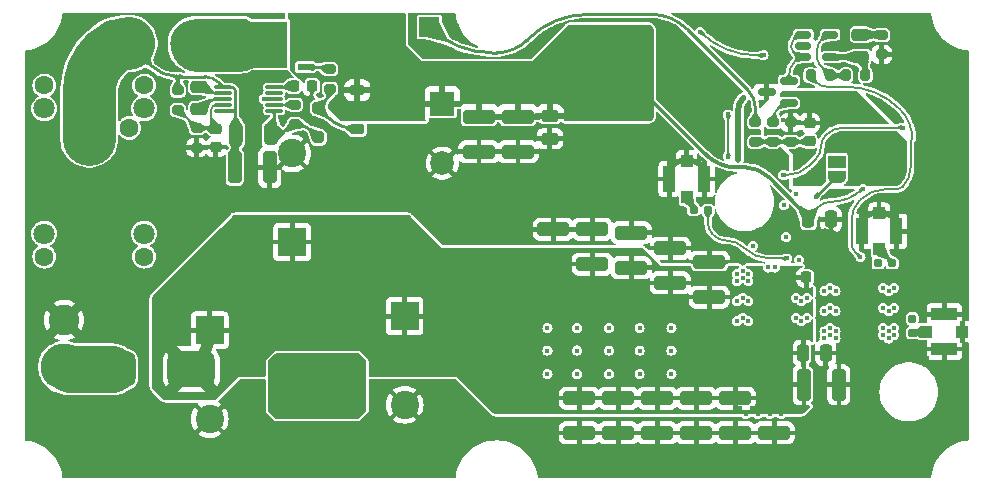
<source format=gbr>
%TF.GenerationSoftware,KiCad,Pcbnew,8.0.5*%
%TF.CreationDate,2025-01-07T12:40:19+01:00*%
%TF.ProjectId,PowerAmpSupply,506f7765-7241-46d7-9053-7570706c792e,rev?*%
%TF.SameCoordinates,Original*%
%TF.FileFunction,Copper,L4,Bot*%
%TF.FilePolarity,Positive*%
%FSLAX46Y46*%
G04 Gerber Fmt 4.6, Leading zero omitted, Abs format (unit mm)*
G04 Created by KiCad (PCBNEW 8.0.5) date 2025-01-07 12:40:19*
%MOMM*%
%LPD*%
G01*
G04 APERTURE LIST*
G04 Aperture macros list*
%AMRoundRect*
0 Rectangle with rounded corners*
0 $1 Rounding radius*
0 $2 $3 $4 $5 $6 $7 $8 $9 X,Y pos of 4 corners*
0 Add a 4 corners polygon primitive as box body*
4,1,4,$2,$3,$4,$5,$6,$7,$8,$9,$2,$3,0*
0 Add four circle primitives for the rounded corners*
1,1,$1+$1,$2,$3*
1,1,$1+$1,$4,$5*
1,1,$1+$1,$6,$7*
1,1,$1+$1,$8,$9*
0 Add four rect primitives between the rounded corners*
20,1,$1+$1,$2,$3,$4,$5,0*
20,1,$1+$1,$4,$5,$6,$7,0*
20,1,$1+$1,$6,$7,$8,$9,0*
20,1,$1+$1,$8,$9,$2,$3,0*%
%AMFreePoly0*
4,1,19,0.550000,-0.750000,0.000000,-0.750000,0.000000,-0.744911,-0.071157,-0.744911,-0.207708,-0.704816,-0.327430,-0.627875,-0.420627,-0.520320,-0.479746,-0.390866,-0.500000,-0.250000,-0.500000,0.250000,-0.479746,0.390866,-0.420627,0.520320,-0.327430,0.627875,-0.207708,0.704816,-0.071157,0.744911,0.000000,0.744911,0.000000,0.750000,0.550000,0.750000,0.550000,-0.750000,0.550000,-0.750000,
$1*%
%AMFreePoly1*
4,1,19,0.000000,0.744911,0.071157,0.744911,0.207708,0.704816,0.327430,0.627875,0.420627,0.520320,0.479746,0.390866,0.500000,0.250000,0.500000,-0.250000,0.479746,-0.390866,0.420627,-0.520320,0.327430,-0.627875,0.207708,-0.704816,0.071157,-0.744911,0.000000,-0.744911,0.000000,-0.750000,-0.550000,-0.750000,-0.550000,0.750000,0.000000,0.750000,0.000000,0.744911,0.000000,0.744911,
$1*%
G04 Aperture macros list end*
%TA.AperFunction,EtchedComponent*%
%ADD10C,0.200000*%
%TD*%
%TA.AperFunction,ComponentPad*%
%ADD11C,3.500000*%
%TD*%
%TA.AperFunction,ComponentPad*%
%ADD12C,2.600000*%
%TD*%
%TA.AperFunction,ComponentPad*%
%ADD13R,1.700000X1.700000*%
%TD*%
%TA.AperFunction,ComponentPad*%
%ADD14R,2.400000X2.400000*%
%TD*%
%TA.AperFunction,ComponentPad*%
%ADD15C,2.400000*%
%TD*%
%TA.AperFunction,ComponentPad*%
%ADD16R,2.000000X2.000000*%
%TD*%
%TA.AperFunction,ComponentPad*%
%ADD17C,2.000000*%
%TD*%
%TA.AperFunction,ComponentPad*%
%ADD18C,3.000000*%
%TD*%
%TA.AperFunction,ComponentPad*%
%ADD19C,1.600000*%
%TD*%
%TA.AperFunction,ComponentPad*%
%ADD20C,1.800000*%
%TD*%
%TA.AperFunction,SMDPad,CuDef*%
%ADD21RoundRect,0.250000X-0.250000X-0.475000X0.250000X-0.475000X0.250000X0.475000X-0.250000X0.475000X0*%
%TD*%
%TA.AperFunction,SMDPad,CuDef*%
%ADD22RoundRect,0.160000X-0.197500X-0.160000X0.197500X-0.160000X0.197500X0.160000X-0.197500X0.160000X0*%
%TD*%
%TA.AperFunction,SMDPad,CuDef*%
%ADD23R,1.000000X1.050000*%
%TD*%
%TA.AperFunction,SMDPad,CuDef*%
%ADD24R,1.050000X2.200000*%
%TD*%
%TA.AperFunction,SMDPad,CuDef*%
%ADD25RoundRect,0.250000X-1.100000X0.325000X-1.100000X-0.325000X1.100000X-0.325000X1.100000X0.325000X0*%
%TD*%
%TA.AperFunction,SMDPad,CuDef*%
%ADD26RoundRect,0.250000X-0.325000X-1.100000X0.325000X-1.100000X0.325000X1.100000X-0.325000X1.100000X0*%
%TD*%
%TA.AperFunction,SMDPad,CuDef*%
%ADD27R,1.050000X1.000000*%
%TD*%
%TA.AperFunction,SMDPad,CuDef*%
%ADD28R,2.200000X1.050000*%
%TD*%
%TA.AperFunction,SMDPad,CuDef*%
%ADD29RoundRect,0.250000X1.100000X-0.325000X1.100000X0.325000X-1.100000X0.325000X-1.100000X-0.325000X0*%
%TD*%
%TA.AperFunction,SMDPad,CuDef*%
%ADD30RoundRect,0.625000X-0.875000X-0.625000X0.875000X-0.625000X0.875000X0.625000X-0.875000X0.625000X0*%
%TD*%
%TA.AperFunction,SMDPad,CuDef*%
%ADD31RoundRect,0.250000X-0.250000X0.250000X-0.250000X-0.250000X0.250000X-0.250000X0.250000X0.250000X0*%
%TD*%
%TA.AperFunction,SMDPad,CuDef*%
%ADD32RoundRect,0.200000X-0.275000X0.200000X-0.275000X-0.200000X0.275000X-0.200000X0.275000X0.200000X0*%
%TD*%
%TA.AperFunction,SMDPad,CuDef*%
%ADD33RoundRect,0.225000X-0.225000X-0.250000X0.225000X-0.250000X0.225000X0.250000X-0.225000X0.250000X0*%
%TD*%
%TA.AperFunction,SMDPad,CuDef*%
%ADD34RoundRect,0.250000X-0.475000X0.250000X-0.475000X-0.250000X0.475000X-0.250000X0.475000X0.250000X0*%
%TD*%
%TA.AperFunction,SMDPad,CuDef*%
%ADD35RoundRect,0.075000X-0.650000X-0.075000X0.650000X-0.075000X0.650000X0.075000X-0.650000X0.075000X0*%
%TD*%
%TA.AperFunction,HeatsinkPad*%
%ADD36R,1.680000X1.880000*%
%TD*%
%TA.AperFunction,SMDPad,CuDef*%
%ADD37RoundRect,0.225000X0.250000X-0.225000X0.250000X0.225000X-0.250000X0.225000X-0.250000X-0.225000X0*%
%TD*%
%TA.AperFunction,SMDPad,CuDef*%
%ADD38RoundRect,0.225000X0.375000X-0.225000X0.375000X0.225000X-0.375000X0.225000X-0.375000X-0.225000X0*%
%TD*%
%TA.AperFunction,SMDPad,CuDef*%
%ADD39RoundRect,0.250000X-0.325000X-0.650000X0.325000X-0.650000X0.325000X0.650000X-0.325000X0.650000X0*%
%TD*%
%TA.AperFunction,SMDPad,CuDef*%
%ADD40RoundRect,0.150000X-0.512500X-0.150000X0.512500X-0.150000X0.512500X0.150000X-0.512500X0.150000X0*%
%TD*%
%TA.AperFunction,SMDPad,CuDef*%
%ADD41RoundRect,0.775000X1.225000X0.775000X-1.225000X0.775000X-1.225000X-0.775000X1.225000X-0.775000X0*%
%TD*%
%TA.AperFunction,SMDPad,CuDef*%
%ADD42RoundRect,0.150000X0.587500X0.150000X-0.587500X0.150000X-0.587500X-0.150000X0.587500X-0.150000X0*%
%TD*%
%TA.AperFunction,SMDPad,CuDef*%
%ADD43RoundRect,0.160000X0.160000X-0.197500X0.160000X0.197500X-0.160000X0.197500X-0.160000X-0.197500X0*%
%TD*%
%TA.AperFunction,SMDPad,CuDef*%
%ADD44R,1.270000X0.610000*%
%TD*%
%TA.AperFunction,SMDPad,CuDef*%
%ADD45R,3.810000X3.910000*%
%TD*%
%TA.AperFunction,SMDPad,CuDef*%
%ADD46R,1.020000X0.610000*%
%TD*%
%TA.AperFunction,SMDPad,CuDef*%
%ADD47RoundRect,0.200000X0.275000X-0.200000X0.275000X0.200000X-0.275000X0.200000X-0.275000X-0.200000X0*%
%TD*%
%TA.AperFunction,SMDPad,CuDef*%
%ADD48RoundRect,0.160000X0.197500X0.160000X-0.197500X0.160000X-0.197500X-0.160000X0.197500X-0.160000X0*%
%TD*%
%TA.AperFunction,SMDPad,CuDef*%
%ADD49RoundRect,0.250000X0.475000X-0.250000X0.475000X0.250000X-0.475000X0.250000X-0.475000X-0.250000X0*%
%TD*%
%TA.AperFunction,SMDPad,CuDef*%
%ADD50FreePoly0,270.000000*%
%TD*%
%TA.AperFunction,SMDPad,CuDef*%
%ADD51R,1.500000X1.000000*%
%TD*%
%TA.AperFunction,SMDPad,CuDef*%
%ADD52FreePoly1,270.000000*%
%TD*%
%TA.AperFunction,SMDPad,CuDef*%
%ADD53RoundRect,0.200000X0.200000X0.275000X-0.200000X0.275000X-0.200000X-0.275000X0.200000X-0.275000X0*%
%TD*%
%TA.AperFunction,SMDPad,CuDef*%
%ADD54RoundRect,0.225000X-0.250000X0.225000X-0.250000X-0.225000X0.250000X-0.225000X0.250000X0.225000X0*%
%TD*%
%TA.AperFunction,ViaPad*%
%ADD55C,0.450000*%
%TD*%
%TA.AperFunction,Conductor*%
%ADD56C,0.300000*%
%TD*%
%TA.AperFunction,Conductor*%
%ADD57C,0.200000*%
%TD*%
%TA.AperFunction,Conductor*%
%ADD58C,0.500000*%
%TD*%
%TA.AperFunction,Conductor*%
%ADD59C,1.000000*%
%TD*%
%TA.AperFunction,Conductor*%
%ADD60C,0.250000*%
%TD*%
%TA.AperFunction,Conductor*%
%ADD61C,4.500000*%
%TD*%
%TA.AperFunction,Conductor*%
%ADD62C,4.000000*%
%TD*%
%TA.AperFunction,Conductor*%
%ADD63C,3.000000*%
%TD*%
G04 APERTURE END LIST*
D10*
%TO.C,Logo*%
X138850000Y-109800000D02*
X138850000Y-114000000D01*
X138250000Y-114600000D01*
X131350000Y-114600000D01*
X130750000Y-114000000D01*
X130750000Y-109800000D01*
X131350000Y-109200000D01*
X138250000Y-109200000D01*
X138850000Y-109800000D01*
%TA.AperFunction,EtchedComponent*%
G36*
X138850000Y-109800000D02*
G01*
X138850000Y-114000000D01*
X138250000Y-114600000D01*
X131350000Y-114600000D01*
X130750000Y-114000000D01*
X130750000Y-109800000D01*
X131350000Y-109200000D01*
X138250000Y-109200000D01*
X138850000Y-109800000D01*
G37*
%TD.AperFunction*%
%TD*%
D11*
%TO.P,J2,1,Pin_1*%
%TO.N,/VIN*%
X159500000Y-85300000D03*
%TD*%
D12*
%TO.P,J6,1,Pin_1*%
%TO.N,/VOUT_FUSED*%
X113375000Y-110281200D03*
%TO.P,J6,2,Pin_2*%
%TO.N,GND*%
X113375000Y-106318800D03*
%TD*%
D13*
%TO.P,J7,1,Pin_1*%
%TO.N,Net-(J7-Pin_1)*%
X144300000Y-81500000D03*
%TD*%
D14*
%TO.P,C28,1*%
%TO.N,/VOUT*%
X125700000Y-107187246D03*
D15*
%TO.P,C28,2*%
%TO.N,GND*%
X125700000Y-114687246D03*
%TD*%
D16*
%TO.P,C7,1*%
%TO.N,/VIN*%
X145400000Y-88032323D03*
D17*
%TO.P,C7,2*%
%TO.N,GND*%
X145400000Y-93032323D03*
%TD*%
D18*
%TO.P,J5,1,Pin_1*%
%TO.N,GND*%
X115500000Y-96450000D03*
X115500000Y-98750000D03*
%TO.P,J5,2,Pin_2*%
%TO.N,/Inrush Limit/IN*%
X115500000Y-88650000D03*
X115500000Y-90950000D03*
D19*
%TO.P,J5,3,Pin_3*%
%TO.N,GND*%
X118875000Y-97350000D03*
%TO.P,J5,4,Pin_4*%
X118875000Y-93700000D03*
%TO.P,J5,5,Pin_5*%
%TO.N,unconnected-(J5-Pin_5-Pad5)*%
X118875000Y-90050000D03*
%TO.P,J5,M*%
%TO.N,N/C*%
X111700000Y-86450000D03*
D20*
X111700000Y-88400000D03*
X111700000Y-99000000D03*
D19*
X111700000Y-100950000D03*
X120150000Y-86450000D03*
D20*
X120150000Y-88400000D03*
X120150000Y-99000000D03*
D19*
X120150000Y-100950000D03*
%TD*%
D14*
%TO.P,C26,1*%
%TO.N,/VOUT*%
X142200000Y-105987246D03*
D15*
%TO.P,C26,2*%
%TO.N,GND*%
X142200000Y-113487246D03*
%TD*%
D11*
%TO.P,J3,1,Pin_1*%
%TO.N,GND*%
X122800000Y-94000000D03*
%TD*%
D14*
%TO.P,C27,1*%
%TO.N,/VOUT*%
X132700000Y-99712755D03*
D15*
%TO.P,C27,2*%
%TO.N,GND*%
X132700000Y-92212755D03*
%TD*%
D11*
%TO.P,J1,1,Pin_1*%
%TO.N,/VIN*%
X136800000Y-82500000D03*
%TD*%
%TO.P,J4,1,Pin_1*%
%TO.N,GND*%
X177800000Y-100300000D03*
%TD*%
D21*
%TO.P,C6,1*%
%TO.N,/VOUT*%
X175950000Y-109100000D03*
%TO.P,C6,2*%
%TO.N,GND*%
X177850000Y-109100000D03*
%TD*%
D22*
%TO.P,R34,1*%
%TO.N,Net-(Q3-G)*%
X182302500Y-101500000D03*
%TO.P,R34,2*%
%TO.N,Net-(J8-In)*%
X183497500Y-101500000D03*
%TD*%
D23*
%TO.P,J8,1,In*%
%TO.N,Net-(J8-In)*%
X182375000Y-100325000D03*
D24*
%TO.P,J8,2,Ext*%
%TO.N,GND*%
X183850000Y-98800000D03*
D23*
X182375000Y-97275000D03*
D24*
X180900000Y-98800000D03*
%TD*%
D25*
%TO.P,C33,1*%
%TO.N,/VOUT*%
X160300000Y-112925000D03*
%TO.P,C33,2*%
%TO.N,GND*%
X160300000Y-115875000D03*
%TD*%
D26*
%TO.P,C45,1*%
%TO.N,/Inrush Limit/IN*%
X127825000Y-93400000D03*
%TO.P,C45,2*%
%TO.N,GND*%
X130775000Y-93400000D03*
%TD*%
D27*
%TO.P,J10,1,In*%
%TO.N,Net-(J10-In)*%
X186375000Y-107300000D03*
D28*
%TO.P,J10,2,Ext*%
%TO.N,GND*%
X187900000Y-108775000D03*
D27*
X189425000Y-107300000D03*
D28*
X187900000Y-105825000D03*
%TD*%
D29*
%TO.P,C23,1*%
%TO.N,/VOUT*%
X158100000Y-101575000D03*
%TO.P,C23,2*%
%TO.N,GND*%
X158100000Y-98625000D03*
%TD*%
D23*
%TO.P,J9,1,In*%
%TO.N,Net-(J9-In)*%
X166100000Y-95900000D03*
D24*
%TO.P,J9,2,Ext*%
%TO.N,GND*%
X167575000Y-94375000D03*
D23*
X166100000Y-92850000D03*
D24*
X164625000Y-94375000D03*
%TD*%
D30*
%TO.P,L2,1,1*%
%TO.N,/Inrush Limit/IN*%
X118850000Y-82900000D03*
%TO.P,L2,2,2*%
%TO.N,Net-(Q5-D)*%
X124350000Y-82900000D03*
%TD*%
D25*
%TO.P,C9,1*%
%TO.N,/VIN*%
X151800000Y-89125000D03*
%TO.P,C9,2*%
%TO.N,GND*%
X151800000Y-92075000D03*
%TD*%
D31*
%TO.P,D6,1,K*%
%TO.N,Net-(D4-K)*%
X134900000Y-88350000D03*
%TO.P,D6,2,A*%
%TO.N,Net-(D6-A)*%
X134900000Y-90850000D03*
%TD*%
D32*
%TO.P,R29,1*%
%TO.N,/Inrush Limit/EN*%
X124600000Y-90075000D03*
%TO.P,R29,2*%
%TO.N,GND*%
X124600000Y-91725000D03*
%TD*%
D33*
%TO.P,C46,1*%
%TO.N,Net-(U5-BIAS)*%
X132825000Y-86500000D03*
%TO.P,C46,2*%
%TO.N,GND*%
X134375000Y-86500000D03*
%TD*%
D34*
%TO.P,C10,1*%
%TO.N,/VIN*%
X154500000Y-89050000D03*
%TO.P,C10,2*%
%TO.N,GND*%
X154500000Y-90950000D03*
%TD*%
D35*
%TO.P,U5,1,VAUX*%
%TO.N,/Inrush Limit/IN*%
X126850000Y-88600000D03*
%TO.P,U5,2,EN*%
%TO.N,/Inrush Limit/EN*%
X126850000Y-88100000D03*
%TO.P,U5,3,C+*%
%TO.N,Net-(U5-C+)*%
X126850000Y-87600000D03*
%TO.P,U5,4,C-*%
%TO.N,Net-(U5-C-)*%
X126850000Y-87100000D03*
%TO.P,U5,5,VIN*%
%TO.N,/Inrush Limit/IN*%
X126850000Y-86600000D03*
%TO.P,U5,6,BIAS*%
%TO.N,Net-(U5-BIAS)*%
X131150000Y-86600000D03*
%TO.P,U5,7,PGOOD*%
%TO.N,unconnected-(U5-PGOOD-Pad7)*%
X131150000Y-87100000D03*
%TO.P,U5,8,FB*%
%TO.N,Net-(U5-FB)*%
X131150000Y-87600000D03*
%TO.P,U5,9,VSET*%
%TO.N,Net-(U5-VSET)*%
X131150000Y-88100000D03*
%TO.P,U5,10,VOUT*%
%TO.N,Net-(D6-A)*%
X131150000Y-88600000D03*
D36*
%TO.P,U5,11,GND*%
%TO.N,GND*%
X129000000Y-87600000D03*
%TD*%
D25*
%TO.P,C29,1*%
%TO.N,/VOUT*%
X173500000Y-112925000D03*
%TO.P,C29,2*%
%TO.N,GND*%
X173500000Y-115875000D03*
%TD*%
D29*
%TO.P,C24,1*%
%TO.N,/VOUT*%
X154800000Y-101575000D03*
%TO.P,C24,2*%
%TO.N,GND*%
X154800000Y-98625000D03*
%TD*%
D37*
%TO.P,C14,1*%
%TO.N,/VTRK*%
X176500000Y-91175000D03*
%TO.P,C14,2*%
%TO.N,GND*%
X176500000Y-89625000D03*
%TD*%
D32*
%TO.P,R15,1*%
%TO.N,Net-(U2-OUT)*%
X173400000Y-89575000D03*
%TO.P,R15,2*%
%TO.N,/VTRK*%
X173400000Y-91225000D03*
%TD*%
D38*
%TO.P,D4,1,K*%
%TO.N,Net-(D4-K)*%
X138200000Y-90150000D03*
%TO.P,D4,2,A*%
%TO.N,/VIN*%
X138200000Y-86850000D03*
%TD*%
D32*
%TO.P,R16,1*%
%TO.N,Net-(J7-Pin_1)*%
X171900000Y-89575000D03*
%TO.P,R16,2*%
%TO.N,/VTRK*%
X171900000Y-91225000D03*
%TD*%
D39*
%TO.P,C41,1*%
%TO.N,/Inrush Limit/IN*%
X127925000Y-90600000D03*
%TO.P,C41,2*%
%TO.N,Net-(D6-A)*%
X130875000Y-90600000D03*
%TD*%
D25*
%TO.P,C34,1*%
%TO.N,/VOUT*%
X157000000Y-112925000D03*
%TO.P,C34,2*%
%TO.N,GND*%
X157000000Y-115875000D03*
%TD*%
D32*
%TO.P,R27,1*%
%TO.N,Net-(U5-VSET)*%
X132900000Y-88075000D03*
%TO.P,R27,2*%
%TO.N,Net-(D6-A)*%
X132900000Y-89725000D03*
%TD*%
D40*
%TO.P,U3,1,IN*%
%TO.N,+12V*%
X175962500Y-84050000D03*
%TO.P,U3,2,GND*%
%TO.N,GND*%
X175962500Y-83100000D03*
%TO.P,U3,3,EN*%
%TO.N,+12V*%
X175962500Y-82150000D03*
%TO.P,U3,4,ADJ*%
%TO.N,Net-(U3-ADJ)*%
X178237500Y-82150000D03*
%TO.P,U3,5,OUT*%
%TO.N,Net-(M1-+)*%
X178237500Y-84050000D03*
%TD*%
D41*
%TO.P,F1,1*%
%TO.N,/VOUT*%
X124150000Y-110500000D03*
%TO.P,F1,2*%
%TO.N,/VOUT_FUSED*%
X117450000Y-110500000D03*
%TD*%
D25*
%TO.P,C30,1*%
%TO.N,/VOUT*%
X170200000Y-112925000D03*
%TO.P,C30,2*%
%TO.N,GND*%
X170200000Y-115875000D03*
%TD*%
D42*
%TO.P,U2,1,IN*%
%TO.N,+12V*%
X174737500Y-86050000D03*
%TO.P,U2,2,OUT*%
%TO.N,Net-(U2-OUT)*%
X174737500Y-87950000D03*
%TO.P,U2,3,GND*%
%TO.N,GND*%
X172862500Y-87000000D03*
%TD*%
D26*
%TO.P,C25,1*%
%TO.N,/VOUT*%
X176025000Y-111800000D03*
%TO.P,C25,2*%
%TO.N,GND*%
X178975000Y-111800000D03*
%TD*%
D43*
%TO.P,R33,1*%
%TO.N,Net-(J10-In)*%
X185200000Y-107395000D03*
%TO.P,R33,2*%
%TO.N,/SW*%
X185200000Y-106200000D03*
%TD*%
D44*
%TO.P,Q5,1,S*%
%TO.N,/VIN*%
X133775000Y-81095000D03*
%TO.P,Q5,2,S*%
X133775000Y-82365000D03*
%TO.P,Q5,3,S*%
X133775000Y-83635000D03*
%TO.P,Q5,4,G*%
%TO.N,Net-(D5-K)*%
X133775000Y-84905000D03*
D45*
%TO.P,Q5,5,D*%
%TO.N,Net-(Q5-D)*%
X130415000Y-83000000D03*
D46*
X128310000Y-84905000D03*
X128310000Y-83635000D03*
X128310000Y-82365000D03*
X128310000Y-81095000D03*
%TD*%
D21*
%TO.P,C11,1*%
%TO.N,/VIN*%
X176400000Y-97800000D03*
%TO.P,C11,2*%
%TO.N,GND*%
X178300000Y-97800000D03*
%TD*%
D47*
%TO.P,R17,1*%
%TO.N,/VTRK*%
X174900000Y-91225000D03*
%TO.P,R17,2*%
%TO.N,GND*%
X174900000Y-89575000D03*
%TD*%
D32*
%TO.P,R25,1*%
%TO.N,Net-(D5-K)*%
X135900000Y-85075000D03*
%TO.P,R25,2*%
%TO.N,Net-(D4-K)*%
X135900000Y-86725000D03*
%TD*%
D48*
%TO.P,R32,1*%
%TO.N,Net-(Q1-G)*%
X167895000Y-97000000D03*
%TO.P,R32,2*%
%TO.N,Net-(J9-In)*%
X166700000Y-97000000D03*
%TD*%
D29*
%TO.P,C22,1*%
%TO.N,/VOUT*%
X161400000Y-101875000D03*
%TO.P,C22,2*%
%TO.N,GND*%
X161400000Y-98925000D03*
%TD*%
D49*
%TO.P,C36,1*%
%TO.N,Net-(M1-+)*%
X180800000Y-84050000D03*
%TO.P,C36,2*%
%TO.N,Net-(C36-Pad2)*%
X180800000Y-82150000D03*
%TD*%
D32*
%TO.P,R26,1*%
%TO.N,/Inrush Limit/IN*%
X123000000Y-86875000D03*
%TO.P,R26,2*%
%TO.N,/Inrush Limit/EN*%
X123000000Y-88525000D03*
%TD*%
D50*
%TO.P,JP1,1,A*%
%TO.N,GND*%
X178800000Y-91600000D03*
D51*
%TO.P,JP1,2,C*%
%TO.N,Net-(JP1-C)*%
X178800000Y-92900000D03*
D52*
%TO.P,JP1,3,B*%
%TO.N,Net-(JP1-B)*%
X178800000Y-94200000D03*
%TD*%
D25*
%TO.P,C31,1*%
%TO.N,/VOUT*%
X166900000Y-112925000D03*
%TO.P,C31,2*%
%TO.N,GND*%
X166900000Y-115875000D03*
%TD*%
D29*
%TO.P,C21,1*%
%TO.N,/VOUT*%
X164700000Y-103175000D03*
%TO.P,C21,2*%
%TO.N,GND*%
X164700000Y-100225000D03*
%TD*%
D33*
%TO.P,C5,1*%
%TO.N,/VOUT*%
X176225000Y-102700000D03*
%TO.P,C5,2*%
%TO.N,GND*%
X177775000Y-102700000D03*
%TD*%
D25*
%TO.P,C8,1*%
%TO.N,/VIN*%
X148500000Y-89125000D03*
%TO.P,C8,2*%
%TO.N,GND*%
X148500000Y-92075000D03*
%TD*%
D53*
%TO.P,R19,1*%
%TO.N,Net-(M1-+)*%
X181225000Y-85600000D03*
%TO.P,R19,2*%
%TO.N,Net-(U3-ADJ)*%
X179575000Y-85600000D03*
%TD*%
D54*
%TO.P,C44,1*%
%TO.N,/Inrush Limit/EN*%
X126200000Y-90125000D03*
%TO.P,C44,2*%
%TO.N,GND*%
X126200000Y-91675000D03*
%TD*%
D32*
%TO.P,R22,1*%
%TO.N,Net-(C36-Pad2)*%
X182600000Y-82175000D03*
%TO.P,R22,2*%
%TO.N,GND*%
X182600000Y-83825000D03*
%TD*%
D25*
%TO.P,C32,1*%
%TO.N,/VOUT*%
X163600000Y-112925000D03*
%TO.P,C32,2*%
%TO.N,GND*%
X163600000Y-115875000D03*
%TD*%
D34*
%TO.P,C43,1*%
%TO.N,Net-(U5-C-)*%
X124800000Y-86550000D03*
%TO.P,C43,2*%
%TO.N,Net-(U5-C+)*%
X124800000Y-88450000D03*
%TD*%
D29*
%TO.P,C20,1*%
%TO.N,/VOUT*%
X168000000Y-104375000D03*
%TO.P,C20,2*%
%TO.N,GND*%
X168000000Y-101425000D03*
%TD*%
D53*
%TO.P,R21,1*%
%TO.N,Net-(U3-ADJ)*%
X178225000Y-85600000D03*
%TO.P,R21,2*%
%TO.N,Net-(R21-Pad2)*%
X176575000Y-85600000D03*
%TD*%
D55*
%TO.N,/VIN*%
X158700000Y-87900000D03*
X152600000Y-87500000D03*
X148500000Y-87500000D03*
X156500000Y-87900000D03*
X160400000Y-87900000D03*
X176500000Y-98000000D03*
X157600000Y-87900000D03*
X180975000Y-95200000D03*
X162600000Y-87900000D03*
X161500000Y-87900000D03*
X151100000Y-87500000D03*
X154500000Y-87500000D03*
%TO.N,GND*%
X129400000Y-87100000D03*
X177750000Y-106425000D03*
X177750000Y-102425000D03*
X174984082Y-89200000D03*
X131760000Y-85460000D03*
X184100000Y-99520000D03*
X183180000Y-104725000D03*
X178690000Y-106425000D03*
X174280000Y-89410000D03*
X173700000Y-82600000D03*
X172000000Y-90400000D03*
X160300000Y-117200000D03*
X187300000Y-110900000D03*
X171000000Y-82600000D03*
X180400000Y-85600000D03*
X183700000Y-94500000D03*
X178220000Y-102725000D03*
X180300000Y-113500000D03*
X177000000Y-94000000D03*
X153200000Y-90900000D03*
X181400000Y-83100000D03*
X183650000Y-104425000D03*
X168600000Y-117800000D03*
X184200000Y-92000000D03*
X165300000Y-86700000D03*
X134070000Y-87630000D03*
X184550000Y-101650000D03*
X188100000Y-102800000D03*
X179500000Y-97810000D03*
X154800000Y-98900000D03*
X180940000Y-101860000D03*
X157000000Y-117200000D03*
X169100000Y-98700000D03*
X178690000Y-104725000D03*
X168130000Y-96200000D03*
X170200000Y-117200000D03*
X182760000Y-97530000D03*
X154800000Y-96300000D03*
X183180000Y-106425000D03*
X188100000Y-105700000D03*
X183400000Y-88700000D03*
X184200000Y-116800000D03*
X175800000Y-92800000D03*
X175900000Y-94300000D03*
X171900000Y-117800000D03*
X172900000Y-86200000D03*
X178690000Y-103025000D03*
X164700000Y-99000000D03*
X168000000Y-85600000D03*
X175600000Y-115900000D03*
X183650000Y-106125000D03*
X178300000Y-83100000D03*
X129400000Y-88100000D03*
X148500000Y-90800000D03*
X180100000Y-90700000D03*
X158100000Y-98900000D03*
X177900000Y-113800000D03*
X182700000Y-92000000D03*
X177600000Y-111000000D03*
X165300000Y-117800000D03*
X158100000Y-96200000D03*
X178690000Y-102425000D03*
X161400000Y-99200000D03*
X173500000Y-117200000D03*
X175800000Y-90400000D03*
X177930000Y-95720000D03*
X144600000Y-83600000D03*
X128600000Y-88100000D03*
X164200000Y-81500000D03*
X158700000Y-117800000D03*
X166900000Y-80800000D03*
X182710000Y-106125000D03*
X186400000Y-109500000D03*
X123900000Y-87500000D03*
X168000000Y-100200000D03*
X174000000Y-92000000D03*
X180370000Y-101860000D03*
X188100000Y-104300000D03*
X181900000Y-90800000D03*
X128600000Y-87100000D03*
X162000000Y-117800000D03*
X180200000Y-80800000D03*
X171300000Y-92100000D03*
X152700000Y-98600000D03*
X169200000Y-87500000D03*
X175500000Y-85200000D03*
X183500000Y-90800000D03*
X187300000Y-108540000D03*
X187000000Y-103500000D03*
X187700000Y-100100000D03*
X181200000Y-92000000D03*
X178220000Y-104425000D03*
X177100000Y-88700000D03*
X182710000Y-104425000D03*
X177300000Y-93200000D03*
X164700000Y-100400000D03*
X188900000Y-87100000D03*
X183700000Y-95900000D03*
X154800000Y-115900000D03*
X148500000Y-93400000D03*
X172800000Y-82600000D03*
X178200000Y-87600000D03*
X167430000Y-93620000D03*
X166900000Y-117200000D03*
X169000000Y-91900000D03*
X151800000Y-90800000D03*
X183600000Y-83800000D03*
X146500000Y-82000000D03*
X186700000Y-99200000D03*
X163600000Y-117200000D03*
X180100000Y-88800000D03*
X178220000Y-102125000D03*
X179000000Y-113900000D03*
X175100000Y-87200000D03*
X176200000Y-83000000D03*
X151800000Y-93400000D03*
X184240000Y-100580000D03*
X175400000Y-80700000D03*
X185200000Y-99300000D03*
X187700000Y-101500000D03*
X178220000Y-106125000D03*
X170300000Y-100500000D03*
X172000000Y-85500000D03*
X171900000Y-82600000D03*
X161300000Y-96200000D03*
X181700000Y-89200000D03*
X185000000Y-87800000D03*
X177750000Y-104725000D03*
X176300000Y-89600000D03*
X129700000Y-86100000D03*
X177750000Y-103025000D03*
%TO.N,/VOUT*%
X171600000Y-113800000D03*
X171290000Y-107875000D03*
X168100000Y-105800000D03*
X170350000Y-107275000D03*
X175310000Y-103575000D03*
X176250000Y-105275000D03*
X173100000Y-114300000D03*
X168100000Y-107500000D03*
X170350000Y-105575000D03*
X171290000Y-103875000D03*
X174600000Y-113800000D03*
X175780000Y-107875000D03*
X175780000Y-105575000D03*
X176250000Y-103575000D03*
X172100000Y-114300000D03*
X170820000Y-105275000D03*
X171100000Y-114300000D03*
X170350000Y-107875000D03*
X176250000Y-106975000D03*
X175780000Y-107275000D03*
X170600000Y-113800000D03*
X170450000Y-92750000D03*
X175780000Y-103875000D03*
X170875000Y-87500000D03*
X172600000Y-113800000D03*
X175310000Y-107575000D03*
X175310000Y-105275000D03*
X171290000Y-107275000D03*
X168100000Y-102800000D03*
X170820000Y-107575000D03*
X170820000Y-103575000D03*
X170350000Y-103875000D03*
X175310000Y-106975000D03*
X171290000Y-105575000D03*
X168100000Y-109200000D03*
X174100000Y-114300000D03*
X170820000Y-106975000D03*
X176250000Y-107575000D03*
X173600000Y-113800000D03*
%TO.N,Net-(JP1-B)*%
X178750000Y-94000000D03*
X177000000Y-95880000D03*
%TO.N,Net-(Q1-G)*%
X174572500Y-101100000D03*
%TO.N,Net-(Q3-G)*%
X182300000Y-101500000D03*
%TO.N,Net-(JP1-C)*%
X178920000Y-92880000D03*
%TO.N,/VTRK*%
X176470000Y-91220000D03*
%TO.N,/PGOOD*%
X184390000Y-90020000D03*
X174250000Y-94040000D03*
%TO.N,/SW*%
X183180000Y-105575000D03*
X164800000Y-107000000D03*
X176250000Y-104425000D03*
X171290000Y-102425000D03*
X178690000Y-107875000D03*
X183180000Y-107275000D03*
X175310000Y-106125000D03*
X171290000Y-103025000D03*
X178220000Y-103575000D03*
X162100000Y-107000000D03*
X154300000Y-110900000D03*
X174300000Y-96590000D03*
X159500000Y-107000000D03*
X175780000Y-106425000D03*
X170820000Y-104425000D03*
X183180000Y-103875000D03*
X175310000Y-104425000D03*
X170350000Y-106425000D03*
X182710000Y-105275000D03*
X176250000Y-106125000D03*
X171290000Y-104725000D03*
X170350000Y-104725000D03*
X162100000Y-108900000D03*
X174510000Y-99310000D03*
X173540000Y-101860000D03*
X175780000Y-104725000D03*
X156800000Y-110900000D03*
X156800000Y-108900000D03*
X183650000Y-107575000D03*
X170350000Y-103025000D03*
X164800000Y-108900000D03*
X178220000Y-107575000D03*
X185300000Y-106300000D03*
X178220000Y-106975000D03*
X154300000Y-107000000D03*
X171290000Y-106425000D03*
X170820000Y-102125000D03*
X182710000Y-106975000D03*
X177750000Y-105575000D03*
X177750000Y-107875000D03*
X183650000Y-105275000D03*
X171700000Y-100030000D03*
X183650000Y-106975000D03*
X182710000Y-107575000D03*
X159500000Y-110900000D03*
X178220000Y-105275000D03*
X156800000Y-107000000D03*
X178690000Y-103875000D03*
X177750000Y-103875000D03*
X177750000Y-107275000D03*
X175340000Y-95650000D03*
X164800000Y-110900000D03*
X178690000Y-107275000D03*
X178690000Y-105575000D03*
X162100000Y-110900000D03*
X170820000Y-106125000D03*
X154300000Y-108900000D03*
X170820000Y-102725000D03*
X159500000Y-108900000D03*
X170350000Y-102425000D03*
X172970000Y-101860000D03*
X175620000Y-101220000D03*
X183650000Y-103575000D03*
X183180000Y-107875000D03*
X182710000Y-103575000D03*
%TO.N,+12V*%
X176160000Y-84060000D03*
X172595000Y-83900000D03*
X167220000Y-81910000D03*
X175550000Y-84060000D03*
%TO.N,Net-(M1-+)*%
X180800000Y-84050000D03*
%TO.N,Net-(R21-Pad2)*%
X180797500Y-101000000D03*
%TO.N,/Inrush Limit/IN*%
X123000000Y-85701545D03*
%TO.N,Net-(D5-K)*%
X135489584Y-84905000D03*
%TO.N,/Inrush Limit/EN*%
X126200000Y-90125000D03*
%TO.N,/VOUT_FUSED*%
X169600000Y-92490000D03*
X169600000Y-88910000D03*
%TO.N,Net-(Q5-D)*%
X129400000Y-81600000D03*
X129400000Y-83800000D03*
X130000000Y-82700000D03*
X123400000Y-83800000D03*
X124300000Y-82900000D03*
X125100000Y-81700000D03*
X131500000Y-83600000D03*
X123400000Y-81700000D03*
X129110000Y-82730000D03*
X130500000Y-83800000D03*
X131600000Y-81600000D03*
X130500000Y-81600000D03*
%TO.N,Net-(U5-FB)*%
X130260000Y-87600000D03*
%TD*%
D56*
%TO.N,/VIN*%
X167693984Y-92293985D02*
X167670000Y-92270000D01*
X171069340Y-93400000D02*
X170364142Y-93400000D01*
X176237365Y-97407366D02*
X175465000Y-96635000D01*
D57*
X178290000Y-96300000D02*
X178319366Y-96300000D01*
D56*
X167670000Y-92270000D02*
X161548529Y-86148529D01*
X173130000Y-94300000D02*
X173050711Y-94220711D01*
X175465000Y-96635000D02*
X173130000Y-94300000D01*
D57*
X176562635Y-97407366D02*
X177080000Y-96890000D01*
X177080000Y-96890000D02*
X177231594Y-96738406D01*
D56*
X173050711Y-94220711D02*
G75*
G03*
X171069340Y-93399977I-1981411J-1981389D01*
G01*
X170364142Y-93400000D02*
G75*
G02*
X167693958Y-92294011I-42J3776200D01*
G01*
X161548529Y-86148529D02*
G75*
G03*
X159500000Y-85300013I-2048529J-2048571D01*
G01*
D57*
X176400000Y-97800000D02*
G75*
G02*
X176562628Y-97407359I555300J0D01*
G01*
D56*
X176400000Y-97800000D02*
G75*
G03*
X176237372Y-97407359I-555300J0D01*
G01*
D57*
X178319366Y-96300000D02*
G75*
G03*
X180975010Y-95200010I34J3755600D01*
G01*
X177231594Y-96738406D02*
G75*
G02*
X178290000Y-96299996I1058406J-1058394D01*
G01*
D58*
%TO.N,GND*%
X167575000Y-94375000D02*
X167575000Y-93954619D01*
X164625000Y-94375000D02*
X164625000Y-93991187D01*
X166530862Y-92850000D02*
X166100000Y-92850000D01*
X181821595Y-97275000D02*
X182375000Y-97275000D01*
X183850000Y-98800000D02*
X183850000Y-98433259D01*
X182840234Y-97275000D02*
X182375000Y-97275000D01*
D57*
X134375000Y-86500000D02*
X134375000Y-86893665D01*
D58*
X165617695Y-92850000D02*
X166100000Y-92850000D01*
X181260000Y-97530000D02*
X181302380Y-97490066D01*
X180900000Y-98800000D02*
X180900000Y-98399116D01*
X167250000Y-93170000D02*
X167205108Y-93129282D01*
X167205108Y-93129282D02*
G75*
G03*
X166530862Y-92850019I-674208J-674218D01*
G01*
X180900000Y-98399116D02*
G75*
G02*
X181259995Y-97529995I1229100J16D01*
G01*
X164625000Y-93991187D02*
G75*
G02*
X164990004Y-93110004I1246200J-13D01*
G01*
D57*
X134375000Y-86893665D02*
G75*
G02*
X134070010Y-87630010I-1041300J-35D01*
G01*
D58*
X183850000Y-98433259D02*
G75*
G03*
X183479988Y-97540012I-1263300J-41D01*
G01*
X167575000Y-93954619D02*
G75*
G03*
X167250006Y-93169994I-1109600J19D01*
G01*
X181302380Y-97490066D02*
G75*
G02*
X181821595Y-97275002I519220J-519234D01*
G01*
X164990000Y-93110000D02*
G75*
G02*
X165617695Y-92849998I627700J-627700D01*
G01*
X183480000Y-97540000D02*
G75*
G03*
X182840234Y-97274986I-639800J-639800D01*
G01*
D59*
%TO.N,/VOUT*%
X124453545Y-110196456D02*
X124150000Y-110500000D01*
D58*
X170450000Y-92750000D02*
X170450000Y-88526040D01*
X170450000Y-88526040D02*
G75*
G02*
X170874988Y-87499988I1451000J40D01*
G01*
D59*
X125700000Y-107187246D02*
G75*
G02*
X124453529Y-110196440I-4255700J46D01*
G01*
D60*
%TO.N,Net-(JP1-B)*%
X178750000Y-94000000D02*
X178761498Y-94011498D01*
X178788624Y-94000000D02*
X178750000Y-94000000D01*
X178842735Y-94054111D02*
X178788624Y-94000000D01*
X178595147Y-94284853D02*
X177000000Y-95880000D01*
X178761498Y-94011498D02*
X178761498Y-94131701D01*
X178800000Y-94200000D02*
G75*
G02*
X178842753Y-94054104I-76400J101600D01*
G01*
X178761498Y-94131701D02*
G75*
G02*
X178595148Y-94284854I-325198J186301D01*
G01*
D57*
%TO.N,Net-(Q1-G)*%
X174572500Y-101100000D02*
X173106934Y-101100000D01*
X168387451Y-99147452D02*
X168250000Y-99010000D01*
X167895000Y-98152955D02*
X167895000Y-97000000D01*
X169485614Y-99600000D02*
X169480000Y-99600000D01*
X169480000Y-99600000D02*
G75*
G02*
X168387451Y-99147452I0J1545100D01*
G01*
X170910000Y-100190000D02*
G75*
G03*
X169485614Y-99599994I-1424400J-1424400D01*
G01*
X173106934Y-101100000D02*
G75*
G02*
X170909990Y-100190010I-34J3106900D01*
G01*
X168250000Y-99010000D02*
G75*
G02*
X167895019Y-98152955I857000J857000D01*
G01*
%TO.N,Net-(JP1-C)*%
X178800000Y-92900000D02*
X178871716Y-92900000D01*
X178871716Y-92900000D02*
G75*
G03*
X178919995Y-92879995I-16J68300D01*
G01*
%TO.N,/VTRK*%
X176489393Y-91200606D02*
X176470000Y-91220000D01*
X174900000Y-91225000D02*
X176379290Y-91225000D01*
X171900000Y-91225000D02*
X173400000Y-91225000D01*
X173400000Y-91225000D02*
X174900000Y-91225000D01*
X176379290Y-91225000D02*
G75*
G03*
X176500003Y-91175003I10J170700D01*
G01*
X176500000Y-91175000D02*
G75*
G02*
X176489391Y-91200604I-36200J0D01*
G01*
%TO.N,/PGOOD*%
X174250000Y-94040000D02*
X174546914Y-94040000D01*
X177833553Y-90696446D02*
X177930000Y-90600000D01*
X184377929Y-90025000D02*
X184390000Y-90020000D01*
X179318172Y-90025000D02*
X184377929Y-90025000D01*
X176430000Y-93260000D02*
X177013309Y-92676691D01*
X174546914Y-94040000D02*
G75*
G03*
X176429996Y-93259996I-14J2663100D01*
G01*
X177013309Y-92676691D02*
G75*
G03*
X177479994Y-91550000I-1126709J1126691D01*
G01*
X177930000Y-90600000D02*
G75*
G02*
X179318172Y-90024989I1388200J-1388200D01*
G01*
X177480000Y-91550000D02*
G75*
G02*
X177833555Y-90696448I1207100J0D01*
G01*
%TO.N,+12V*%
X175290000Y-84360000D02*
X175343674Y-84306326D01*
X174950000Y-83041126D02*
X174950000Y-83230000D01*
X172024284Y-83900000D02*
X172595000Y-83900000D01*
X175962499Y-84050000D02*
X175962500Y-84050000D01*
X175224177Y-82455824D02*
X175170000Y-82510000D01*
X174737500Y-86050000D02*
X174737500Y-85693852D01*
X175112635Y-83622634D02*
X175280000Y-83790000D01*
X175907695Y-84050000D02*
X175962500Y-84050000D01*
X175343674Y-84306326D02*
G75*
G02*
X175962499Y-84049985I618826J-618774D01*
G01*
X174950000Y-83230000D02*
G75*
G03*
X175112628Y-83622641I555300J0D01*
G01*
X174737500Y-85693852D02*
G75*
G02*
X175290014Y-84360014I1886400J-48D01*
G01*
X175962500Y-82150000D02*
G75*
G03*
X175224186Y-82455833I0J-1044100D01*
G01*
X167220000Y-81910000D02*
G75*
G03*
X172024284Y-83900006I4804300J4804300D01*
G01*
X175280000Y-83790000D02*
G75*
G03*
X175907695Y-84050002I627700J627700D01*
G01*
X175170000Y-82510000D02*
G75*
G03*
X174950011Y-83041126I531100J-531100D01*
G01*
%TO.N,Net-(M1-+)*%
X181225000Y-85076040D02*
X181225000Y-85600000D01*
D58*
X178237500Y-84050000D02*
X180800000Y-84050000D01*
D57*
X180800000Y-84050000D02*
G75*
G02*
X181224983Y-85076040I-1026000J-1026000D01*
G01*
%TO.N,Net-(U2-OUT)*%
X173790000Y-88430000D02*
X173939427Y-88280573D01*
X173400000Y-89575000D02*
X173400000Y-89371543D01*
X173939427Y-88280573D02*
G75*
G02*
X174737500Y-87949987I798073J-798027D01*
G01*
X173400000Y-89371543D02*
G75*
G02*
X173789987Y-88429987I1331500J43D01*
G01*
%TO.N,Net-(U3-ADJ)*%
X177130000Y-84210000D02*
X177130000Y-83477401D01*
X177510000Y-82560000D02*
X177695493Y-82374507D01*
X178225000Y-85600000D02*
X177338597Y-84713597D01*
X179575000Y-85600000D02*
X178225000Y-85600000D01*
X177695493Y-82374507D02*
G75*
G02*
X178237500Y-82149996I542007J-541993D01*
G01*
X177130000Y-83477401D02*
G75*
G02*
X177510000Y-82560000I1297400J1D01*
G01*
X177338597Y-84713597D02*
G75*
G02*
X177130002Y-84210000I503603J503597D01*
G01*
D58*
%TO.N,Net-(C36-Pad2)*%
X180800000Y-82150000D02*
X182539645Y-82150000D01*
X182539645Y-82150000D02*
G75*
G02*
X182599987Y-82175013I-45J-85400D01*
G01*
D60*
%TO.N,Net-(J7-Pin_1)*%
X152670000Y-82520000D02*
X152577732Y-82612268D01*
X171300000Y-86880000D02*
X166083295Y-81663295D01*
X150000000Y-83680000D02*
X149562985Y-83680000D01*
X163130000Y-80440000D02*
X157691564Y-80440000D01*
X171900000Y-89575000D02*
X171900000Y-88328528D01*
X149562985Y-83680000D02*
G75*
G02*
X144300004Y-81499996I15J7443000D01*
G01*
X171900000Y-88328528D02*
G75*
G03*
X171300008Y-86879992I-2048500J28D01*
G01*
X166083295Y-81663295D02*
G75*
G03*
X163130000Y-80440003I-2953295J-2953305D01*
G01*
X152577732Y-82612268D02*
G75*
G02*
X150000000Y-83679989I-2577732J2577768D01*
G01*
X157691564Y-80440000D02*
G75*
G03*
X152670010Y-82520010I36J-7101600D01*
G01*
D57*
%TO.N,Net-(R21-Pad2)*%
X177020000Y-86170000D02*
X176663388Y-85813389D01*
X184340234Y-95057391D02*
X184370000Y-95030000D01*
X185049669Y-91153237D02*
X185190000Y-91009066D01*
X185049669Y-93389134D02*
X185049669Y-91153237D01*
X182948650Y-95230000D02*
X183923520Y-95230000D01*
X180788661Y-100978661D02*
X180340000Y-100530000D01*
X180802804Y-100987196D02*
X180797500Y-101000000D01*
X180797500Y-101000000D02*
X180788661Y-100978661D01*
X179567137Y-86560000D02*
X177961543Y-86560000D01*
X180700538Y-96219462D02*
X180800000Y-96120000D01*
X180050000Y-99829879D02*
X180050000Y-97790000D01*
X184130000Y-88450000D02*
G75*
G03*
X179567137Y-86559985I-4562900J-4562900D01*
G01*
X185190000Y-91009066D02*
G75*
G03*
X184129990Y-88450010I-3619100J-34D01*
G01*
X176663388Y-85813389D02*
G75*
G02*
X176575006Y-85600000I213412J213389D01*
G01*
X180050000Y-97790000D02*
G75*
G02*
X180700533Y-96219457I2221100J0D01*
G01*
X177961543Y-86560000D02*
G75*
G02*
X177019987Y-86170013I-43J1331500D01*
G01*
X180340000Y-100530000D02*
G75*
G02*
X180050009Y-99829879I700100J700100D01*
G01*
X183923520Y-95230000D02*
G75*
G03*
X184340220Y-95057377I-20J589300D01*
G01*
X184370000Y-95030000D02*
G75*
G03*
X185049683Y-93389134I-1640900J1640900D01*
G01*
X180800000Y-96120000D02*
G75*
G02*
X182948650Y-95230021I2148600J-2148600D01*
G01*
D60*
%TO.N,/Inrush Limit/IN*%
X123000000Y-86875000D02*
X123000000Y-85701545D01*
X126850000Y-88600000D02*
X127870000Y-88600000D01*
X127870000Y-86921421D02*
X127870000Y-88600000D01*
X127825000Y-93400000D02*
X127825000Y-90841421D01*
X120730000Y-84760000D02*
X118884143Y-82914143D01*
D61*
X116955112Y-83684889D02*
X116830000Y-83810000D01*
D60*
X125280000Y-85700000D02*
X122999360Y-85700000D01*
D61*
X115500000Y-87020904D02*
X115500000Y-90950000D01*
D60*
X126850000Y-86600000D02*
X127576863Y-86600000D01*
X126850000Y-86600000D02*
X126423762Y-86173762D01*
X127870000Y-88600000D02*
X127870000Y-90467219D01*
X123000000Y-85701545D02*
X122999360Y-85700000D01*
X127825000Y-90841421D02*
G75*
G02*
X127924994Y-90599994I341400J21D01*
G01*
D61*
X118850000Y-82900000D02*
G75*
G03*
X116955107Y-83684884I0J-2679800D01*
G01*
D60*
X127770000Y-86680000D02*
G75*
G02*
X127869991Y-86921421I-241400J-241400D01*
G01*
X118884143Y-82914143D02*
G75*
G03*
X118850000Y-82900005I-34143J-34157D01*
G01*
D61*
X116830000Y-83810000D02*
G75*
G03*
X115500002Y-87020904I3210900J-3210900D01*
G01*
D60*
X127870000Y-90467219D02*
G75*
G03*
X127925005Y-90599995I187800J19D01*
G01*
X126423762Y-86173762D02*
G75*
G03*
X125280000Y-85699993I-1143762J-1143738D01*
G01*
X122999360Y-85700000D02*
G75*
G02*
X120730011Y-84759989I40J3209400D01*
G01*
X127576863Y-86600000D02*
G75*
G02*
X127770011Y-86679989I37J-273100D01*
G01*
%TO.N,Net-(D6-A)*%
X134900000Y-90850000D02*
X134393719Y-90343719D01*
X131150000Y-88600000D02*
X131150000Y-89936092D01*
X132900000Y-89725000D02*
X132838173Y-89786827D01*
X131150000Y-89936092D02*
G75*
G02*
X130875003Y-90600003I-938900J-8D01*
G01*
X132838173Y-89786827D02*
G75*
G02*
X130875000Y-90600013I-1963173J1963127D01*
G01*
X134393719Y-90343719D02*
G75*
G03*
X132900000Y-89724989I-1493719J-1493681D01*
G01*
%TO.N,Net-(D5-K)*%
X135489584Y-84905000D02*
X133775000Y-84905000D01*
X135900000Y-85075000D02*
G75*
G03*
X135489584Y-84905007I-410400J-410400D01*
G01*
%TO.N,Net-(U5-C+)*%
X125630000Y-87820000D02*
X125141422Y-88308578D01*
X126850000Y-87600000D02*
X126161126Y-87600000D01*
X125141422Y-88308578D02*
G75*
G02*
X124800000Y-88450013I-341422J341378D01*
G01*
X126161126Y-87600000D02*
G75*
G03*
X125629992Y-87819992I-26J-751100D01*
G01*
%TO.N,Net-(U5-C-)*%
X126850000Y-87100000D02*
X126127817Y-87100000D01*
X126127817Y-87100000D02*
G75*
G02*
X124799995Y-86550005I-17J1877800D01*
G01*
D57*
%TO.N,/Inrush Limit/EN*%
X125980000Y-88190000D02*
X125961421Y-88208579D01*
X124600000Y-90075000D02*
X126079290Y-90075000D01*
X125820000Y-88550000D02*
X125820000Y-89207599D01*
X123085356Y-88560355D02*
X124600000Y-90075000D01*
X126850000Y-88100000D02*
X126197279Y-88100000D01*
X126079290Y-90075000D02*
G75*
G02*
X126200003Y-90124997I10J-170700D01*
G01*
X123000000Y-88525000D02*
G75*
G02*
X123085353Y-88560358I0J-120700D01*
G01*
X126197279Y-88100000D02*
G75*
G03*
X125980006Y-88190006I21J-307300D01*
G01*
X125820000Y-89207599D02*
G75*
G03*
X126200000Y-90125000I1297400J-1D01*
G01*
X125961421Y-88208579D02*
G75*
G03*
X125819987Y-88550000I341379J-341421D01*
G01*
D60*
%TO.N,Net-(U5-BIAS)*%
X131150000Y-86600000D02*
X132583579Y-86600000D01*
X132583579Y-86600000D02*
G75*
G03*
X132825006Y-86500006I21J341400D01*
G01*
%TO.N,Net-(D4-K)*%
X134900000Y-88350000D02*
X135639340Y-89089340D01*
X134900000Y-88350000D02*
X135458058Y-87791942D01*
X135458058Y-87791942D02*
G75*
G03*
X135899995Y-86725000I-1066958J1066942D01*
G01*
X135639340Y-89089340D02*
G75*
G03*
X138200000Y-90150006I2560660J2560640D01*
G01*
D57*
%TO.N,/VOUT_FUSED*%
X169600000Y-92490000D02*
X169600000Y-88910000D01*
D62*
X117450000Y-110500000D02*
X113903229Y-110500000D01*
X113903229Y-110500000D02*
G75*
G02*
X113374991Y-110281209I-29J747000D01*
G01*
D63*
%TO.N,Net-(Q5-D)*%
X128840000Y-83000000D02*
X128150000Y-83000000D01*
D61*
X124591421Y-83000000D02*
X128150000Y-83000000D01*
D63*
X129110000Y-82730000D02*
X129380000Y-83000000D01*
X129110000Y-82730000D02*
X128840000Y-83000000D01*
X129380000Y-83000000D02*
X130415000Y-83000000D01*
D62*
X124350000Y-82900000D02*
G75*
G03*
X124591421Y-82999991I241400J241400D01*
G01*
D57*
%TO.N,Net-(U5-VSET)*%
X131150000Y-88100000D02*
X132839645Y-88100000D01*
X132839645Y-88100000D02*
G75*
G03*
X132899987Y-88074987I-45J85400D01*
G01*
%TO.N,Net-(U5-FB)*%
X131150000Y-87600000D02*
X130260000Y-87600000D01*
%TO.N,Net-(J8-In)*%
X183460377Y-101410377D02*
X182375000Y-100325000D01*
X183497500Y-101500000D02*
G75*
G03*
X183460367Y-101410387I-126700J0D01*
G01*
%TO.N,Net-(J9-In)*%
X166346447Y-96146446D02*
X166100000Y-95900000D01*
X166700000Y-97000000D02*
G75*
G03*
X166346445Y-96146448I-1207100J0D01*
G01*
%TO.N,Net-(J10-In)*%
X185200000Y-107395000D02*
X186145650Y-107395000D01*
X186145650Y-107395000D02*
G75*
G03*
X186374985Y-107299985I-50J324400D01*
G01*
%TD*%
%TA.AperFunction,Conductor*%
%TO.N,GND*%
G36*
X132086936Y-80322174D02*
G01*
X132108610Y-80374500D01*
X132107977Y-80384159D01*
X132096890Y-80468369D01*
X132095793Y-80479517D01*
X132095634Y-80481138D01*
X132095572Y-80481764D01*
X132094939Y-80491414D01*
X132094500Y-80504836D01*
X132094500Y-80770500D01*
X132072826Y-80822826D01*
X132020500Y-80844500D01*
X129338774Y-80844500D01*
X129306668Y-80837172D01*
X129089243Y-80732466D01*
X129089241Y-80732465D01*
X129089231Y-80732461D01*
X129025734Y-80710242D01*
X128988647Y-80681508D01*
X128987876Y-80680354D01*
X128964552Y-80645448D01*
X128925542Y-80619382D01*
X128898232Y-80601133D01*
X128898233Y-80601133D01*
X128868989Y-80595316D01*
X128839748Y-80589500D01*
X128839746Y-80589500D01*
X128609694Y-80589500D01*
X128593228Y-80587645D01*
X128561125Y-80580318D01*
X128561126Y-80580318D01*
X128561124Y-80580317D01*
X128561121Y-80580317D01*
X128287617Y-80549500D01*
X124453804Y-80549500D01*
X124180300Y-80580317D01*
X124180297Y-80580317D01*
X124180294Y-80580318D01*
X123911975Y-80641559D01*
X123911959Y-80641564D01*
X123652181Y-80732464D01*
X123404201Y-80851885D01*
X123171152Y-80998319D01*
X122955966Y-81169924D01*
X122761344Y-81364546D01*
X122716168Y-81421194D01*
X122710641Y-81427378D01*
X122692033Y-81445987D01*
X122692020Y-81446002D01*
X122516426Y-81674841D01*
X122516422Y-81674847D01*
X122372195Y-81924655D01*
X122372192Y-81924663D01*
X122261809Y-82191153D01*
X122187150Y-82469784D01*
X122161399Y-82665387D01*
X122149712Y-82754166D01*
X122149500Y-82755773D01*
X122149500Y-82782085D01*
X122149035Y-82790369D01*
X122140921Y-82862383D01*
X122140921Y-83137617D01*
X122171738Y-83411121D01*
X122171739Y-83411126D01*
X122232980Y-83679445D01*
X122232985Y-83679461D01*
X122323885Y-83939239D01*
X122443306Y-84187219D01*
X122443307Y-84187221D01*
X122566977Y-84384041D01*
X122589740Y-84420268D01*
X122760481Y-84634371D01*
X122761346Y-84635455D01*
X122955966Y-84830075D01*
X123171153Y-85001681D01*
X123404200Y-85148114D01*
X123582187Y-85233828D01*
X123619926Y-85276059D01*
X123616751Y-85332608D01*
X123574520Y-85370347D01*
X123550079Y-85374500D01*
X123502923Y-85374500D01*
X123486770Y-85372715D01*
X123148491Y-85297048D01*
X123138695Y-85293521D01*
X123138662Y-85293625D01*
X123133124Y-85291825D01*
X123000000Y-85270741D01*
X122866872Y-85291826D01*
X122861336Y-85293625D01*
X122861313Y-85293555D01*
X122851536Y-85297090D01*
X122642246Y-85344500D01*
X122615038Y-85345528D01*
X122440345Y-85319613D01*
X122433223Y-85318196D01*
X122165753Y-85251197D01*
X122158803Y-85249089D01*
X122020757Y-85199694D01*
X121899184Y-85156193D01*
X121892476Y-85153414D01*
X121643218Y-85035522D01*
X121636813Y-85032099D01*
X121400298Y-84890336D01*
X121394260Y-84886301D01*
X121198027Y-84740765D01*
X121172781Y-84722041D01*
X121167187Y-84717450D01*
X121017962Y-84582200D01*
X120996325Y-84547055D01*
X120974785Y-84468994D01*
X120918226Y-84264027D01*
X120925201Y-84207823D01*
X120928652Y-84202319D01*
X120950925Y-84170053D01*
X121088695Y-83907555D01*
X121193820Y-83630364D01*
X121264766Y-83342522D01*
X121300500Y-83048228D01*
X121300500Y-82751772D01*
X121264766Y-82457478D01*
X121193820Y-82169636D01*
X121088695Y-81892445D01*
X120950925Y-81629947D01*
X120861423Y-81500280D01*
X120782522Y-81385972D01*
X120782516Y-81385964D01*
X120585932Y-81164068D01*
X120585931Y-81164067D01*
X120364035Y-80967483D01*
X120364027Y-80967477D01*
X120120056Y-80799077D01*
X120120052Y-80799074D01*
X119857555Y-80661305D01*
X119857551Y-80661303D01*
X119580363Y-80556179D01*
X119317583Y-80491411D01*
X119292522Y-80485234D01*
X119292520Y-80485233D01*
X119292517Y-80485233D01*
X118998235Y-80449500D01*
X118998228Y-80449500D01*
X118850000Y-80449500D01*
X118819359Y-80449500D01*
X118819340Y-80449508D01*
X118648432Y-80449508D01*
X118602271Y-80453140D01*
X118246543Y-80481137D01*
X118246540Y-80481137D01*
X117848371Y-80544200D01*
X117848346Y-80544205D01*
X117456384Y-80638306D01*
X117456356Y-80638314D01*
X117072981Y-80762879D01*
X117072941Y-80762894D01*
X116700527Y-80917152D01*
X116700520Y-80917155D01*
X116341305Y-81100181D01*
X116341304Y-81100182D01*
X115997599Y-81310803D01*
X115997561Y-81310828D01*
X115671439Y-81547768D01*
X115671427Y-81547778D01*
X115364908Y-81809567D01*
X115364893Y-81809581D01*
X115364889Y-81809585D01*
X115319670Y-81854802D01*
X115319664Y-81854808D01*
X115319642Y-81854828D01*
X115222356Y-81952112D01*
X115222357Y-81952113D01*
X115198578Y-81975892D01*
X115198577Y-81975892D01*
X115097233Y-82077233D01*
X115097234Y-82077234D01*
X114920678Y-82253788D01*
X114920664Y-82253803D01*
X114593641Y-82631207D01*
X114294356Y-83031005D01*
X114294351Y-83031010D01*
X114024366Y-83451116D01*
X114024351Y-83451142D01*
X113785030Y-83889427D01*
X113785029Y-83889429D01*
X113577565Y-84343712D01*
X113403056Y-84811586D01*
X113403040Y-84811635D01*
X113262355Y-85290765D01*
X113262353Y-85290770D01*
X113156197Y-85778764D01*
X113156196Y-85778768D01*
X113085125Y-86273084D01*
X113049499Y-86771194D01*
X113049499Y-86771198D01*
X113049499Y-86771206D01*
X113049499Y-86771207D01*
X113049500Y-86897385D01*
X113049500Y-91087617D01*
X113080317Y-91361121D01*
X113080318Y-91361126D01*
X113141559Y-91629445D01*
X113141564Y-91629461D01*
X113232464Y-91889239D01*
X113350221Y-92133764D01*
X113351886Y-92137221D01*
X113477363Y-92336916D01*
X113498319Y-92370268D01*
X113654727Y-92566398D01*
X113669925Y-92585455D01*
X113864545Y-92780075D01*
X114079732Y-92951681D01*
X114312779Y-93098114D01*
X114560757Y-93217534D01*
X114820546Y-93308438D01*
X114820551Y-93308439D01*
X114820554Y-93308440D01*
X114850019Y-93315165D01*
X115088879Y-93369683D01*
X115362383Y-93400500D01*
X115362388Y-93400500D01*
X115637612Y-93400500D01*
X115637617Y-93400500D01*
X115911121Y-93369683D01*
X116179454Y-93308438D01*
X116439243Y-93217534D01*
X116687221Y-93098114D01*
X116920268Y-92951681D01*
X117135455Y-92780075D01*
X117330075Y-92585455D01*
X117501681Y-92370268D01*
X117648114Y-92137221D01*
X117731378Y-91964321D01*
X123725001Y-91964321D01*
X123740443Y-92081628D01*
X123740444Y-92081632D01*
X123800900Y-92227587D01*
X123897075Y-92352924D01*
X124022412Y-92449099D01*
X124168369Y-92509556D01*
X124285678Y-92524999D01*
X124400000Y-92524999D01*
X124400000Y-91925000D01*
X124800000Y-91925000D01*
X124800000Y-92524999D01*
X124914321Y-92524999D01*
X125031628Y-92509556D01*
X125031632Y-92509555D01*
X125177587Y-92449099D01*
X125302925Y-92352923D01*
X125302926Y-92352922D01*
X125345389Y-92297584D01*
X125394438Y-92269265D01*
X125449145Y-92283924D01*
X125456423Y-92290306D01*
X125563888Y-92397771D01*
X125699808Y-92478154D01*
X125851448Y-92522210D01*
X125886890Y-92525000D01*
X126000000Y-92525000D01*
X126000000Y-91875000D01*
X125518000Y-91875000D01*
X125501029Y-91891970D01*
X125496326Y-91903326D01*
X125444000Y-91925000D01*
X124800000Y-91925000D01*
X124400000Y-91925000D01*
X123725001Y-91925000D01*
X123725001Y-91964321D01*
X117731378Y-91964321D01*
X117767534Y-91889243D01*
X117858438Y-91629454D01*
X117891254Y-91485678D01*
X123725000Y-91485678D01*
X123725000Y-91525000D01*
X124400000Y-91525000D01*
X124400000Y-90925000D01*
X124285678Y-90925000D01*
X124168371Y-90940443D01*
X124168367Y-90940444D01*
X124022412Y-91000900D01*
X123897075Y-91097075D01*
X123800900Y-91222412D01*
X123740443Y-91368369D01*
X123725000Y-91485678D01*
X117891254Y-91485678D01*
X117919683Y-91361121D01*
X117950500Y-91087617D01*
X117950500Y-90707406D01*
X117972174Y-90655080D01*
X118024500Y-90633406D01*
X118076826Y-90655080D01*
X118081696Y-90660453D01*
X118164117Y-90760883D01*
X118316462Y-90885910D01*
X118384758Y-90922415D01*
X118490268Y-90978812D01*
X118490270Y-90978812D01*
X118490273Y-90978814D01*
X118678868Y-91036024D01*
X118875000Y-91055341D01*
X119071132Y-91036024D01*
X119259727Y-90978814D01*
X119433538Y-90885910D01*
X119585883Y-90760883D01*
X119710910Y-90608538D01*
X119795382Y-90450502D01*
X119803812Y-90434731D01*
X119803812Y-90434730D01*
X119803814Y-90434727D01*
X119861024Y-90246132D01*
X119880341Y-90050000D01*
X119861024Y-89853868D01*
X119803814Y-89665273D01*
X119803812Y-89665270D01*
X119803812Y-89665268D01*
X119750112Y-89564803D01*
X119744560Y-89508439D01*
X119780491Y-89464658D01*
X119836855Y-89459106D01*
X119842097Y-89460914D01*
X119847544Y-89463024D01*
X120048024Y-89500500D01*
X120048026Y-89500500D01*
X120251974Y-89500500D01*
X120251976Y-89500500D01*
X120452456Y-89463024D01*
X120642637Y-89389348D01*
X120816041Y-89281981D01*
X120966764Y-89144579D01*
X120970711Y-89139353D01*
X121089670Y-88981825D01*
X121089670Y-88981824D01*
X121089673Y-88981821D01*
X121180582Y-88799250D01*
X121236397Y-88603083D01*
X121236401Y-88603049D01*
X121255215Y-88400003D01*
X121255215Y-88399996D01*
X121236398Y-88196923D01*
X121236397Y-88196917D01*
X121211228Y-88108459D01*
X121180582Y-88000750D01*
X121089673Y-87818179D01*
X121089670Y-87818175D01*
X121089670Y-87818174D01*
X120966765Y-87655421D01*
X120966764Y-87655420D01*
X120816041Y-87518019D01*
X120674260Y-87430232D01*
X120641182Y-87384258D01*
X120650300Y-87328360D01*
X120678333Y-87302054D01*
X120708538Y-87285910D01*
X120860883Y-87160883D01*
X120985910Y-87008538D01*
X121078814Y-86834727D01*
X121136024Y-86646132D01*
X121155341Y-86450000D01*
X121136024Y-86253868D01*
X121078814Y-86065273D01*
X121078812Y-86065270D01*
X121078812Y-86065268D01*
X121003137Y-85923692D01*
X120985910Y-85891462D01*
X120860883Y-85739117D01*
X120708538Y-85614090D01*
X120660822Y-85588585D01*
X120534731Y-85521187D01*
X120346133Y-85463976D01*
X120150000Y-85444659D01*
X119953866Y-85463976D01*
X119765268Y-85521187D01*
X119591463Y-85614089D01*
X119439117Y-85739117D01*
X119314089Y-85891463D01*
X119221187Y-86065268D01*
X119163976Y-86253866D01*
X119144659Y-86450000D01*
X119163976Y-86646133D01*
X119221187Y-86834731D01*
X119296431Y-86975500D01*
X119314090Y-87008538D01*
X119439117Y-87160883D01*
X119591462Y-87285910D01*
X119621666Y-87302054D01*
X119657597Y-87345835D01*
X119652045Y-87402199D01*
X119625739Y-87430232D01*
X119483958Y-87518019D01*
X119483957Y-87518019D01*
X119333235Y-87655420D01*
X119333234Y-87655421D01*
X119210329Y-87818174D01*
X119210328Y-87818177D01*
X119119418Y-88000750D01*
X119119416Y-88000755D01*
X119063602Y-88196917D01*
X119063601Y-88196923D01*
X119044785Y-88399996D01*
X119044785Y-88400003D01*
X119063601Y-88603076D01*
X119063602Y-88603082D01*
X119119416Y-88799244D01*
X119119419Y-88799254D01*
X119206790Y-88974719D01*
X119210712Y-89031220D01*
X119173532Y-89073945D01*
X119119067Y-89078517D01*
X119071133Y-89063976D01*
X118875000Y-89044659D01*
X118678866Y-89063976D01*
X118490268Y-89121187D01*
X118316463Y-89214089D01*
X118164117Y-89339117D01*
X118164116Y-89339118D01*
X118081702Y-89439539D01*
X118031753Y-89466237D01*
X117977554Y-89449795D01*
X117950856Y-89399846D01*
X117950500Y-89392593D01*
X117950500Y-87022985D01*
X117950616Y-87018836D01*
X117951765Y-86998369D01*
X117963411Y-86790984D01*
X117964337Y-86782771D01*
X118002218Y-86559814D01*
X118004054Y-86551771D01*
X118066660Y-86334462D01*
X118069392Y-86326655D01*
X118155926Y-86117742D01*
X118159514Y-86110289D01*
X118268901Y-85912369D01*
X118273311Y-85905353D01*
X118404155Y-85720946D01*
X118409328Y-85714458D01*
X118423592Y-85698497D01*
X118561380Y-85544311D01*
X118564216Y-85541314D01*
X118660871Y-85444660D01*
X118660872Y-85444659D01*
X118684441Y-85421090D01*
X118691705Y-85414719D01*
X118727631Y-85387153D01*
X118744351Y-85377500D01*
X118781658Y-85362047D01*
X118800311Y-85357049D01*
X118824589Y-85353853D01*
X118845255Y-85351133D01*
X118854913Y-85350500D01*
X118998228Y-85350500D01*
X119292522Y-85314766D01*
X119580364Y-85243820D01*
X119857555Y-85138695D01*
X120120053Y-85000925D01*
X120203662Y-84943212D01*
X120259037Y-84931325D01*
X120270664Y-84934452D01*
X120522023Y-85024572D01*
X120525493Y-85025816D01*
X120552844Y-85043148D01*
X120622641Y-85112945D01*
X120891116Y-85333277D01*
X121179895Y-85526234D01*
X121344258Y-85614089D01*
X121486197Y-85689958D01*
X121807061Y-85822867D01*
X121807065Y-85822868D01*
X121807069Y-85822870D01*
X121807073Y-85822871D01*
X121807081Y-85822874D01*
X122139419Y-85923690D01*
X122139428Y-85923692D01*
X122226302Y-85940973D01*
X122480061Y-85991452D01*
X122555723Y-85998904D01*
X122605673Y-86025603D01*
X122622114Y-86079801D01*
X122611521Y-86111285D01*
X122439552Y-86391190D01*
X122428829Y-86404777D01*
X122396949Y-86436659D01*
X122339353Y-86549698D01*
X122324500Y-86643480D01*
X122324500Y-87106519D01*
X122339353Y-87200304D01*
X122339354Y-87200306D01*
X122391198Y-87302053D01*
X122396950Y-87313342D01*
X122486658Y-87403050D01*
X122599696Y-87460646D01*
X122693481Y-87475500D01*
X123306518Y-87475499D01*
X123306519Y-87475499D01*
X123400304Y-87460646D01*
X123400306Y-87460645D01*
X123422179Y-87449500D01*
X123513342Y-87403050D01*
X123603050Y-87313342D01*
X123660646Y-87200304D01*
X123675500Y-87106519D01*
X123675499Y-86643482D01*
X123671953Y-86621093D01*
X123660646Y-86549695D01*
X123660645Y-86549693D01*
X123620794Y-86471482D01*
X123603050Y-86436658D01*
X123571168Y-86404776D01*
X123560443Y-86391187D01*
X123520625Y-86326377D01*
X123409424Y-86145379D01*
X123400501Y-86089452D01*
X123433739Y-86043593D01*
X123455736Y-86034562D01*
X123486515Y-86027416D01*
X123503246Y-86025500D01*
X123839475Y-86025500D01*
X123891801Y-86047174D01*
X123913475Y-86099500D01*
X123909322Y-86123941D01*
X123877355Y-86215295D01*
X123877354Y-86215299D01*
X123877354Y-86215301D01*
X123874500Y-86245734D01*
X123874500Y-86854266D01*
X123877354Y-86884699D01*
X123877354Y-86884701D01*
X123877355Y-86884704D01*
X123922206Y-87012881D01*
X123922207Y-87012883D01*
X124002846Y-87122146D01*
X124002853Y-87122153D01*
X124112116Y-87202792D01*
X124112118Y-87202793D01*
X124240295Y-87247644D01*
X124240301Y-87247646D01*
X124270734Y-87250500D01*
X124645972Y-87250500D01*
X124669798Y-87254441D01*
X124672624Y-87255402D01*
X125346698Y-87344567D01*
X125395729Y-87372916D01*
X125410354Y-87427632D01*
X125382005Y-87476664D01*
X125360573Y-87488070D01*
X124594400Y-87745642D01*
X124570820Y-87749500D01*
X124270734Y-87749500D01*
X124240301Y-87752354D01*
X124240299Y-87752354D01*
X124240295Y-87752355D01*
X124112118Y-87797206D01*
X124112116Y-87797207D01*
X124002853Y-87877846D01*
X124002846Y-87877853D01*
X123922207Y-87987116D01*
X123922206Y-87987118D01*
X123877355Y-88115295D01*
X123877354Y-88115299D01*
X123877354Y-88115301D01*
X123874500Y-88145734D01*
X123874500Y-88145740D01*
X123874500Y-88473561D01*
X123852826Y-88525887D01*
X123800500Y-88547561D01*
X123748174Y-88525887D01*
X123732242Y-88502141D01*
X123715803Y-88462878D01*
X123681240Y-88380330D01*
X123675499Y-88351752D01*
X123675499Y-88293480D01*
X123660646Y-88199695D01*
X123660645Y-88199693D01*
X123614158Y-88108459D01*
X123603050Y-88086658D01*
X123513342Y-87996950D01*
X123400304Y-87939354D01*
X123400302Y-87939353D01*
X123400301Y-87939353D01*
X123306519Y-87924500D01*
X122693480Y-87924500D01*
X122599695Y-87939353D01*
X122599693Y-87939354D01*
X122486657Y-87996950D01*
X122396951Y-88086656D01*
X122339353Y-88199698D01*
X122324500Y-88293480D01*
X122324500Y-88756519D01*
X122339353Y-88850304D01*
X122339354Y-88850306D01*
X122390406Y-88950499D01*
X122396950Y-88963342D01*
X122486658Y-89053050D01*
X122599696Y-89110646D01*
X122693481Y-89125500D01*
X122777230Y-89125499D01*
X122804469Y-89130694D01*
X123495805Y-89404385D01*
X123520892Y-89420863D01*
X123682315Y-89582285D01*
X123699373Y-89608884D01*
X123919884Y-90203594D01*
X123924500Y-90229320D01*
X123924500Y-90306519D01*
X123939353Y-90400304D01*
X123939354Y-90400306D01*
X123987266Y-90494336D01*
X123996950Y-90513342D01*
X124086658Y-90603050D01*
X124199696Y-90660646D01*
X124293481Y-90675500D01*
X124906518Y-90675499D01*
X124906519Y-90675499D01*
X124937780Y-90670548D01*
X125000304Y-90660646D01*
X125029186Y-90645929D01*
X125040769Y-90641214D01*
X125057778Y-90635919D01*
X125318030Y-90494335D01*
X125374349Y-90488369D01*
X125393721Y-90497295D01*
X125678259Y-90682283D01*
X125690250Y-90691998D01*
X125696780Y-90698528D01*
X125720514Y-90710621D01*
X125723205Y-90711992D01*
X125729939Y-90715882D01*
X125742207Y-90723858D01*
X125742220Y-90723863D01*
X125745064Y-90725378D01*
X125744270Y-90726869D01*
X125780360Y-90763606D01*
X125779858Y-90820241D01*
X125739456Y-90859932D01*
X125732392Y-90862378D01*
X125699810Y-90871844D01*
X125563888Y-90952228D01*
X125452227Y-91063889D01*
X125431899Y-91098262D01*
X125386607Y-91132267D01*
X125330535Y-91124286D01*
X125309497Y-91105641D01*
X125302924Y-91097075D01*
X125177587Y-91000900D01*
X125031630Y-90940443D01*
X124914321Y-90925000D01*
X124800000Y-90925000D01*
X124800000Y-91525000D01*
X125282000Y-91525000D01*
X125298970Y-91508029D01*
X125303674Y-91496674D01*
X125356000Y-91475000D01*
X127074999Y-91475000D01*
X127086833Y-91463166D01*
X127139159Y-91441491D01*
X127191485Y-91463164D01*
X127206546Y-91484911D01*
X127298748Y-91688087D01*
X127300634Y-91744693D01*
X127295072Y-91756310D01*
X127212707Y-91895696D01*
X127167429Y-91929717D01*
X127111354Y-91921758D01*
X127079912Y-91879912D01*
X127075000Y-91875000D01*
X126400000Y-91875000D01*
X126400000Y-92525000D01*
X126513110Y-92525000D01*
X126548551Y-92522210D01*
X126700191Y-92478154D01*
X126836111Y-92397771D01*
X126923174Y-92310709D01*
X126975500Y-92289035D01*
X127027826Y-92310709D01*
X127049500Y-92363035D01*
X127049500Y-94554266D01*
X127052354Y-94584699D01*
X127052354Y-94584701D01*
X127052355Y-94584704D01*
X127097206Y-94712881D01*
X127097207Y-94712883D01*
X127177846Y-94822146D01*
X127177853Y-94822153D01*
X127287116Y-94902792D01*
X127287118Y-94902793D01*
X127415295Y-94947644D01*
X127415301Y-94947646D01*
X127445734Y-94950500D01*
X127445741Y-94950500D01*
X128204258Y-94950500D01*
X128204266Y-94950500D01*
X128234699Y-94947646D01*
X128362882Y-94902793D01*
X128472150Y-94822150D01*
X128552793Y-94712882D01*
X128597646Y-94584699D01*
X128599433Y-94565641D01*
X129800000Y-94565641D01*
X129802900Y-94602493D01*
X129848718Y-94760199D01*
X129932317Y-94901556D01*
X130048443Y-95017682D01*
X130189800Y-95101281D01*
X130347508Y-95147099D01*
X130347505Y-95147099D01*
X130384359Y-95150000D01*
X130575000Y-95150000D01*
X130575000Y-93600000D01*
X129800000Y-93600000D01*
X129800000Y-94565641D01*
X128599433Y-94565641D01*
X128600500Y-94554266D01*
X128600500Y-92245734D01*
X128597646Y-92215301D01*
X128592239Y-92199850D01*
X128564192Y-92119696D01*
X128552793Y-92087118D01*
X128543052Y-92073919D01*
X128538885Y-92067623D01*
X128417480Y-91862170D01*
X128409519Y-91806095D01*
X128421573Y-91780682D01*
X128587684Y-91554841D01*
X128597138Y-91538913D01*
X128601226Y-91532751D01*
X128619472Y-91508029D01*
X128652793Y-91462882D01*
X128663079Y-91433488D01*
X128688399Y-91361126D01*
X128697646Y-91334699D01*
X128700500Y-91304266D01*
X128700500Y-89895734D01*
X128697646Y-89865301D01*
X128695987Y-89860559D01*
X128652795Y-89737122D01*
X128652794Y-89737120D01*
X128652791Y-89737116D01*
X128622887Y-89696596D01*
X128620850Y-89693692D01*
X128618295Y-89689858D01*
X128405537Y-89370539D01*
X128207918Y-89073942D01*
X128195500Y-89032910D01*
X128195500Y-86873349D01*
X128195493Y-86873255D01*
X128195494Y-86864437D01*
X128195495Y-86855753D01*
X128169870Y-86726900D01*
X128119599Y-86605522D01*
X128116588Y-86601016D01*
X128046611Y-86496286D01*
X128046605Y-86496279D01*
X128021848Y-86471522D01*
X128021831Y-86471482D01*
X127958480Y-86408133D01*
X127860416Y-86342613D01*
X127860410Y-86342610D01*
X127751456Y-86297489D01*
X127751453Y-86297488D01*
X127704823Y-86288218D01*
X127635786Y-86274493D01*
X127635782Y-86274493D01*
X127632221Y-86273785D01*
X127632377Y-86272996D01*
X127614867Y-86266731D01*
X127614229Y-86268274D01*
X127607496Y-86265485D01*
X127557925Y-86255625D01*
X127527133Y-86249500D01*
X127527131Y-86249500D01*
X127020425Y-86249500D01*
X126972625Y-86231991D01*
X126823280Y-86105622D01*
X126814084Y-86100275D01*
X126798959Y-86088632D01*
X126620110Y-85909783D01*
X126620031Y-85909714D01*
X126563872Y-85853553D01*
X126361805Y-85698499D01*
X126361796Y-85698493D01*
X126171435Y-85588585D01*
X126136957Y-85543652D01*
X126144351Y-85487499D01*
X126189284Y-85453021D01*
X126208436Y-85450500D01*
X128287612Y-85450500D01*
X128287617Y-85450500D01*
X128561121Y-85419683D01*
X128593228Y-85412355D01*
X128609694Y-85410500D01*
X128839746Y-85410500D01*
X128839748Y-85410500D01*
X128898231Y-85398867D01*
X128964552Y-85354552D01*
X128988647Y-85318490D01*
X129025733Y-85289756D01*
X129089243Y-85267534D01*
X129306668Y-85162827D01*
X129338774Y-85155500D01*
X132263715Y-85155500D01*
X132316041Y-85177174D01*
X132329431Y-85197216D01*
X132329940Y-85196944D01*
X132331654Y-85200150D01*
X132331656Y-85200153D01*
X132331657Y-85200155D01*
X132376204Y-85266824D01*
X132596879Y-85487499D01*
X132807554Y-85698174D01*
X132829228Y-85750500D01*
X132807554Y-85802826D01*
X132755228Y-85824500D01*
X132566511Y-85824500D01*
X132466876Y-85840280D01*
X132346777Y-85901473D01*
X132346776Y-85901474D01*
X132330545Y-85917704D01*
X132312812Y-85930219D01*
X132312932Y-85930418D01*
X132310217Y-85932051D01*
X132309999Y-85932206D01*
X132309820Y-85932290D01*
X131903591Y-86234736D01*
X131851230Y-86248927D01*
X131824666Y-86245976D01*
X131824659Y-86245975D01*
X131824652Y-86245975D01*
X131796100Y-86245220D01*
X131790109Y-86245062D01*
X131790107Y-86245062D01*
X131790104Y-86245062D01*
X131786211Y-86245287D01*
X131786203Y-86245287D01*
X131786201Y-86245288D01*
X131786197Y-86245288D01*
X131786184Y-86245290D01*
X131761974Y-86248754D01*
X131751494Y-86249500D01*
X130472869Y-86249500D01*
X130392504Y-86265485D01*
X130392503Y-86265485D01*
X130301377Y-86326375D01*
X130301375Y-86326377D01*
X130240485Y-86417504D01*
X130240485Y-86417505D01*
X130224815Y-86496286D01*
X130224500Y-86497868D01*
X130224500Y-86702130D01*
X130240485Y-86782495D01*
X130258120Y-86808888D01*
X130269169Y-86864437D01*
X130258120Y-86891112D01*
X130240485Y-86917504D01*
X130234021Y-86950000D01*
X130229532Y-86972572D01*
X130224500Y-86997868D01*
X130224500Y-87111616D01*
X130202826Y-87163942D01*
X130162077Y-87184705D01*
X130126877Y-87190280D01*
X130126871Y-87190282D01*
X130006780Y-87251471D01*
X129911471Y-87346780D01*
X129850281Y-87466873D01*
X129850280Y-87466873D01*
X129829196Y-87600000D01*
X129850280Y-87733126D01*
X129906509Y-87843480D01*
X129911472Y-87853220D01*
X130006780Y-87948528D01*
X130109281Y-88000755D01*
X130126872Y-88009718D01*
X130126873Y-88009719D01*
X130146055Y-88012757D01*
X130162075Y-88015294D01*
X130210367Y-88044886D01*
X130224500Y-88088382D01*
X130224500Y-88202130D01*
X130240485Y-88282495D01*
X130258120Y-88308888D01*
X130269169Y-88364437D01*
X130258120Y-88391112D01*
X130240485Y-88417504D01*
X130240485Y-88417505D01*
X130229610Y-88472180D01*
X130224500Y-88497868D01*
X130224500Y-88702130D01*
X130240485Y-88782495D01*
X130240485Y-88782496D01*
X130264654Y-88818666D01*
X130301376Y-88873624D01*
X130392505Y-88934515D01*
X130472867Y-88950500D01*
X130733982Y-88950499D01*
X130786308Y-88972173D01*
X130807982Y-89024499D01*
X130787350Y-89075761D01*
X130332515Y-89549281D01*
X130323090Y-89557559D01*
X130227850Y-89627849D01*
X130227846Y-89627853D01*
X130147207Y-89737116D01*
X130147206Y-89737118D01*
X130102355Y-89865295D01*
X130102355Y-89865298D01*
X130102354Y-89865301D01*
X130099500Y-89895734D01*
X130099500Y-91304266D01*
X130102354Y-91334699D01*
X130102354Y-91334701D01*
X130102355Y-91334704D01*
X130147206Y-91462881D01*
X130147207Y-91462883D01*
X130227846Y-91572146D01*
X130228880Y-91573180D01*
X130229226Y-91574015D01*
X130231143Y-91576613D01*
X130230498Y-91577088D01*
X130250554Y-91625506D01*
X130228880Y-91677832D01*
X130197205Y-91696566D01*
X130189803Y-91698717D01*
X130048443Y-91782317D01*
X129932317Y-91898443D01*
X129848718Y-92039800D01*
X129802900Y-92197506D01*
X129800000Y-92234358D01*
X129800000Y-93200000D01*
X131429912Y-93200000D01*
X132157242Y-92472669D01*
X132219881Y-92581163D01*
X132331592Y-92692874D01*
X132440085Y-92755512D01*
X131793000Y-93402598D01*
X131793000Y-93526000D01*
X131771326Y-93578326D01*
X131719000Y-93600000D01*
X130975000Y-93600000D01*
X130975000Y-95150000D01*
X131165641Y-95150000D01*
X131202493Y-95147099D01*
X131360199Y-95101281D01*
X131501556Y-95017682D01*
X131617682Y-94901556D01*
X131701281Y-94760199D01*
X131747099Y-94602493D01*
X131750000Y-94565641D01*
X131750000Y-93639254D01*
X131771674Y-93586928D01*
X131824000Y-93565254D01*
X131862665Y-93576159D01*
X131971363Y-93642770D01*
X131971372Y-93642775D01*
X132204047Y-93739152D01*
X132448930Y-93797943D01*
X132448929Y-93797943D01*
X132700000Y-93817702D01*
X132951069Y-93797943D01*
X133195952Y-93739152D01*
X133428633Y-93642772D01*
X133428640Y-93642768D01*
X133643362Y-93511186D01*
X133643363Y-93511185D01*
X133682317Y-93477916D01*
X133682317Y-93477915D01*
X132959914Y-92755512D01*
X133068408Y-92692874D01*
X133180119Y-92581163D01*
X133242757Y-92472669D01*
X133965160Y-93195072D01*
X133965161Y-93195072D01*
X133998430Y-93156118D01*
X133998431Y-93156117D01*
X134074295Y-93032319D01*
X143995202Y-93032319D01*
X143995202Y-93032326D01*
X144014362Y-93263544D01*
X144071320Y-93488468D01*
X144164513Y-93700926D01*
X144276754Y-93872725D01*
X144931980Y-93217499D01*
X144934075Y-93225316D01*
X144999901Y-93339330D01*
X145092993Y-93432422D01*
X145207007Y-93498248D01*
X145214822Y-93500342D01*
X144561437Y-94153726D01*
X144631645Y-94208371D01*
X144835697Y-94318799D01*
X145055145Y-94394135D01*
X145283990Y-94432322D01*
X145283993Y-94432323D01*
X145516007Y-94432323D01*
X145516009Y-94432322D01*
X145744854Y-94394135D01*
X145964302Y-94318799D01*
X146168353Y-94208371D01*
X146238560Y-94153726D01*
X146238561Y-94153726D01*
X145585177Y-93500342D01*
X145592993Y-93498248D01*
X145707007Y-93432422D01*
X145800099Y-93339330D01*
X145865925Y-93225316D01*
X145868019Y-93217500D01*
X146523245Y-93872726D01*
X146635484Y-93700931D01*
X146728679Y-93488468D01*
X146785637Y-93263544D01*
X146787297Y-93243518D01*
X163700000Y-93243518D01*
X163700000Y-94175000D01*
X164425000Y-94175000D01*
X164425000Y-92875000D01*
X164068518Y-92875000D01*
X163974851Y-92889834D01*
X163974850Y-92889835D01*
X163861953Y-92947360D01*
X163772360Y-93036953D01*
X163714835Y-93149850D01*
X163714835Y-93149851D01*
X163700000Y-93243518D01*
X146787297Y-93243518D01*
X146804798Y-93032326D01*
X146804798Y-93032320D01*
X146793614Y-92897363D01*
X146810892Y-92843426D01*
X146861250Y-92817505D01*
X146915187Y-92834783D01*
X146919687Y-92838926D01*
X146998443Y-92917682D01*
X147139800Y-93001281D01*
X147297508Y-93047099D01*
X147297505Y-93047099D01*
X147334359Y-93050000D01*
X148300000Y-93050000D01*
X148700000Y-93050000D01*
X149665641Y-93050000D01*
X149702493Y-93047099D01*
X149860199Y-93001281D01*
X150001556Y-92917682D01*
X150097674Y-92821565D01*
X150150000Y-92799891D01*
X150202326Y-92821565D01*
X150298443Y-92917682D01*
X150439800Y-93001281D01*
X150597508Y-93047099D01*
X150597505Y-93047099D01*
X150634359Y-93050000D01*
X151600000Y-93050000D01*
X152000000Y-93050000D01*
X152965641Y-93050000D01*
X153002493Y-93047099D01*
X153160199Y-93001281D01*
X153301556Y-92917682D01*
X153417682Y-92801556D01*
X153501281Y-92660199D01*
X153547099Y-92502493D01*
X153550000Y-92465641D01*
X153550000Y-92293518D01*
X165200000Y-92293518D01*
X165200000Y-92650000D01*
X165900000Y-92650000D01*
X165900000Y-91925000D01*
X165568518Y-91925000D01*
X165474851Y-91939834D01*
X165474850Y-91939835D01*
X165361953Y-91997360D01*
X165272360Y-92086953D01*
X165214835Y-92199850D01*
X165214835Y-92199851D01*
X165200000Y-92293518D01*
X153550000Y-92293518D01*
X153550000Y-92275000D01*
X152000000Y-92275000D01*
X152000000Y-93050000D01*
X151600000Y-93050000D01*
X151600000Y-92275000D01*
X148700000Y-92275000D01*
X148700000Y-93050000D01*
X148300000Y-93050000D01*
X148300000Y-92275000D01*
X146750000Y-92275000D01*
X146750000Y-92290432D01*
X146728326Y-92342758D01*
X146676000Y-92364432D01*
X146623674Y-92342758D01*
X146614050Y-92330906D01*
X146523244Y-92191918D01*
X145868018Y-92847144D01*
X145865925Y-92839330D01*
X145800099Y-92725316D01*
X145707007Y-92632224D01*
X145592993Y-92566398D01*
X145585175Y-92564303D01*
X146238561Y-91910918D01*
X146168354Y-91856274D01*
X145964302Y-91745846D01*
X145785192Y-91684358D01*
X146750000Y-91684358D01*
X146750000Y-91875000D01*
X148300000Y-91875000D01*
X148700000Y-91875000D01*
X151600000Y-91875000D01*
X152000000Y-91875000D01*
X153550000Y-91875000D01*
X153550000Y-91803984D01*
X153571674Y-91751658D01*
X153624000Y-91729984D01*
X153661669Y-91740289D01*
X153764801Y-91801281D01*
X153922508Y-91847099D01*
X153922505Y-91847099D01*
X153959359Y-91850000D01*
X154300000Y-91850000D01*
X154700000Y-91850000D01*
X155040641Y-91850000D01*
X155077493Y-91847099D01*
X155235199Y-91801281D01*
X155376556Y-91717682D01*
X155492682Y-91601556D01*
X155576281Y-91460199D01*
X155622099Y-91302493D01*
X155625000Y-91265641D01*
X155625000Y-91150000D01*
X154700000Y-91150000D01*
X154700000Y-91850000D01*
X154300000Y-91850000D01*
X154300000Y-91150000D01*
X153375000Y-91150000D01*
X153372182Y-91152817D01*
X153353326Y-91198341D01*
X153301000Y-91220015D01*
X153263331Y-91209710D01*
X153160199Y-91148718D01*
X153002491Y-91102900D01*
X153002494Y-91102900D01*
X152965641Y-91100000D01*
X152000000Y-91100000D01*
X152000000Y-91875000D01*
X151600000Y-91875000D01*
X151600000Y-91100000D01*
X150634359Y-91100000D01*
X150597506Y-91102900D01*
X150439800Y-91148718D01*
X150298443Y-91232317D01*
X150202326Y-91328435D01*
X150150000Y-91350109D01*
X150097674Y-91328435D01*
X150001556Y-91232317D01*
X149860199Y-91148718D01*
X149702491Y-91102900D01*
X149702494Y-91102900D01*
X149665641Y-91100000D01*
X148700000Y-91100000D01*
X148700000Y-91875000D01*
X148300000Y-91875000D01*
X148300000Y-91100000D01*
X147334359Y-91100000D01*
X147297506Y-91102900D01*
X147139800Y-91148718D01*
X146998443Y-91232317D01*
X146882317Y-91348443D01*
X146798718Y-91489800D01*
X146752900Y-91647506D01*
X146750000Y-91684358D01*
X145785192Y-91684358D01*
X145744854Y-91670510D01*
X145516009Y-91632323D01*
X145283990Y-91632323D01*
X145055145Y-91670510D01*
X144835697Y-91745846D01*
X144631655Y-91856269D01*
X144631645Y-91856275D01*
X144561438Y-91910918D01*
X145214822Y-92564303D01*
X145207007Y-92566398D01*
X145092993Y-92632224D01*
X144999901Y-92725316D01*
X144934075Y-92839330D01*
X144931980Y-92847145D01*
X144276753Y-92191919D01*
X144164518Y-92363709D01*
X144164517Y-92363710D01*
X144071320Y-92576177D01*
X144014362Y-92801101D01*
X143995202Y-93032319D01*
X134074295Y-93032319D01*
X134130013Y-92941395D01*
X134130017Y-92941388D01*
X134226397Y-92708707D01*
X134285188Y-92463824D01*
X134304947Y-92212755D01*
X134285188Y-91961685D01*
X134226397Y-91716802D01*
X134130017Y-91484121D01*
X134130013Y-91484114D01*
X133998430Y-91269390D01*
X133998427Y-91269385D01*
X133965161Y-91230436D01*
X133242757Y-91952839D01*
X133180119Y-91844347D01*
X133068408Y-91732636D01*
X132959914Y-91669996D01*
X133682317Y-90947593D01*
X133682317Y-90947592D01*
X133643369Y-90914327D01*
X133643364Y-90914324D01*
X133428640Y-90782741D01*
X133428633Y-90782737D01*
X133195952Y-90686357D01*
X132951069Y-90627566D01*
X132951070Y-90627566D01*
X132699999Y-90607807D01*
X132699992Y-90607807D01*
X132693123Y-90608347D01*
X132639259Y-90590841D01*
X132613551Y-90540375D01*
X132631057Y-90486511D01*
X132664022Y-90464339D01*
X132984242Y-90358118D01*
X133071233Y-90329262D01*
X133094531Y-90325499D01*
X133206514Y-90325499D01*
X133206518Y-90325499D01*
X133206521Y-90325498D01*
X133206830Y-90325474D01*
X133213014Y-90325245D01*
X133221620Y-90325288D01*
X133281895Y-90313604D01*
X133284363Y-90313170D01*
X133300304Y-90310646D01*
X133300317Y-90310639D01*
X133300616Y-90310543D01*
X133309406Y-90308271D01*
X133659159Y-90240478D01*
X133705967Y-90246757D01*
X133789116Y-90287763D01*
X133797490Y-90292598D01*
X133915144Y-90371213D01*
X133943593Y-90407501D01*
X133952319Y-90431550D01*
X133952320Y-90431550D01*
X134193794Y-91097075D01*
X134195063Y-91100571D01*
X134199500Y-91125811D01*
X134199500Y-91154266D01*
X134202354Y-91184699D01*
X134202354Y-91184701D01*
X134202355Y-91184704D01*
X134247206Y-91312881D01*
X134247207Y-91312883D01*
X134327846Y-91422146D01*
X134327853Y-91422153D01*
X134437116Y-91502792D01*
X134437118Y-91502793D01*
X134565295Y-91547644D01*
X134565301Y-91547646D01*
X134595734Y-91550500D01*
X134595741Y-91550500D01*
X135204258Y-91550500D01*
X135204266Y-91550500D01*
X135234699Y-91547646D01*
X135362882Y-91502793D01*
X135472150Y-91422150D01*
X135552793Y-91312882D01*
X135597646Y-91184699D01*
X135600500Y-91154266D01*
X135600500Y-90545734D01*
X135597646Y-90515301D01*
X135597226Y-90514102D01*
X135552793Y-90387118D01*
X135552792Y-90387116D01*
X135472153Y-90277853D01*
X135472146Y-90277846D01*
X135362883Y-90197207D01*
X135362881Y-90197206D01*
X135234704Y-90152355D01*
X135234705Y-90152355D01*
X135234700Y-90152354D01*
X135234699Y-90152354D01*
X135204266Y-90149500D01*
X135204260Y-90149500D01*
X135162276Y-90149500D01*
X135138475Y-90145568D01*
X134924022Y-90072722D01*
X134924019Y-90072721D01*
X134367021Y-89883518D01*
X134344682Y-89871304D01*
X134312986Y-89846026D01*
X134081130Y-89700338D01*
X134081128Y-89700337D01*
X133927800Y-89626497D01*
X133913064Y-89617111D01*
X133479429Y-89262514D01*
X133473947Y-89257555D01*
X133413343Y-89196951D01*
X133413342Y-89196950D01*
X133300304Y-89139354D01*
X133300302Y-89139353D01*
X133300301Y-89139353D01*
X133206519Y-89124500D01*
X132593480Y-89124500D01*
X132499695Y-89139353D01*
X132499693Y-89139354D01*
X132386657Y-89196950D01*
X132296951Y-89286656D01*
X132239353Y-89399698D01*
X132224500Y-89493480D01*
X132224500Y-89502230D01*
X132215493Y-89537612D01*
X131998391Y-89936409D01*
X131954336Y-89972003D01*
X131898016Y-89966020D01*
X131890626Y-89961413D01*
X131887456Y-89959168D01*
X131791938Y-89891511D01*
X131647118Y-89788933D01*
X131617526Y-89744023D01*
X131477935Y-89091278D01*
X131477379Y-89088678D01*
X131477806Y-89088586D01*
X131475500Y-89072366D01*
X131475500Y-89024499D01*
X131497174Y-88972173D01*
X131549500Y-88950499D01*
X131827131Y-88950499D01*
X131827132Y-88950499D01*
X131907495Y-88934515D01*
X131998624Y-88873624D01*
X132059515Y-88782495D01*
X132075500Y-88702133D01*
X132075499Y-88573808D01*
X132097173Y-88521482D01*
X132149498Y-88499808D01*
X132182390Y-88507520D01*
X132428184Y-88629499D01*
X132449227Y-88639942D01*
X132475412Y-88649046D01*
X132484705Y-88653007D01*
X132499696Y-88660646D01*
X132593481Y-88675500D01*
X133206518Y-88675499D01*
X133206519Y-88675499D01*
X133300304Y-88660646D01*
X133300306Y-88660645D01*
X133323070Y-88649046D01*
X133413342Y-88603050D01*
X133503050Y-88513342D01*
X133560646Y-88400304D01*
X133575500Y-88306519D01*
X133575499Y-87843482D01*
X133574500Y-87837177D01*
X133560646Y-87749695D01*
X133560645Y-87749693D01*
X133520181Y-87670280D01*
X133503050Y-87636658D01*
X133413342Y-87546950D01*
X133300304Y-87489354D01*
X133300302Y-87489353D01*
X133300301Y-87489353D01*
X133206519Y-87474500D01*
X132593480Y-87474500D01*
X132499695Y-87489353D01*
X132499693Y-87489354D01*
X132464003Y-87507539D01*
X132454948Y-87511417D01*
X132435637Y-87518204D01*
X132391564Y-87544284D01*
X132387499Y-87546520D01*
X132386175Y-87547194D01*
X132381898Y-87550004D01*
X132187186Y-87665231D01*
X132131116Y-87673227D01*
X132085815Y-87639234D01*
X132075499Y-87601548D01*
X132075499Y-87497868D01*
X132059515Y-87417505D01*
X132041879Y-87391112D01*
X132030830Y-87335564D01*
X132041880Y-87308887D01*
X132046446Y-87302054D01*
X132059515Y-87282495D01*
X132075500Y-87202133D01*
X132075499Y-87114333D01*
X132097173Y-87062009D01*
X132149498Y-87040334D01*
X132176708Y-87045518D01*
X132350732Y-87114335D01*
X132414397Y-87139511D01*
X132429626Y-87145533D01*
X132438902Y-87147760D01*
X132455217Y-87153779D01*
X132466874Y-87159719D01*
X132566511Y-87175500D01*
X132566512Y-87175500D01*
X133083489Y-87175500D01*
X133133307Y-87167609D01*
X133183126Y-87159719D01*
X133303220Y-87098528D01*
X133398528Y-87003220D01*
X133424618Y-86952015D01*
X133467682Y-86915235D01*
X133524145Y-86919678D01*
X133560928Y-86962745D01*
X133561612Y-86964967D01*
X133571845Y-87000191D01*
X133652228Y-87136111D01*
X133763888Y-87247771D01*
X133899808Y-87328154D01*
X134051448Y-87372210D01*
X134086890Y-87375000D01*
X134175000Y-87375000D01*
X134175000Y-86374000D01*
X134196674Y-86321674D01*
X134249000Y-86300000D01*
X134501000Y-86300000D01*
X134553326Y-86321674D01*
X134575000Y-86374000D01*
X134575000Y-86971845D01*
X134553326Y-87024171D01*
X134552886Y-87024607D01*
X134549189Y-87028242D01*
X134496266Y-87102831D01*
X134474594Y-87155153D01*
X134474593Y-87155156D01*
X134474593Y-87155157D01*
X134464087Y-87201188D01*
X134459273Y-87222277D01*
X134474592Y-87312437D01*
X134474592Y-87312438D01*
X134496265Y-87364762D01*
X134538273Y-87427632D01*
X134540814Y-87431434D01*
X134633587Y-87524207D01*
X134655261Y-87576532D01*
X134633587Y-87628858D01*
X134588173Y-87650208D01*
X134565302Y-87652353D01*
X134565295Y-87652355D01*
X134437118Y-87697206D01*
X134437116Y-87697207D01*
X134327853Y-87777846D01*
X134327846Y-87777853D01*
X134247207Y-87887116D01*
X134247206Y-87887118D01*
X134202355Y-88015295D01*
X134202354Y-88015299D01*
X134202354Y-88015301D01*
X134199500Y-88045734D01*
X134199500Y-88654266D01*
X134202354Y-88684699D01*
X134202354Y-88684701D01*
X134202355Y-88684704D01*
X134247206Y-88812881D01*
X134247207Y-88812883D01*
X134327846Y-88922146D01*
X134327853Y-88922153D01*
X134437116Y-89002792D01*
X134437118Y-89002793D01*
X134565295Y-89047644D01*
X134565301Y-89047646D01*
X134595734Y-89050500D01*
X134628166Y-89050500D01*
X134654612Y-89055387D01*
X134769042Y-89099174D01*
X135434341Y-89353753D01*
X135460220Y-89370539D01*
X135531030Y-89441349D01*
X135708324Y-89590117D01*
X135795043Y-89662884D01*
X135916095Y-89747646D01*
X136077356Y-89860563D01*
X136285685Y-89980842D01*
X136341976Y-90013342D01*
X136375826Y-90032885D01*
X136688179Y-90178539D01*
X137012038Y-90296414D01*
X137016478Y-90297603D01*
X137042366Y-90310364D01*
X137527904Y-90682742D01*
X137527915Y-90682748D01*
X137529728Y-90683976D01*
X137529615Y-90684142D01*
X137542074Y-90693822D01*
X137571780Y-90723528D01*
X137691874Y-90784719D01*
X137791511Y-90800500D01*
X137791512Y-90800500D01*
X138608489Y-90800500D01*
X138658307Y-90792609D01*
X138708126Y-90784719D01*
X138828220Y-90723528D01*
X138917390Y-90634358D01*
X153375000Y-90634358D01*
X153375000Y-90750000D01*
X154300000Y-90750000D01*
X154700000Y-90750000D01*
X155625000Y-90750000D01*
X155625000Y-90634358D01*
X155622099Y-90597506D01*
X155576281Y-90439800D01*
X155492682Y-90298443D01*
X155376556Y-90182317D01*
X155235199Y-90098718D01*
X155077491Y-90052900D01*
X155077494Y-90052900D01*
X155040641Y-90050000D01*
X154700000Y-90050000D01*
X154700000Y-90750000D01*
X154300000Y-90750000D01*
X154300000Y-90050000D01*
X153959359Y-90050000D01*
X153922506Y-90052900D01*
X153764800Y-90098718D01*
X153623443Y-90182317D01*
X153507317Y-90298443D01*
X153423718Y-90439800D01*
X153377900Y-90597506D01*
X153375000Y-90634358D01*
X138917390Y-90634358D01*
X138923528Y-90628220D01*
X138984719Y-90508126D01*
X139000500Y-90408488D01*
X139000500Y-89891512D01*
X138998576Y-89879362D01*
X138984593Y-89791076D01*
X138997815Y-89736004D01*
X139046106Y-89706411D01*
X139057682Y-89705500D01*
X143977685Y-89705500D01*
X143977688Y-89705500D01*
X143977691Y-89705499D01*
X143977696Y-89705499D01*
X144042580Y-89694985D01*
X144042582Y-89694984D01*
X144042584Y-89694984D01*
X144086931Y-89680224D01*
X144135770Y-89656397D01*
X144198769Y-89590099D01*
X144227669Y-89541390D01*
X144242732Y-89502230D01*
X144252384Y-89477135D01*
X144252317Y-89474500D01*
X144250051Y-89385709D01*
X144236044Y-89330831D01*
X144232782Y-89324014D01*
X144229749Y-89267462D01*
X144267594Y-89225325D01*
X144314010Y-89222834D01*
X144314621Y-89219768D01*
X144321768Y-89221189D01*
X144321769Y-89221190D01*
X144380252Y-89232823D01*
X144380254Y-89232823D01*
X146419746Y-89232823D01*
X146419748Y-89232823D01*
X146478231Y-89221190D01*
X146544552Y-89176875D01*
X146588867Y-89110554D01*
X146600500Y-89052071D01*
X146600500Y-88561823D01*
X146622174Y-88509497D01*
X146674500Y-88487823D01*
X146868997Y-88487823D01*
X146869000Y-88487823D01*
X146918384Y-88477999D01*
X146973930Y-88489048D01*
X147005397Y-88536139D01*
X146998738Y-88581779D01*
X146999038Y-88581884D01*
X146998498Y-88583426D01*
X146998247Y-88585149D01*
X146997206Y-88587118D01*
X146952355Y-88715295D01*
X146952354Y-88715299D01*
X146952354Y-88715301D01*
X146949500Y-88745734D01*
X146949500Y-89504266D01*
X146952354Y-89534699D01*
X146952354Y-89534701D01*
X146952355Y-89534704D01*
X146997206Y-89662881D01*
X146997207Y-89662883D01*
X147077846Y-89772146D01*
X147077853Y-89772153D01*
X147187116Y-89852792D01*
X147187118Y-89852793D01*
X147315295Y-89897644D01*
X147315301Y-89897646D01*
X147345734Y-89900500D01*
X147345741Y-89900500D01*
X149654258Y-89900500D01*
X149654266Y-89900500D01*
X149684699Y-89897646D01*
X149812882Y-89852793D01*
X149922150Y-89772150D01*
X150002793Y-89662882D01*
X150007126Y-89650500D01*
X150014279Y-89630059D01*
X150052019Y-89587828D01*
X150084126Y-89580500D01*
X150215874Y-89580500D01*
X150268200Y-89602174D01*
X150285721Y-89630059D01*
X150297206Y-89662881D01*
X150297207Y-89662883D01*
X150377846Y-89772146D01*
X150377853Y-89772153D01*
X150487116Y-89852792D01*
X150487118Y-89852793D01*
X150615295Y-89897644D01*
X150615301Y-89897646D01*
X150645734Y-89900500D01*
X150645741Y-89900500D01*
X152954258Y-89900500D01*
X152954266Y-89900500D01*
X152984699Y-89897646D01*
X153112882Y-89852793D01*
X153222150Y-89772150D01*
X153302793Y-89662882D01*
X153307126Y-89650500D01*
X153314279Y-89630059D01*
X153352019Y-89587828D01*
X153384126Y-89580500D01*
X153618998Y-89580500D01*
X153619000Y-89580500D01*
X153619225Y-89580455D01*
X153619302Y-89580470D01*
X153622616Y-89580144D01*
X153622715Y-89581148D01*
X153674774Y-89591497D01*
X153693207Y-89609084D01*
X153702850Y-89622150D01*
X153702853Y-89622152D01*
X153702855Y-89622154D01*
X153812116Y-89702792D01*
X153812118Y-89702793D01*
X153940295Y-89747644D01*
X153940301Y-89747646D01*
X153970734Y-89750500D01*
X153970741Y-89750500D01*
X155029258Y-89750500D01*
X155029266Y-89750500D01*
X155059699Y-89747646D01*
X155187882Y-89702793D01*
X155297150Y-89622150D01*
X155299433Y-89619057D01*
X155361058Y-89535558D01*
X155409569Y-89506327D01*
X155420598Y-89505500D01*
X155478672Y-89505500D01*
X155530998Y-89527174D01*
X155547039Y-89551182D01*
X155549435Y-89556967D01*
X155586063Y-89615261D01*
X155660651Y-89668183D01*
X155712977Y-89689857D01*
X155791618Y-89705500D01*
X155791620Y-89705500D01*
X162795162Y-89705500D01*
X162805425Y-89705163D01*
X162808588Y-89705060D01*
X162818247Y-89704427D01*
X162831632Y-89703109D01*
X162946575Y-89687976D01*
X162947921Y-89687708D01*
X162972935Y-89682733D01*
X162972943Y-89682731D01*
X162991585Y-89677736D01*
X162991588Y-89677734D01*
X162991599Y-89677732D01*
X163017053Y-89669091D01*
X163119640Y-89626598D01*
X163143747Y-89614710D01*
X163160477Y-89605051D01*
X163182829Y-89590116D01*
X163270925Y-89522517D01*
X163291134Y-89504793D01*
X163304793Y-89491134D01*
X163322517Y-89470925D01*
X163390116Y-89382829D01*
X163405051Y-89360477D01*
X163414710Y-89343747D01*
X163426598Y-89319640D01*
X163469091Y-89217053D01*
X163477732Y-89191599D01*
X163482732Y-89172939D01*
X163483003Y-89171580D01*
X163487974Y-89146585D01*
X163487973Y-89146585D01*
X163487976Y-89146575D01*
X163503109Y-89031632D01*
X163504427Y-89018247D01*
X163505060Y-89008588D01*
X163505500Y-88995149D01*
X163505500Y-88779833D01*
X163527174Y-88727507D01*
X163579500Y-88705833D01*
X163631826Y-88727507D01*
X166705507Y-91801188D01*
X166727181Y-91853514D01*
X166705507Y-91905840D01*
X166653181Y-91927514D01*
X166641607Y-91926603D01*
X166631484Y-91925000D01*
X166300000Y-91925000D01*
X166300000Y-92650000D01*
X166999999Y-92650000D01*
X166999999Y-92293520D01*
X166998395Y-92283394D01*
X167011616Y-92228322D01*
X167059907Y-92198728D01*
X167114979Y-92211949D01*
X167123810Y-92219491D01*
X167403675Y-92499356D01*
X167403692Y-92499375D01*
X167424446Y-92520129D01*
X167424483Y-92520219D01*
X167446120Y-92541855D01*
X167573525Y-92669256D01*
X167731017Y-92801404D01*
X167748566Y-92816129D01*
X167774718Y-92866367D01*
X167775000Y-92872817D01*
X167775000Y-94175000D01*
X168499999Y-94175000D01*
X168499999Y-93424021D01*
X168521673Y-93371695D01*
X168573999Y-93350021D01*
X168605270Y-93356953D01*
X168632566Y-93369681D01*
X168783405Y-93440017D01*
X168783414Y-93440020D01*
X168783422Y-93440024D01*
X169122042Y-93563267D01*
X169470115Y-93656529D01*
X169824991Y-93719099D01*
X170183971Y-93750502D01*
X170311031Y-93750500D01*
X170363356Y-93772173D01*
X170385031Y-93824499D01*
X170363358Y-93876825D01*
X170329434Y-93896175D01*
X170227465Y-93922356D01*
X170227443Y-93922363D01*
X169935558Y-94037929D01*
X169935551Y-94037932D01*
X169660427Y-94189183D01*
X169406441Y-94373715D01*
X169406439Y-94373717D01*
X169177580Y-94588628D01*
X169177576Y-94588633D01*
X168977461Y-94830533D01*
X168977449Y-94830550D01*
X168809231Y-95095617D01*
X168675558Y-95379689D01*
X168675554Y-95379699D01*
X168644378Y-95475651D01*
X168607595Y-95518719D01*
X168551133Y-95523162D01*
X168508065Y-95486379D01*
X168500000Y-95452784D01*
X168500000Y-94575000D01*
X167775000Y-94575000D01*
X167775000Y-95874999D01*
X168131481Y-95874999D01*
X168225148Y-95860165D01*
X168225149Y-95860164D01*
X168338046Y-95802639D01*
X168427633Y-95713052D01*
X168428673Y-95711621D01*
X168429686Y-95710999D01*
X168431759Y-95708927D01*
X168432256Y-95709424D01*
X168476957Y-95682017D01*
X168532033Y-95695225D01*
X168561637Y-95743509D01*
X168561240Y-95768969D01*
X168519715Y-95986653D01*
X168519712Y-95986676D01*
X168500000Y-96299999D01*
X168500000Y-96300000D01*
X168517088Y-96571612D01*
X168498742Y-96625195D01*
X168447880Y-96650112D01*
X168394297Y-96631766D01*
X168390908Y-96628584D01*
X168304875Y-96542551D01*
X168196786Y-96489709D01*
X168196772Y-96489707D01*
X168126715Y-96479500D01*
X168126714Y-96479500D01*
X167663285Y-96479500D01*
X167593219Y-96489707D01*
X167593215Y-96489708D01*
X167485124Y-96542551D01*
X167400050Y-96627625D01*
X167400050Y-96627626D01*
X167363979Y-96701408D01*
X167321526Y-96738897D01*
X167264997Y-96735386D01*
X167231019Y-96701407D01*
X167194949Y-96627625D01*
X167109875Y-96542551D01*
X167109874Y-96542550D01*
X167109875Y-96542550D01*
X167087267Y-96531498D01*
X167065457Y-96515280D01*
X166925193Y-96363720D01*
X166906595Y-96326115D01*
X166903937Y-96310803D01*
X166840592Y-95945945D01*
X166852996Y-95890685D01*
X166900843Y-95860380D01*
X166925077Y-95860200D01*
X167018518Y-95874999D01*
X167375000Y-95874999D01*
X167375000Y-92875000D01*
X167043000Y-92875000D01*
X167043000Y-92976000D01*
X167021326Y-93028326D01*
X166969000Y-93050000D01*
X165231000Y-93050000D01*
X165178674Y-93028326D01*
X165157000Y-92976000D01*
X165157000Y-92875000D01*
X164825000Y-92875000D01*
X164825000Y-95874999D01*
X165181481Y-95874999D01*
X165275148Y-95860165D01*
X165275148Y-95860164D01*
X165291902Y-95851628D01*
X165348365Y-95847182D01*
X165391433Y-95883963D01*
X165399500Y-95917561D01*
X165399500Y-96444746D01*
X165411133Y-96503232D01*
X165437406Y-96542551D01*
X165455448Y-96569552D01*
X165486050Y-96590000D01*
X165521767Y-96613866D01*
X165521768Y-96613866D01*
X165521769Y-96613867D01*
X165580252Y-96625500D01*
X165742774Y-96625500D01*
X165782096Y-96636812D01*
X166107323Y-96840825D01*
X166140132Y-96886991D01*
X166142000Y-96903512D01*
X166142000Y-97194214D01*
X166152207Y-97264280D01*
X166152208Y-97264284D01*
X166152209Y-97264286D01*
X166205051Y-97372375D01*
X166290125Y-97457449D01*
X166398214Y-97510291D01*
X166468285Y-97520500D01*
X166931714Y-97520499D01*
X167001780Y-97510292D01*
X167001781Y-97510291D01*
X167001786Y-97510291D01*
X167109875Y-97457449D01*
X167194949Y-97372375D01*
X167231020Y-97298590D01*
X167273472Y-97261103D01*
X167330001Y-97264612D01*
X167363979Y-97298590D01*
X167397398Y-97366949D01*
X167400051Y-97372375D01*
X167400377Y-97372701D01*
X167412129Y-97388014D01*
X167421689Y-97404564D01*
X167574153Y-97668517D01*
X167584578Y-97686564D01*
X167594500Y-97723577D01*
X167594500Y-98197053D01*
X167594516Y-98197320D01*
X167594516Y-98226282D01*
X167594516Y-98252082D01*
X167599474Y-98289752D01*
X167620389Y-98448658D01*
X167620390Y-98448664D01*
X167671702Y-98640181D01*
X167671703Y-98640185D01*
X167705858Y-98722646D01*
X167735854Y-98795067D01*
X167747576Y-98823366D01*
X167747580Y-98823375D01*
X167846711Y-98995080D01*
X167967405Y-99152374D01*
X167967409Y-99152378D01*
X167967414Y-99152384D01*
X168037514Y-99222486D01*
X168055255Y-99240226D01*
X168055256Y-99240228D01*
X168055257Y-99240228D01*
X168137091Y-99322063D01*
X168137097Y-99322070D01*
X168141310Y-99326283D01*
X168141311Y-99326284D01*
X168157222Y-99342194D01*
X168197344Y-99382317D01*
X168207154Y-99392127D01*
X168207160Y-99392132D01*
X168260501Y-99445473D01*
X168452438Y-99592752D01*
X168452444Y-99592756D01*
X168464991Y-99600000D01*
X168661962Y-99713721D01*
X168885479Y-99806304D01*
X169119169Y-99868921D01*
X169119175Y-99868921D01*
X169119176Y-99868922D01*
X169119175Y-99868922D01*
X169225619Y-99882935D01*
X169359033Y-99900500D01*
X169438017Y-99900500D01*
X169483182Y-99900500D01*
X169488022Y-99900658D01*
X169704496Y-99914847D01*
X169714066Y-99916108D01*
X169924440Y-99957955D01*
X169933786Y-99960459D01*
X170136901Y-100029408D01*
X170145826Y-100033104D01*
X170338222Y-100127985D01*
X170346574Y-100132808D01*
X170524929Y-100251981D01*
X170532599Y-100257866D01*
X170632513Y-100345489D01*
X170695592Y-100400808D01*
X170699126Y-100404118D01*
X170815872Y-100520863D01*
X171074672Y-100733254D01*
X171274650Y-100866874D01*
X171353044Y-100919255D01*
X171353046Y-100919256D01*
X171583716Y-101042551D01*
X171648307Y-101077075D01*
X171648312Y-101077077D01*
X171648316Y-101077079D01*
X171815028Y-101146132D01*
X171957617Y-101205193D01*
X172277996Y-101302377D01*
X172278002Y-101302378D01*
X172278005Y-101302379D01*
X172278004Y-101302379D01*
X172606352Y-101367688D01*
X172606353Y-101367688D01*
X172606358Y-101367689D01*
X172684131Y-101375348D01*
X172734081Y-101402046D01*
X172750523Y-101456244D01*
X172723825Y-101506194D01*
X172720381Y-101508855D01*
X172716779Y-101511472D01*
X172704272Y-101523979D01*
X172651946Y-101545652D01*
X172612850Y-101533193D01*
X172612500Y-101533827D01*
X172609315Y-101532067D01*
X172609133Y-101532009D01*
X172609023Y-101531931D01*
X172608862Y-101531817D01*
X172594080Y-101525694D01*
X172556540Y-101510144D01*
X172556530Y-101510141D01*
X172503869Y-101499666D01*
X172477895Y-101494500D01*
X171175400Y-101494500D01*
X171153107Y-101498934D01*
X171096764Y-101510141D01*
X171096754Y-101510144D01*
X171044437Y-101531814D01*
X170986139Y-101568445D01*
X170986137Y-101568447D01*
X170933216Y-101643033D01*
X170928682Y-101653979D01*
X170888632Y-101694026D01*
X170848742Y-101698747D01*
X170820003Y-101694196D01*
X170819997Y-101694196D01*
X170791257Y-101698747D01*
X170736185Y-101685524D01*
X170711315Y-101653975D01*
X170706783Y-101643033D01*
X170670155Y-101584739D01*
X170637677Y-101561695D01*
X170595566Y-101531816D01*
X170543245Y-101510144D01*
X170543235Y-101510141D01*
X170490574Y-101499666D01*
X170464600Y-101494500D01*
X169624500Y-101494500D01*
X169602207Y-101498934D01*
X169545864Y-101510141D01*
X169545854Y-101510144D01*
X169493537Y-101531814D01*
X169435238Y-101568445D01*
X169417233Y-101593822D01*
X169369277Y-101623955D01*
X169356882Y-101625000D01*
X166647251Y-101625000D01*
X166594925Y-101603326D01*
X166584594Y-101590372D01*
X166581054Y-101584738D01*
X166581052Y-101584737D01*
X166506466Y-101531816D01*
X166454145Y-101510144D01*
X166454135Y-101510141D01*
X166401474Y-101499666D01*
X166375500Y-101494500D01*
X166375498Y-101494500D01*
X164015772Y-101494500D01*
X163963446Y-101472826D01*
X163816946Y-101326326D01*
X163795272Y-101274000D01*
X163816946Y-101221674D01*
X163869272Y-101200000D01*
X164500000Y-101200000D01*
X164900000Y-101200000D01*
X165865641Y-101200000D01*
X165902493Y-101197099D01*
X166060198Y-101151281D01*
X166138331Y-101105074D01*
X166194403Y-101097094D01*
X166239695Y-101131100D01*
X166250000Y-101168769D01*
X166250000Y-101225000D01*
X167800000Y-101225000D01*
X168200000Y-101225000D01*
X169750000Y-101225000D01*
X169750000Y-101034358D01*
X169747099Y-100997506D01*
X169701281Y-100839800D01*
X169617682Y-100698443D01*
X169501556Y-100582317D01*
X169360199Y-100498718D01*
X169202491Y-100452900D01*
X169202494Y-100452900D01*
X169165641Y-100450000D01*
X168200000Y-100450000D01*
X168200000Y-101225000D01*
X167800000Y-101225000D01*
X167800000Y-100450000D01*
X166834359Y-100450000D01*
X166797506Y-100452900D01*
X166639800Y-100498718D01*
X166561669Y-100544925D01*
X166505597Y-100552905D01*
X166460305Y-100518899D01*
X166450000Y-100481230D01*
X166450000Y-100425000D01*
X164900000Y-100425000D01*
X164900000Y-101200000D01*
X164500000Y-101200000D01*
X164500000Y-100425000D01*
X162946272Y-100425000D01*
X162893946Y-100403326D01*
X162695182Y-100204562D01*
X162685373Y-100195374D01*
X162678105Y-100188999D01*
X162667693Y-100180455D01*
X162575721Y-100109883D01*
X162575722Y-100109883D01*
X162553368Y-100094947D01*
X162553367Y-100094946D01*
X162553362Y-100094943D01*
X162546460Y-100090958D01*
X162536653Y-100085296D01*
X162536642Y-100085290D01*
X162536638Y-100085288D01*
X162536618Y-100085278D01*
X162512541Y-100073405D01*
X162512525Y-100073398D01*
X162437609Y-100042367D01*
X162397560Y-100002319D01*
X162397560Y-99945682D01*
X162437608Y-99905633D01*
X162465927Y-99900000D01*
X162565641Y-99900000D01*
X162602493Y-99897099D01*
X162760198Y-99851281D01*
X162838331Y-99805074D01*
X162894403Y-99797094D01*
X162939695Y-99831100D01*
X162950000Y-99868769D01*
X162950000Y-100025000D01*
X164500000Y-100025000D01*
X164900000Y-100025000D01*
X166450000Y-100025000D01*
X166450000Y-99834358D01*
X166447099Y-99797506D01*
X166401281Y-99639800D01*
X166317682Y-99498443D01*
X166201556Y-99382317D01*
X166060199Y-99298718D01*
X165902491Y-99252900D01*
X165902494Y-99252900D01*
X165865641Y-99250000D01*
X164900000Y-99250000D01*
X164900000Y-100025000D01*
X164500000Y-100025000D01*
X164500000Y-99250000D01*
X163534359Y-99250000D01*
X163497506Y-99252900D01*
X163339800Y-99298718D01*
X163261669Y-99344925D01*
X163205597Y-99352905D01*
X163160305Y-99318899D01*
X163150000Y-99281230D01*
X163150000Y-99125000D01*
X161274000Y-99125000D01*
X161221674Y-99103326D01*
X161200000Y-99051000D01*
X161200000Y-98725000D01*
X161600000Y-98725000D01*
X163150000Y-98725000D01*
X163150000Y-98534358D01*
X163147099Y-98497506D01*
X163101281Y-98339800D01*
X163017682Y-98198443D01*
X162901556Y-98082317D01*
X162760199Y-97998718D01*
X162602491Y-97952900D01*
X162602494Y-97952900D01*
X162565641Y-97950000D01*
X161600000Y-97950000D01*
X161600000Y-98725000D01*
X161200000Y-98725000D01*
X161200000Y-97950000D01*
X160234359Y-97950000D01*
X160197506Y-97952900D01*
X160039800Y-97998718D01*
X159907977Y-98076679D01*
X159851905Y-98084659D01*
X159806613Y-98050653D01*
X159802392Y-98042367D01*
X159801282Y-98039802D01*
X159717682Y-97898443D01*
X159601556Y-97782317D01*
X159460199Y-97698718D01*
X159302491Y-97652900D01*
X159302494Y-97652900D01*
X159265641Y-97650000D01*
X158300000Y-97650000D01*
X158300000Y-99600000D01*
X159265641Y-99600000D01*
X159302493Y-99597099D01*
X159460198Y-99551281D01*
X159592022Y-99473321D01*
X159648094Y-99465341D01*
X159693386Y-99499347D01*
X159697604Y-99507624D01*
X159698718Y-99510199D01*
X159782317Y-99651556D01*
X159898443Y-99767682D01*
X160039801Y-99851281D01*
X160042813Y-99852585D01*
X160082229Y-99893256D01*
X160081342Y-99949886D01*
X160040671Y-99989302D01*
X160013427Y-99994500D01*
X145515772Y-99994500D01*
X145463446Y-99972826D01*
X144506261Y-99015641D01*
X153050000Y-99015641D01*
X153052900Y-99052493D01*
X153098718Y-99210199D01*
X153182317Y-99351556D01*
X153298443Y-99467682D01*
X153439800Y-99551281D01*
X153597508Y-99597099D01*
X153597505Y-99597099D01*
X153634359Y-99600000D01*
X154600000Y-99600000D01*
X155000000Y-99600000D01*
X155965641Y-99600000D01*
X156002493Y-99597099D01*
X156160199Y-99551281D01*
X156301556Y-99467682D01*
X156397674Y-99371565D01*
X156450000Y-99349891D01*
X156502326Y-99371565D01*
X156598443Y-99467682D01*
X156739800Y-99551281D01*
X156897508Y-99597099D01*
X156897505Y-99597099D01*
X156934359Y-99600000D01*
X157900000Y-99600000D01*
X157900000Y-98825000D01*
X155000000Y-98825000D01*
X155000000Y-99600000D01*
X154600000Y-99600000D01*
X154600000Y-98825000D01*
X153050000Y-98825000D01*
X153050000Y-99015641D01*
X144506261Y-99015641D01*
X143724978Y-98234358D01*
X153050000Y-98234358D01*
X153050000Y-98425000D01*
X154600000Y-98425000D01*
X155000000Y-98425000D01*
X157900000Y-98425000D01*
X157900000Y-97650000D01*
X156934359Y-97650000D01*
X156897506Y-97652900D01*
X156739800Y-97698718D01*
X156598443Y-97782317D01*
X156502326Y-97878435D01*
X156450000Y-97900109D01*
X156397674Y-97878435D01*
X156301556Y-97782317D01*
X156160199Y-97698718D01*
X156002491Y-97652900D01*
X156002494Y-97652900D01*
X155965641Y-97650000D01*
X155000000Y-97650000D01*
X155000000Y-98425000D01*
X154600000Y-98425000D01*
X154600000Y-97650000D01*
X153634359Y-97650000D01*
X153597506Y-97652900D01*
X153439800Y-97698718D01*
X153298443Y-97782317D01*
X153182317Y-97898443D01*
X153098718Y-98039800D01*
X153052900Y-98197506D01*
X153050000Y-98234358D01*
X143724978Y-98234358D01*
X142895182Y-97404562D01*
X142885373Y-97395374D01*
X142878105Y-97388999D01*
X142867693Y-97380455D01*
X142775721Y-97309883D01*
X142775722Y-97309883D01*
X142753368Y-97294947D01*
X142753367Y-97294946D01*
X142753362Y-97294943D01*
X142746460Y-97290958D01*
X142736653Y-97285296D01*
X142736642Y-97285290D01*
X142736638Y-97285288D01*
X142722520Y-97278326D01*
X142712541Y-97273405D01*
X142712525Y-97273398D01*
X142609958Y-97230914D01*
X142609944Y-97230908D01*
X142609935Y-97230904D01*
X142609925Y-97230901D01*
X142584508Y-97222273D01*
X142584507Y-97222272D01*
X142584499Y-97222270D01*
X142565842Y-97217270D01*
X142565831Y-97217267D01*
X142539471Y-97212023D01*
X142424528Y-97196891D01*
X142417721Y-97196221D01*
X142411140Y-97195573D01*
X142411125Y-97195572D01*
X142401477Y-97194939D01*
X142388055Y-97194500D01*
X142388042Y-97194500D01*
X127911958Y-97194500D01*
X127911945Y-97194500D01*
X127898522Y-97194939D01*
X127888872Y-97195572D01*
X127888865Y-97195572D01*
X127888860Y-97195573D01*
X127886625Y-97195793D01*
X127875477Y-97196890D01*
X127760541Y-97212022D01*
X127760531Y-97212023D01*
X127760528Y-97212024D01*
X127760525Y-97212024D01*
X127760510Y-97212027D01*
X127734167Y-97217266D01*
X127734160Y-97217268D01*
X127715526Y-97222261D01*
X127715493Y-97222271D01*
X127690076Y-97230899D01*
X127690044Y-97230911D01*
X127587475Y-97273396D01*
X127587467Y-97273399D01*
X127587462Y-97273402D01*
X127577477Y-97278326D01*
X127563347Y-97285294D01*
X127546627Y-97294947D01*
X127524309Y-97309859D01*
X127524283Y-97309877D01*
X127432296Y-97380461D01*
X127421883Y-97389007D01*
X127414631Y-97395367D01*
X127404826Y-97404552D01*
X120804552Y-104004826D01*
X120795367Y-104014631D01*
X120789007Y-104021883D01*
X120780461Y-104032296D01*
X120709877Y-104124283D01*
X120709859Y-104124309D01*
X120694947Y-104146627D01*
X120685297Y-104163341D01*
X120685279Y-104163376D01*
X120673405Y-104187455D01*
X120673398Y-104187471D01*
X120645711Y-104254315D01*
X120630914Y-104290038D01*
X120630901Y-104290071D01*
X120622272Y-104315488D01*
X120622268Y-104315504D01*
X120617271Y-104334150D01*
X120617264Y-104334178D01*
X120612027Y-104360511D01*
X120612022Y-104360542D01*
X120600909Y-104444955D01*
X120596890Y-104475476D01*
X120595572Y-104488867D01*
X120594939Y-104498521D01*
X120594500Y-104511943D01*
X120594500Y-111888055D01*
X120594939Y-111901477D01*
X120595571Y-111911122D01*
X120596892Y-111924530D01*
X120610358Y-112026820D01*
X120612022Y-112039463D01*
X120612024Y-112039477D01*
X120617267Y-112065834D01*
X120622265Y-112084486D01*
X120630902Y-112109928D01*
X120630909Y-112109947D01*
X120673398Y-112212525D01*
X120673399Y-112212528D01*
X120673402Y-112212534D01*
X120685288Y-112236638D01*
X120685291Y-112236643D01*
X120687316Y-112240152D01*
X120689826Y-112244499D01*
X120690281Y-112245287D01*
X120694946Y-112253367D01*
X120709883Y-112275722D01*
X120780455Y-112367693D01*
X120788999Y-112378105D01*
X120795374Y-112385373D01*
X120795375Y-112385374D01*
X120804564Y-112395184D01*
X121504815Y-113095435D01*
X121514623Y-113104623D01*
X121521894Y-113111000D01*
X121532295Y-113119536D01*
X121532302Y-113119541D01*
X121532315Y-113119552D01*
X121563988Y-113143855D01*
X121624279Y-113190118D01*
X121646636Y-113205056D01*
X121646643Y-113205060D01*
X121646652Y-113205066D01*
X121646656Y-113205068D01*
X121663344Y-113214702D01*
X121663348Y-113214704D01*
X121663362Y-113214712D01*
X121687465Y-113226597D01*
X121790055Y-113269091D01*
X121815505Y-113277731D01*
X121834164Y-113282731D01*
X121860531Y-113287976D01*
X121975475Y-113303109D01*
X121988860Y-113304427D01*
X121998519Y-113305060D01*
X122001038Y-113305142D01*
X122011945Y-113305500D01*
X124653597Y-113305500D01*
X124705923Y-113327174D01*
X124727597Y-113379500D01*
X124718490Y-113401485D01*
X124717681Y-113422084D01*
X125440085Y-114144488D01*
X125331592Y-114207127D01*
X125219881Y-114318838D01*
X125157242Y-114427331D01*
X124434838Y-113704927D01*
X124401567Y-113743884D01*
X124269986Y-113958604D01*
X124269982Y-113958612D01*
X124173602Y-114191293D01*
X124114811Y-114436176D01*
X124095052Y-114687246D01*
X124114811Y-114938315D01*
X124173602Y-115183198D01*
X124269982Y-115415879D01*
X124269986Y-115415886D01*
X124401569Y-115630610D01*
X124401572Y-115630615D01*
X124434837Y-115669563D01*
X124434838Y-115669563D01*
X125157241Y-114947159D01*
X125219881Y-115055654D01*
X125331592Y-115167365D01*
X125440084Y-115230003D01*
X124717681Y-115952407D01*
X124756630Y-115985673D01*
X124756635Y-115985676D01*
X124971359Y-116117259D01*
X124971366Y-116117263D01*
X125204047Y-116213643D01*
X125448930Y-116272434D01*
X125448929Y-116272434D01*
X125700000Y-116292193D01*
X125951069Y-116272434D01*
X125979364Y-116265641D01*
X155250000Y-116265641D01*
X155252900Y-116302493D01*
X155298718Y-116460199D01*
X155382317Y-116601556D01*
X155498443Y-116717682D01*
X155639800Y-116801281D01*
X155797508Y-116847099D01*
X155797505Y-116847099D01*
X155834359Y-116850000D01*
X156800000Y-116850000D01*
X157200000Y-116850000D01*
X158165641Y-116850000D01*
X158202493Y-116847099D01*
X158360199Y-116801281D01*
X158501556Y-116717682D01*
X158597674Y-116621565D01*
X158650000Y-116599891D01*
X158702326Y-116621565D01*
X158798443Y-116717682D01*
X158939800Y-116801281D01*
X159097508Y-116847099D01*
X159097505Y-116847099D01*
X159134359Y-116850000D01*
X160100000Y-116850000D01*
X160500000Y-116850000D01*
X161465641Y-116850000D01*
X161502493Y-116847099D01*
X161660199Y-116801281D01*
X161801556Y-116717682D01*
X161897674Y-116621565D01*
X161950000Y-116599891D01*
X162002326Y-116621565D01*
X162098443Y-116717682D01*
X162239800Y-116801281D01*
X162397508Y-116847099D01*
X162397505Y-116847099D01*
X162434359Y-116850000D01*
X163400000Y-116850000D01*
X163800000Y-116850000D01*
X164765641Y-116850000D01*
X164802493Y-116847099D01*
X164960199Y-116801281D01*
X165101556Y-116717682D01*
X165197674Y-116621565D01*
X165250000Y-116599891D01*
X165302326Y-116621565D01*
X165398443Y-116717682D01*
X165539800Y-116801281D01*
X165697508Y-116847099D01*
X165697505Y-116847099D01*
X165734359Y-116850000D01*
X166700000Y-116850000D01*
X167100000Y-116850000D01*
X168065641Y-116850000D01*
X168102493Y-116847099D01*
X168260199Y-116801281D01*
X168401556Y-116717682D01*
X168497674Y-116621565D01*
X168550000Y-116599891D01*
X168602326Y-116621565D01*
X168698443Y-116717682D01*
X168839800Y-116801281D01*
X168997508Y-116847099D01*
X168997505Y-116847099D01*
X169034359Y-116850000D01*
X170000000Y-116850000D01*
X170400000Y-116850000D01*
X171365641Y-116850000D01*
X171402493Y-116847099D01*
X171560199Y-116801281D01*
X171701556Y-116717682D01*
X171797674Y-116621565D01*
X171850000Y-116599891D01*
X171902326Y-116621565D01*
X171998443Y-116717682D01*
X172139800Y-116801281D01*
X172297508Y-116847099D01*
X172297505Y-116847099D01*
X172334359Y-116850000D01*
X173300000Y-116850000D01*
X173700000Y-116850000D01*
X174665641Y-116850000D01*
X174702493Y-116847099D01*
X174860199Y-116801281D01*
X175001556Y-116717682D01*
X175117682Y-116601556D01*
X175201281Y-116460199D01*
X175247099Y-116302493D01*
X175250000Y-116265641D01*
X175250000Y-116075000D01*
X173700000Y-116075000D01*
X173700000Y-116850000D01*
X173300000Y-116850000D01*
X173300000Y-116075000D01*
X170400000Y-116075000D01*
X170400000Y-116850000D01*
X170000000Y-116850000D01*
X170000000Y-116075000D01*
X167100000Y-116075000D01*
X167100000Y-116850000D01*
X166700000Y-116850000D01*
X166700000Y-116075000D01*
X163800000Y-116075000D01*
X163800000Y-116850000D01*
X163400000Y-116850000D01*
X163400000Y-116075000D01*
X160500000Y-116075000D01*
X160500000Y-116850000D01*
X160100000Y-116850000D01*
X160100000Y-116075000D01*
X157200000Y-116075000D01*
X157200000Y-116850000D01*
X156800000Y-116850000D01*
X156800000Y-116075000D01*
X155250000Y-116075000D01*
X155250000Y-116265641D01*
X125979364Y-116265641D01*
X126195952Y-116213643D01*
X126428633Y-116117263D01*
X126428640Y-116117259D01*
X126643362Y-115985677D01*
X126643363Y-115985676D01*
X126682317Y-115952407D01*
X126682317Y-115952406D01*
X125959914Y-115230003D01*
X126068408Y-115167365D01*
X126180119Y-115055654D01*
X126242757Y-114947160D01*
X126965160Y-115669563D01*
X126965161Y-115669563D01*
X126998430Y-115630609D01*
X126998431Y-115630608D01*
X127088053Y-115484358D01*
X155250000Y-115484358D01*
X155250000Y-115675000D01*
X156800000Y-115675000D01*
X157200000Y-115675000D01*
X160100000Y-115675000D01*
X160500000Y-115675000D01*
X163400000Y-115675000D01*
X163800000Y-115675000D01*
X166700000Y-115675000D01*
X167100000Y-115675000D01*
X170000000Y-115675000D01*
X170400000Y-115675000D01*
X173300000Y-115675000D01*
X173700000Y-115675000D01*
X175250000Y-115675000D01*
X175250000Y-115484358D01*
X175247099Y-115447506D01*
X175201281Y-115289800D01*
X175117682Y-115148443D01*
X175001556Y-115032317D01*
X174860199Y-114948718D01*
X174702491Y-114902900D01*
X174702494Y-114902900D01*
X174665641Y-114900000D01*
X173700000Y-114900000D01*
X173700000Y-115675000D01*
X173300000Y-115675000D01*
X173300000Y-114900000D01*
X172334359Y-114900000D01*
X172297506Y-114902900D01*
X172139800Y-114948718D01*
X171998443Y-115032317D01*
X171902326Y-115128435D01*
X171850000Y-115150109D01*
X171797674Y-115128435D01*
X171701556Y-115032317D01*
X171560199Y-114948718D01*
X171402491Y-114902900D01*
X171402494Y-114902900D01*
X171365641Y-114900000D01*
X170400000Y-114900000D01*
X170400000Y-115675000D01*
X170000000Y-115675000D01*
X170000000Y-114900000D01*
X169034359Y-114900000D01*
X168997506Y-114902900D01*
X168839800Y-114948718D01*
X168698443Y-115032317D01*
X168602326Y-115128435D01*
X168550000Y-115150109D01*
X168497674Y-115128435D01*
X168401556Y-115032317D01*
X168260199Y-114948718D01*
X168102491Y-114902900D01*
X168102494Y-114902900D01*
X168065641Y-114900000D01*
X167100000Y-114900000D01*
X167100000Y-115675000D01*
X166700000Y-115675000D01*
X166700000Y-114900000D01*
X165734359Y-114900000D01*
X165697506Y-114902900D01*
X165539800Y-114948718D01*
X165398443Y-115032317D01*
X165302326Y-115128435D01*
X165250000Y-115150109D01*
X165197674Y-115128435D01*
X165101556Y-115032317D01*
X164960199Y-114948718D01*
X164802491Y-114902900D01*
X164802494Y-114902900D01*
X164765641Y-114900000D01*
X163800000Y-114900000D01*
X163800000Y-115675000D01*
X163400000Y-115675000D01*
X163400000Y-114900000D01*
X162434359Y-114900000D01*
X162397506Y-114902900D01*
X162239800Y-114948718D01*
X162098443Y-115032317D01*
X162002326Y-115128435D01*
X161950000Y-115150109D01*
X161897674Y-115128435D01*
X161801556Y-115032317D01*
X161660199Y-114948718D01*
X161502491Y-114902900D01*
X161502494Y-114902900D01*
X161465641Y-114900000D01*
X160500000Y-114900000D01*
X160500000Y-115675000D01*
X160100000Y-115675000D01*
X160100000Y-114900000D01*
X159134359Y-114900000D01*
X159097506Y-114902900D01*
X158939800Y-114948718D01*
X158798443Y-115032317D01*
X158702326Y-115128435D01*
X158650000Y-115150109D01*
X158597674Y-115128435D01*
X158501556Y-115032317D01*
X158360199Y-114948718D01*
X158202491Y-114902900D01*
X158202494Y-114902900D01*
X158165641Y-114900000D01*
X157200000Y-114900000D01*
X157200000Y-115675000D01*
X156800000Y-115675000D01*
X156800000Y-114900000D01*
X155834359Y-114900000D01*
X155797506Y-114902900D01*
X155639800Y-114948718D01*
X155498443Y-115032317D01*
X155382317Y-115148443D01*
X155298718Y-115289800D01*
X155252900Y-115447506D01*
X155250000Y-115484358D01*
X127088053Y-115484358D01*
X127130013Y-115415886D01*
X127130017Y-115415879D01*
X127226397Y-115183198D01*
X127285188Y-114938315D01*
X127304947Y-114687246D01*
X127285188Y-114436176D01*
X127226397Y-114191293D01*
X127130017Y-113958612D01*
X127130013Y-113958605D01*
X126998430Y-113743881D01*
X126998427Y-113743876D01*
X126965161Y-113704927D01*
X126242757Y-114427330D01*
X126180119Y-114318838D01*
X126068408Y-114207127D01*
X125959913Y-114144487D01*
X126682317Y-113422084D01*
X126682317Y-113422083D01*
X126643369Y-113388818D01*
X126643364Y-113388815D01*
X126442392Y-113265659D01*
X126409102Y-113219839D01*
X126417962Y-113163899D01*
X126436006Y-113143859D01*
X126467698Y-113119541D01*
X126478095Y-113111008D01*
X126485372Y-113104626D01*
X126495184Y-113095435D01*
X128177546Y-111413071D01*
X128198861Y-111391757D01*
X128198862Y-111391758D01*
X128263448Y-111327173D01*
X128315773Y-111305500D01*
X130370500Y-111305500D01*
X130422826Y-111327174D01*
X130444500Y-111379500D01*
X130444500Y-114000000D01*
X130444826Y-114014109D01*
X130470530Y-114123398D01*
X130516525Y-114190541D01*
X130533886Y-114215886D01*
X130533979Y-114216021D01*
X131133979Y-114816021D01*
X131144186Y-114825767D01*
X131239641Y-114884870D01*
X131350000Y-114905500D01*
X138250009Y-114905500D01*
X138252346Y-114905445D01*
X138264109Y-114905174D01*
X138373398Y-114879470D01*
X138466021Y-114816021D01*
X139066021Y-114216021D01*
X139075767Y-114205814D01*
X139134870Y-114110359D01*
X139155500Y-114000000D01*
X139155500Y-113487246D01*
X140595052Y-113487246D01*
X140614811Y-113738315D01*
X140673602Y-113983198D01*
X140769982Y-114215879D01*
X140769986Y-114215886D01*
X140901569Y-114430610D01*
X140901572Y-114430615D01*
X140934837Y-114469563D01*
X140934838Y-114469563D01*
X141657241Y-113747159D01*
X141719881Y-113855654D01*
X141831592Y-113967365D01*
X141940084Y-114030003D01*
X141217681Y-114752407D01*
X141256630Y-114785673D01*
X141256635Y-114785676D01*
X141471359Y-114917259D01*
X141471366Y-114917263D01*
X141704047Y-115013643D01*
X141948930Y-115072434D01*
X141948929Y-115072434D01*
X142200000Y-115092193D01*
X142451069Y-115072434D01*
X142695952Y-115013643D01*
X142928633Y-114917263D01*
X142928640Y-114917259D01*
X143143362Y-114785677D01*
X143143363Y-114785676D01*
X143182317Y-114752407D01*
X143182317Y-114752406D01*
X142459914Y-114030003D01*
X142568408Y-113967365D01*
X142680119Y-113855654D01*
X142742757Y-113747160D01*
X143465160Y-114469563D01*
X143465161Y-114469563D01*
X143498430Y-114430609D01*
X143498431Y-114430608D01*
X143630013Y-114215886D01*
X143630017Y-114215879D01*
X143726397Y-113983198D01*
X143785188Y-113738315D01*
X143804947Y-113487246D01*
X143785188Y-113236176D01*
X143726397Y-112991293D01*
X143630017Y-112758612D01*
X143630013Y-112758605D01*
X143498430Y-112543881D01*
X143498427Y-112543876D01*
X143465161Y-112504927D01*
X142742757Y-113227330D01*
X142680119Y-113118838D01*
X142568408Y-113007127D01*
X142459913Y-112944487D01*
X143182317Y-112222084D01*
X143182317Y-112222083D01*
X143143369Y-112188818D01*
X143143364Y-112188815D01*
X142928640Y-112057232D01*
X142928633Y-112057228D01*
X142695952Y-111960848D01*
X142451069Y-111902057D01*
X142451070Y-111902057D01*
X142200000Y-111882298D01*
X141948930Y-111902057D01*
X141704047Y-111960848D01*
X141471366Y-112057228D01*
X141471358Y-112057232D01*
X141256638Y-112188813D01*
X141217681Y-112222084D01*
X141940085Y-112944488D01*
X141831592Y-113007127D01*
X141719881Y-113118838D01*
X141657242Y-113227331D01*
X140934838Y-112504927D01*
X140901567Y-112543884D01*
X140769986Y-112758604D01*
X140769982Y-112758612D01*
X140673602Y-112991293D01*
X140614811Y-113236176D01*
X140595052Y-113487246D01*
X139155500Y-113487246D01*
X139155500Y-111379500D01*
X139177174Y-111327174D01*
X139229500Y-111305500D01*
X146484228Y-111305500D01*
X146536554Y-111327174D01*
X147728880Y-112519500D01*
X148166942Y-112957562D01*
X148539880Y-113330500D01*
X149504815Y-114295435D01*
X149514623Y-114304623D01*
X149521894Y-114311000D01*
X149532295Y-114319536D01*
X149532302Y-114319541D01*
X149532315Y-114319552D01*
X149605882Y-114376001D01*
X149624279Y-114390118D01*
X149646636Y-114405056D01*
X149646643Y-114405060D01*
X149646652Y-114405066D01*
X149646656Y-114405068D01*
X149663344Y-114414702D01*
X149663348Y-114414704D01*
X149663362Y-114414712D01*
X149687465Y-114426597D01*
X149790055Y-114469091D01*
X149815505Y-114477731D01*
X149834164Y-114482731D01*
X149860531Y-114487976D01*
X149975475Y-114503109D01*
X149988860Y-114504427D01*
X149998519Y-114505060D01*
X150001038Y-114505142D01*
X150011945Y-114505500D01*
X150011958Y-114505500D01*
X170681810Y-114505500D01*
X170734136Y-114527174D01*
X170747743Y-114545901D01*
X170751472Y-114553220D01*
X170846780Y-114648528D01*
X170966873Y-114709718D01*
X170966873Y-114709719D01*
X170985075Y-114712601D01*
X171100000Y-114730804D01*
X171233126Y-114709719D01*
X171353220Y-114648528D01*
X171448528Y-114553220D01*
X171452256Y-114545902D01*
X171495324Y-114509121D01*
X171518190Y-114505500D01*
X171681810Y-114505500D01*
X171734136Y-114527174D01*
X171747743Y-114545901D01*
X171751472Y-114553220D01*
X171846780Y-114648528D01*
X171966873Y-114709718D01*
X171966873Y-114709719D01*
X171985075Y-114712601D01*
X172100000Y-114730804D01*
X172233126Y-114709719D01*
X172353220Y-114648528D01*
X172448528Y-114553220D01*
X172452256Y-114545902D01*
X172495324Y-114509121D01*
X172518190Y-114505500D01*
X172681810Y-114505500D01*
X172734136Y-114527174D01*
X172747743Y-114545901D01*
X172751472Y-114553220D01*
X172846780Y-114648528D01*
X172966873Y-114709718D01*
X172966873Y-114709719D01*
X172985075Y-114712601D01*
X173100000Y-114730804D01*
X173233126Y-114709719D01*
X173353220Y-114648528D01*
X173448528Y-114553220D01*
X173452256Y-114545902D01*
X173495324Y-114509121D01*
X173518190Y-114505500D01*
X173681810Y-114505500D01*
X173734136Y-114527174D01*
X173747743Y-114545901D01*
X173751472Y-114553220D01*
X173846780Y-114648528D01*
X173966873Y-114709718D01*
X173966873Y-114709719D01*
X173985075Y-114712601D01*
X174100000Y-114730804D01*
X174233126Y-114709719D01*
X174353220Y-114648528D01*
X174448528Y-114553220D01*
X174452256Y-114545902D01*
X174495324Y-114509121D01*
X174518190Y-114505500D01*
X175688055Y-114505500D01*
X175698318Y-114505163D01*
X175701481Y-114505060D01*
X175711140Y-114504427D01*
X175724525Y-114503109D01*
X175839468Y-114487976D01*
X175865835Y-114482731D01*
X175884494Y-114477731D01*
X175909944Y-114469091D01*
X176012534Y-114426597D01*
X176036638Y-114414711D01*
X176053369Y-114405052D01*
X176053382Y-114405043D01*
X176053386Y-114405041D01*
X176064339Y-114397722D01*
X176075725Y-114390115D01*
X176167698Y-114319541D01*
X176178095Y-114311008D01*
X176185372Y-114304626D01*
X176195184Y-114295435D01*
X176676480Y-113814139D01*
X176695512Y-113792206D01*
X176708035Y-113775525D01*
X176717948Y-113761077D01*
X176747954Y-113674684D01*
X176754165Y-113618388D01*
X176750145Y-113549659D01*
X176710272Y-113467352D01*
X176710268Y-113467348D01*
X176710267Y-113467345D01*
X176674865Y-113423163D01*
X176674861Y-113423159D01*
X176674857Y-113423154D01*
X176623418Y-113377399D01*
X176623417Y-113377398D01*
X176618306Y-113372852D01*
X176593614Y-113321881D01*
X176612197Y-113268379D01*
X176623539Y-113258026D01*
X176672150Y-113222150D01*
X176752793Y-113112882D01*
X176797646Y-112984699D01*
X176799433Y-112965641D01*
X178000000Y-112965641D01*
X178002900Y-113002493D01*
X178048718Y-113160199D01*
X178132317Y-113301556D01*
X178248443Y-113417682D01*
X178389800Y-113501281D01*
X178547508Y-113547099D01*
X178547505Y-113547099D01*
X178584359Y-113550000D01*
X178775000Y-113550000D01*
X179175000Y-113550000D01*
X179365641Y-113550000D01*
X179402493Y-113547099D01*
X179560199Y-113501281D01*
X179701556Y-113417682D01*
X179817682Y-113301556D01*
X179901281Y-113160199D01*
X179947099Y-113002493D01*
X179950000Y-112965641D01*
X179950000Y-112399999D01*
X182400000Y-112399999D01*
X182400000Y-112400000D01*
X182419712Y-112713323D01*
X182419715Y-112713346D01*
X182478541Y-113021722D01*
X182478545Y-113021738D01*
X182575554Y-113320300D01*
X182575558Y-113320310D01*
X182709231Y-113604382D01*
X182877449Y-113869449D01*
X182877458Y-113869463D01*
X182951202Y-113958605D01*
X183077576Y-114111366D01*
X183077580Y-114111371D01*
X183283382Y-114304630D01*
X183299260Y-114319541D01*
X183306439Y-114326282D01*
X183306441Y-114326284D01*
X183558094Y-114509121D01*
X183560433Y-114510820D01*
X183835552Y-114662068D01*
X183899142Y-114687245D01*
X184127443Y-114777636D01*
X184127455Y-114777639D01*
X184127458Y-114777641D01*
X184127461Y-114777641D01*
X184127465Y-114777643D01*
X184158740Y-114785673D01*
X184431547Y-114855718D01*
X184730915Y-114893537D01*
X184743016Y-114895066D01*
X184743023Y-114895067D01*
X184743024Y-114895067D01*
X185056977Y-114895067D01*
X185056980Y-114895066D01*
X185368453Y-114855718D01*
X185672542Y-114777641D01*
X185672549Y-114777638D01*
X185672556Y-114777636D01*
X185793125Y-114729898D01*
X185964448Y-114662068D01*
X186239567Y-114510820D01*
X186493560Y-114326283D01*
X186722422Y-114111368D01*
X186922542Y-113869463D01*
X187090767Y-113604384D01*
X187224441Y-113320311D01*
X187229254Y-113305500D01*
X187321454Y-113021738D01*
X187321454Y-113021735D01*
X187321458Y-113021725D01*
X187380287Y-112713333D01*
X187400000Y-112400000D01*
X187380287Y-112086667D01*
X187321458Y-111778275D01*
X187321455Y-111778268D01*
X187321454Y-111778261D01*
X187224445Y-111479699D01*
X187224441Y-111479689D01*
X187090768Y-111195617D01*
X186922550Y-110930550D01*
X186922542Y-110930537D01*
X186722422Y-110688632D01*
X186722419Y-110688628D01*
X186493560Y-110473717D01*
X186493558Y-110473715D01*
X186239572Y-110289183D01*
X186207803Y-110271718D01*
X185964448Y-110137932D01*
X185964441Y-110137929D01*
X185672556Y-110022363D01*
X185672534Y-110022356D01*
X185368453Y-109944282D01*
X185368442Y-109944280D01*
X185056983Y-109904933D01*
X185056976Y-109904933D01*
X184743024Y-109904933D01*
X184743016Y-109904933D01*
X184431557Y-109944280D01*
X184431546Y-109944282D01*
X184127465Y-110022356D01*
X184127443Y-110022363D01*
X183835558Y-110137929D01*
X183835551Y-110137932D01*
X183560427Y-110289183D01*
X183306441Y-110473715D01*
X183306439Y-110473717D01*
X183077580Y-110688628D01*
X183077576Y-110688633D01*
X182877461Y-110930533D01*
X182877449Y-110930550D01*
X182709231Y-111195617D01*
X182575558Y-111479689D01*
X182575554Y-111479699D01*
X182478545Y-111778261D01*
X182478541Y-111778277D01*
X182419715Y-112086653D01*
X182419712Y-112086676D01*
X182400000Y-112399999D01*
X179950000Y-112399999D01*
X179950000Y-112000000D01*
X179175000Y-112000000D01*
X179175000Y-113550000D01*
X178775000Y-113550000D01*
X178775000Y-112000000D01*
X178000000Y-112000000D01*
X178000000Y-112965641D01*
X176799433Y-112965641D01*
X176800500Y-112954266D01*
X176800500Y-110645734D01*
X176799433Y-110634358D01*
X178000000Y-110634358D01*
X178000000Y-111600000D01*
X178775000Y-111600000D01*
X179175000Y-111600000D01*
X179950000Y-111600000D01*
X179950000Y-110634358D01*
X179947099Y-110597506D01*
X179901281Y-110439800D01*
X179817682Y-110298443D01*
X179701556Y-110182317D01*
X179560199Y-110098718D01*
X179402491Y-110052900D01*
X179402494Y-110052900D01*
X179365641Y-110050000D01*
X179175000Y-110050000D01*
X179175000Y-111600000D01*
X178775000Y-111600000D01*
X178775000Y-110050000D01*
X178703985Y-110050000D01*
X178651659Y-110028326D01*
X178629985Y-109976000D01*
X178640290Y-109938331D01*
X178701281Y-109835199D01*
X178747099Y-109677493D01*
X178750000Y-109640641D01*
X178750000Y-109331482D01*
X186400001Y-109331482D01*
X186414834Y-109425148D01*
X186414835Y-109425149D01*
X186472360Y-109538046D01*
X186561953Y-109627639D01*
X186674850Y-109685164D01*
X186768518Y-109699999D01*
X187700000Y-109699999D01*
X188100000Y-109699999D01*
X189031481Y-109699999D01*
X189125148Y-109685165D01*
X189125149Y-109685164D01*
X189238046Y-109627639D01*
X189327639Y-109538046D01*
X189385164Y-109425149D01*
X189385164Y-109425148D01*
X189400000Y-109331481D01*
X189400000Y-108975000D01*
X188100000Y-108975000D01*
X188100000Y-109699999D01*
X187700000Y-109699999D01*
X187700000Y-108975000D01*
X186400001Y-108975000D01*
X186400001Y-109331482D01*
X178750000Y-109331482D01*
X178750000Y-109300000D01*
X178050000Y-109300000D01*
X178050000Y-110225000D01*
X178052817Y-110227817D01*
X178098342Y-110246674D01*
X178120016Y-110299000D01*
X178109711Y-110336669D01*
X178048718Y-110439801D01*
X178002900Y-110597506D01*
X178000000Y-110634358D01*
X176799433Y-110634358D01*
X176797646Y-110615301D01*
X176752793Y-110487118D01*
X176742903Y-110473717D01*
X176672153Y-110377853D01*
X176672146Y-110377846D01*
X176562883Y-110297207D01*
X176562880Y-110297205D01*
X176480060Y-110268226D01*
X176437828Y-110230487D01*
X176430500Y-110198379D01*
X176430500Y-110081000D01*
X176419509Y-110025744D01*
X176430558Y-109970196D01*
X176448142Y-109951769D01*
X176522150Y-109897150D01*
X176602793Y-109787882D01*
X176647646Y-109659699D01*
X176649433Y-109640641D01*
X176950000Y-109640641D01*
X176952900Y-109677493D01*
X176998718Y-109835199D01*
X177082317Y-109976556D01*
X177198443Y-110092682D01*
X177339800Y-110176281D01*
X177497508Y-110222099D01*
X177497505Y-110222099D01*
X177534359Y-110225000D01*
X177650000Y-110225000D01*
X177650000Y-109300000D01*
X176950000Y-109300000D01*
X176950000Y-109640641D01*
X176649433Y-109640641D01*
X176650500Y-109629266D01*
X176650500Y-108570734D01*
X176647646Y-108540301D01*
X176635103Y-108504455D01*
X176638278Y-108447908D01*
X176680508Y-108410167D01*
X176707119Y-108408680D01*
X176707192Y-108406081D01*
X176714471Y-108406284D01*
X176714477Y-108406286D01*
X176804641Y-108390966D01*
X176856967Y-108369292D01*
X176864078Y-108364823D01*
X176919913Y-108355336D01*
X176966105Y-108388109D01*
X176975593Y-108443946D01*
X176974510Y-108448126D01*
X176952900Y-108522506D01*
X176950000Y-108559358D01*
X176950000Y-108900000D01*
X178750000Y-108900000D01*
X178750000Y-108559358D01*
X178747099Y-108522508D01*
X178707816Y-108387295D01*
X178714031Y-108330999D01*
X178758232Y-108295587D01*
X178767295Y-108293561D01*
X178823126Y-108284719D01*
X178943220Y-108223528D01*
X179038528Y-108128220D01*
X179099719Y-108008126D01*
X179120804Y-107875000D01*
X179099719Y-107741874D01*
X179099719Y-107741873D01*
X179041042Y-107626714D01*
X179038528Y-107621780D01*
X179038523Y-107621775D01*
X179036140Y-107618494D01*
X179022920Y-107563421D01*
X179036140Y-107531506D01*
X179038521Y-107528226D01*
X179038528Y-107528220D01*
X179099719Y-107408126D01*
X179120804Y-107275000D01*
X179099719Y-107141874D01*
X179099719Y-107141873D01*
X179038528Y-107021780D01*
X178991748Y-106975000D01*
X182279196Y-106975000D01*
X182300280Y-107108126D01*
X182361473Y-107228222D01*
X182363862Y-107231511D01*
X182377078Y-107286585D01*
X182363862Y-107318489D01*
X182361473Y-107321777D01*
X182300281Y-107441873D01*
X182300280Y-107441873D01*
X182279196Y-107575000D01*
X182300280Y-107708126D01*
X182344632Y-107795170D01*
X182361472Y-107828220D01*
X182456780Y-107923528D01*
X182576873Y-107984718D01*
X182576873Y-107984719D01*
X182597958Y-107988058D01*
X182710000Y-108005804D01*
X182711576Y-108005554D01*
X182712618Y-108005804D01*
X182715825Y-108005804D01*
X182715825Y-108006573D01*
X182766650Y-108018771D01*
X182789092Y-108045046D01*
X182799353Y-108065183D01*
X182831472Y-108128220D01*
X182926780Y-108223528D01*
X183046873Y-108284718D01*
X183046873Y-108284719D01*
X183065075Y-108287601D01*
X183180000Y-108305804D01*
X183313126Y-108284719D01*
X183433220Y-108223528D01*
X183528528Y-108128220D01*
X183570908Y-108045044D01*
X183613972Y-108008264D01*
X183644175Y-108005887D01*
X183644175Y-108005804D01*
X183645230Y-108005804D01*
X183648416Y-108005553D01*
X183650000Y-108005804D01*
X183783126Y-107984719D01*
X183903220Y-107923528D01*
X183998528Y-107828220D01*
X184059719Y-107708126D01*
X184080804Y-107575000D01*
X184059719Y-107441874D01*
X184059719Y-107441873D01*
X184029685Y-107382929D01*
X183998528Y-107321780D01*
X183998523Y-107321775D01*
X183996140Y-107318494D01*
X183982920Y-107263421D01*
X183996140Y-107231506D01*
X183998521Y-107228226D01*
X183998528Y-107228220D01*
X184059719Y-107108126D01*
X184080804Y-106975000D01*
X184060074Y-106844113D01*
X184059719Y-106841873D01*
X183998528Y-106721780D01*
X183903219Y-106626471D01*
X183783126Y-106565281D01*
X183783126Y-106565280D01*
X183650000Y-106544196D01*
X183516873Y-106565280D01*
X183516873Y-106565281D01*
X183396780Y-106626471D01*
X183301473Y-106721778D01*
X183259093Y-106804953D01*
X183216026Y-106841735D01*
X183185824Y-106844113D01*
X183185824Y-106844196D01*
X183184777Y-106844196D01*
X183181590Y-106844447D01*
X183180004Y-106844196D01*
X183179996Y-106844196D01*
X183178410Y-106844447D01*
X183177365Y-106844196D01*
X183174176Y-106844196D01*
X183174176Y-106843430D01*
X183123339Y-106831220D01*
X183100907Y-106804953D01*
X183076983Y-106758000D01*
X183058528Y-106721780D01*
X182963220Y-106626472D01*
X182963219Y-106626471D01*
X182843126Y-106565281D01*
X182843126Y-106565280D01*
X182710000Y-106544196D01*
X182576873Y-106565280D01*
X182576873Y-106565281D01*
X182456780Y-106626471D01*
X182361471Y-106721780D01*
X182300281Y-106841873D01*
X182300280Y-106841873D01*
X182279196Y-106975000D01*
X178991748Y-106975000D01*
X178943219Y-106926471D01*
X178823126Y-106865281D01*
X178823126Y-106865280D01*
X178690000Y-106844196D01*
X178689996Y-106844196D01*
X178688410Y-106844447D01*
X178687365Y-106844196D01*
X178684176Y-106844196D01*
X178684176Y-106843430D01*
X178633339Y-106831220D01*
X178610907Y-106804953D01*
X178586983Y-106758000D01*
X178568528Y-106721780D01*
X178473220Y-106626472D01*
X178473219Y-106626471D01*
X178353126Y-106565281D01*
X178353126Y-106565280D01*
X178220000Y-106544196D01*
X178086873Y-106565280D01*
X178086873Y-106565281D01*
X177966780Y-106626471D01*
X177871473Y-106721778D01*
X177829093Y-106804953D01*
X177786026Y-106841735D01*
X177755824Y-106844113D01*
X177755824Y-106844196D01*
X177754777Y-106844196D01*
X177751590Y-106844447D01*
X177750004Y-106844196D01*
X177750000Y-106844196D01*
X177616873Y-106865280D01*
X177616873Y-106865281D01*
X177496780Y-106926471D01*
X177401471Y-107021780D01*
X177340281Y-107141873D01*
X177340280Y-107141873D01*
X177319196Y-107275000D01*
X177340280Y-107408126D01*
X177401473Y-107528222D01*
X177403862Y-107531511D01*
X177417078Y-107586585D01*
X177403862Y-107618489D01*
X177401473Y-107621777D01*
X177340281Y-107741873D01*
X177340280Y-107741873D01*
X177319196Y-107875000D01*
X177334630Y-107972452D01*
X177321408Y-108027525D01*
X177299211Y-108047723D01*
X177198442Y-108107318D01*
X177131826Y-108173935D01*
X177079500Y-108195609D01*
X177027174Y-108173935D01*
X177005500Y-108121609D01*
X177005500Y-106291039D01*
X177005183Y-106287021D01*
X177002970Y-106258891D01*
X176999348Y-106236024D01*
X176995073Y-106215728D01*
X176966634Y-106161430D01*
X176961558Y-106105022D01*
X176967426Y-106091294D01*
X176968178Y-106089932D01*
X176968183Y-106089926D01*
X176989857Y-106037600D01*
X177005500Y-105958959D01*
X177005500Y-105575000D01*
X177319196Y-105575000D01*
X177340280Y-105708126D01*
X177401471Y-105828219D01*
X177401472Y-105828220D01*
X177496780Y-105923528D01*
X177616873Y-105984718D01*
X177616873Y-105984719D01*
X177635075Y-105987601D01*
X177750000Y-106005804D01*
X177883126Y-105984719D01*
X178003220Y-105923528D01*
X178098528Y-105828220D01*
X178136797Y-105753113D01*
X178140907Y-105745047D01*
X178183974Y-105708264D01*
X178214176Y-105705887D01*
X178214176Y-105705804D01*
X178215231Y-105705804D01*
X178218416Y-105705553D01*
X178220000Y-105705804D01*
X178221576Y-105705554D01*
X178222618Y-105705804D01*
X178225825Y-105705804D01*
X178225825Y-105706573D01*
X178276650Y-105718771D01*
X178299092Y-105745046D01*
X178322061Y-105790124D01*
X178341472Y-105828220D01*
X178436780Y-105923528D01*
X178556873Y-105984718D01*
X178556873Y-105984719D01*
X178575075Y-105987601D01*
X178690000Y-106005804D01*
X178823126Y-105984719D01*
X178943220Y-105923528D01*
X179038528Y-105828220D01*
X179099719Y-105708126D01*
X179120804Y-105575000D01*
X179099719Y-105441874D01*
X179099719Y-105441873D01*
X179038528Y-105321780D01*
X178991748Y-105275000D01*
X182279196Y-105275000D01*
X182300280Y-105408126D01*
X182357910Y-105521230D01*
X182361472Y-105528220D01*
X182456780Y-105623528D01*
X182576873Y-105684718D01*
X182576873Y-105684719D01*
X182597958Y-105688058D01*
X182710000Y-105705804D01*
X182711576Y-105705554D01*
X182712618Y-105705804D01*
X182715825Y-105705804D01*
X182715825Y-105706573D01*
X182766650Y-105718771D01*
X182789092Y-105745046D01*
X182812061Y-105790124D01*
X182831472Y-105828220D01*
X182926780Y-105923528D01*
X183046873Y-105984718D01*
X183046873Y-105984719D01*
X183065075Y-105987601D01*
X183180000Y-106005804D01*
X183313126Y-105984719D01*
X183345389Y-105968280D01*
X184679500Y-105968280D01*
X184679500Y-106431714D01*
X184689707Y-106501780D01*
X184689708Y-106501784D01*
X184689709Y-106501786D01*
X184742551Y-106609875D01*
X184827625Y-106694949D01*
X184901407Y-106731019D01*
X184938897Y-106773473D01*
X184935387Y-106830001D01*
X184901407Y-106863980D01*
X184885744Y-106871638D01*
X184827624Y-106900051D01*
X184742551Y-106985124D01*
X184689709Y-107093213D01*
X184679500Y-107163280D01*
X184679500Y-107626714D01*
X184689707Y-107696780D01*
X184689708Y-107696784D01*
X184689709Y-107696786D01*
X184742551Y-107804875D01*
X184827625Y-107889949D01*
X184935714Y-107942791D01*
X185005785Y-107953000D01*
X185394214Y-107952999D01*
X185464280Y-107942792D01*
X185464280Y-107942791D01*
X185464286Y-107942791D01*
X185552865Y-107899486D01*
X185609390Y-107895977D01*
X185623898Y-107902793D01*
X185735328Y-107970766D01*
X185757261Y-107980484D01*
X185768384Y-107986605D01*
X185771769Y-107988867D01*
X185772073Y-107988927D01*
X185783143Y-107992040D01*
X185784265Y-107992452D01*
X185790062Y-107994160D01*
X185790063Y-107994160D01*
X185790066Y-107994161D01*
X185799950Y-107996000D01*
X185831423Y-108001857D01*
X185835607Y-108001254D01*
X185846148Y-108000500D01*
X186357438Y-108000500D01*
X186409764Y-108022174D01*
X186431438Y-108074500D01*
X186423373Y-108108095D01*
X186414835Y-108124851D01*
X186400000Y-108218518D01*
X186400000Y-108575000D01*
X189399999Y-108575000D01*
X189399999Y-108243000D01*
X189299000Y-108243000D01*
X189246674Y-108221326D01*
X189225000Y-108169000D01*
X189225000Y-106431000D01*
X189246674Y-106378674D01*
X189299000Y-106357000D01*
X189400000Y-106357000D01*
X189400000Y-106025000D01*
X186400001Y-106025000D01*
X186400001Y-106381482D01*
X186414834Y-106475147D01*
X186423373Y-106491905D01*
X186427816Y-106548367D01*
X186391033Y-106591435D01*
X186357438Y-106599500D01*
X185830251Y-106599500D01*
X185790989Y-106607309D01*
X185735441Y-106596259D01*
X185703976Y-106549166D01*
X185709387Y-106507525D01*
X185708594Y-106507280D01*
X185710019Y-106502667D01*
X185710076Y-106502224D01*
X185710291Y-106501786D01*
X185720500Y-106431715D01*
X185720499Y-106370881D01*
X185721410Y-106359305D01*
X185722884Y-106350000D01*
X185730804Y-106300000D01*
X185721410Y-106240690D01*
X185720499Y-106229114D01*
X185720499Y-105968293D01*
X185720499Y-105968286D01*
X185710291Y-105898214D01*
X185657449Y-105790125D01*
X185572375Y-105705051D01*
X185464286Y-105652209D01*
X185394215Y-105642000D01*
X185394214Y-105642000D01*
X185005785Y-105642000D01*
X184935719Y-105652207D01*
X184935715Y-105652208D01*
X184827624Y-105705051D01*
X184742551Y-105790124D01*
X184689709Y-105898213D01*
X184679500Y-105968280D01*
X183345389Y-105968280D01*
X183433220Y-105923528D01*
X183528528Y-105828220D01*
X183570908Y-105745044D01*
X183613972Y-105708264D01*
X183644175Y-105705887D01*
X183644175Y-105705804D01*
X183645230Y-105705804D01*
X183648416Y-105705553D01*
X183650000Y-105705804D01*
X183783126Y-105684719D01*
X183903220Y-105623528D01*
X183998528Y-105528220D01*
X184059719Y-105408126D01*
X184080804Y-105275000D01*
X184079777Y-105268518D01*
X186400000Y-105268518D01*
X186400000Y-105625000D01*
X187700000Y-105625000D01*
X188100000Y-105625000D01*
X189399999Y-105625000D01*
X189399999Y-105268517D01*
X189385165Y-105174851D01*
X189385164Y-105174850D01*
X189327639Y-105061953D01*
X189238046Y-104972360D01*
X189125149Y-104914835D01*
X189031482Y-104900000D01*
X188100000Y-104900000D01*
X188100000Y-105625000D01*
X187700000Y-105625000D01*
X187700000Y-104900000D01*
X186768518Y-104900000D01*
X186674851Y-104914834D01*
X186674850Y-104914835D01*
X186561953Y-104972360D01*
X186472360Y-105061953D01*
X186414835Y-105174850D01*
X186414835Y-105174851D01*
X186400000Y-105268518D01*
X184079777Y-105268518D01*
X184060074Y-105144113D01*
X184059719Y-105141873D01*
X183998528Y-105021780D01*
X183903219Y-104926471D01*
X183783126Y-104865281D01*
X183783126Y-104865280D01*
X183650000Y-104844196D01*
X183516873Y-104865280D01*
X183516873Y-104865281D01*
X183396780Y-104926471D01*
X183301473Y-105021778D01*
X183259093Y-105104953D01*
X183216026Y-105141735D01*
X183185824Y-105144113D01*
X183185824Y-105144196D01*
X183184777Y-105144196D01*
X183181590Y-105144447D01*
X183180004Y-105144196D01*
X183179996Y-105144196D01*
X183178410Y-105144447D01*
X183177365Y-105144196D01*
X183174176Y-105144196D01*
X183174176Y-105143430D01*
X183123339Y-105131220D01*
X183100907Y-105104953D01*
X183078997Y-105061953D01*
X183058528Y-105021780D01*
X182963220Y-104926472D01*
X182963219Y-104926471D01*
X182843126Y-104865281D01*
X182843126Y-104865280D01*
X182710000Y-104844196D01*
X182576873Y-104865280D01*
X182576873Y-104865281D01*
X182456780Y-104926471D01*
X182361471Y-105021780D01*
X182300281Y-105141873D01*
X182300280Y-105141873D01*
X182279196Y-105275000D01*
X178991748Y-105275000D01*
X178943219Y-105226471D01*
X178823126Y-105165281D01*
X178823126Y-105165280D01*
X178690000Y-105144196D01*
X178689996Y-105144196D01*
X178688410Y-105144447D01*
X178687365Y-105144196D01*
X178684176Y-105144196D01*
X178684176Y-105143430D01*
X178633339Y-105131220D01*
X178610907Y-105104953D01*
X178588997Y-105061953D01*
X178568528Y-105021780D01*
X178473220Y-104926472D01*
X178473219Y-104926471D01*
X178353126Y-104865281D01*
X178353126Y-104865280D01*
X178220000Y-104844196D01*
X178086873Y-104865280D01*
X178086873Y-104865281D01*
X177966780Y-104926471D01*
X177871473Y-105021778D01*
X177829093Y-105104953D01*
X177786026Y-105141735D01*
X177755824Y-105144113D01*
X177755824Y-105144196D01*
X177754777Y-105144196D01*
X177751590Y-105144447D01*
X177750004Y-105144196D01*
X177750000Y-105144196D01*
X177616873Y-105165280D01*
X177616873Y-105165281D01*
X177496780Y-105226471D01*
X177401471Y-105321780D01*
X177340281Y-105441873D01*
X177340280Y-105441873D01*
X177319196Y-105575000D01*
X177005500Y-105575000D01*
X177005500Y-104591040D01*
X177002970Y-104558891D01*
X176999348Y-104536024D01*
X176995073Y-104515728D01*
X176966634Y-104461430D01*
X176961558Y-104405022D01*
X176967426Y-104391294D01*
X176968178Y-104389932D01*
X176968183Y-104389926D01*
X176989857Y-104337600D01*
X177005500Y-104258959D01*
X177005500Y-103875000D01*
X177319196Y-103875000D01*
X177340280Y-104008126D01*
X177399479Y-104124309D01*
X177401472Y-104128220D01*
X177496780Y-104223528D01*
X177616873Y-104284718D01*
X177616873Y-104284719D01*
X177635075Y-104287601D01*
X177750000Y-104305804D01*
X177883126Y-104284719D01*
X178003220Y-104223528D01*
X178098528Y-104128220D01*
X178140907Y-104045047D01*
X178183974Y-104008264D01*
X178214176Y-104005887D01*
X178214176Y-104005804D01*
X178215231Y-104005804D01*
X178218416Y-104005553D01*
X178220000Y-104005804D01*
X178221576Y-104005554D01*
X178222618Y-104005804D01*
X178225825Y-104005804D01*
X178225825Y-104006573D01*
X178276650Y-104018771D01*
X178299092Y-104045046D01*
X178299093Y-104045047D01*
X178341472Y-104128220D01*
X178436780Y-104223528D01*
X178556873Y-104284718D01*
X178556873Y-104284719D01*
X178575075Y-104287601D01*
X178690000Y-104305804D01*
X178823126Y-104284719D01*
X178943220Y-104223528D01*
X179038528Y-104128220D01*
X179099719Y-104008126D01*
X179120804Y-103875000D01*
X179099719Y-103741874D01*
X179099719Y-103741873D01*
X179038528Y-103621780D01*
X178991748Y-103575000D01*
X182279196Y-103575000D01*
X182300280Y-103708126D01*
X182358379Y-103822150D01*
X182361472Y-103828220D01*
X182456780Y-103923528D01*
X182576873Y-103984718D01*
X182576873Y-103984719D01*
X182597958Y-103988058D01*
X182710000Y-104005804D01*
X182711576Y-104005554D01*
X182712618Y-104005804D01*
X182715825Y-104005804D01*
X182715825Y-104006573D01*
X182766650Y-104018771D01*
X182789092Y-104045046D01*
X182789093Y-104045047D01*
X182831472Y-104128220D01*
X182926780Y-104223528D01*
X183046873Y-104284718D01*
X183046873Y-104284719D01*
X183065075Y-104287601D01*
X183180000Y-104305804D01*
X183313126Y-104284719D01*
X183433220Y-104223528D01*
X183528528Y-104128220D01*
X183570908Y-104045044D01*
X183613972Y-104008264D01*
X183644175Y-104005887D01*
X183644175Y-104005804D01*
X183645230Y-104005804D01*
X183648416Y-104005553D01*
X183650000Y-104005804D01*
X183783126Y-103984719D01*
X183903220Y-103923528D01*
X183998528Y-103828220D01*
X184059719Y-103708126D01*
X184080804Y-103575000D01*
X184060074Y-103444113D01*
X184059719Y-103441873D01*
X183998528Y-103321780D01*
X183903219Y-103226471D01*
X183783126Y-103165281D01*
X183783126Y-103165280D01*
X183650000Y-103144196D01*
X183516873Y-103165280D01*
X183516873Y-103165281D01*
X183396780Y-103226471D01*
X183301473Y-103321778D01*
X183259093Y-103404953D01*
X183216026Y-103441735D01*
X183185824Y-103444113D01*
X183185824Y-103444196D01*
X183184777Y-103444196D01*
X183181590Y-103444447D01*
X183180004Y-103444196D01*
X183179996Y-103444196D01*
X183178410Y-103444447D01*
X183177365Y-103444196D01*
X183174176Y-103444196D01*
X183174176Y-103443430D01*
X183123339Y-103431220D01*
X183100907Y-103404953D01*
X183093590Y-103390593D01*
X183058528Y-103321780D01*
X182963220Y-103226472D01*
X182963219Y-103226471D01*
X182843126Y-103165281D01*
X182843126Y-103165280D01*
X182710000Y-103144196D01*
X182576873Y-103165280D01*
X182576873Y-103165281D01*
X182456780Y-103226471D01*
X182361471Y-103321780D01*
X182300281Y-103441873D01*
X182300280Y-103441873D01*
X182279196Y-103575000D01*
X178991748Y-103575000D01*
X178943219Y-103526471D01*
X178823126Y-103465281D01*
X178823126Y-103465280D01*
X178690000Y-103444196D01*
X178689996Y-103444196D01*
X178688410Y-103444447D01*
X178687365Y-103444196D01*
X178684176Y-103444196D01*
X178684176Y-103443430D01*
X178633339Y-103431220D01*
X178610907Y-103404953D01*
X178603590Y-103390593D01*
X178568528Y-103321780D01*
X178473220Y-103226472D01*
X178473219Y-103226471D01*
X178353126Y-103165281D01*
X178353126Y-103165280D01*
X178220000Y-103144196D01*
X178086873Y-103165280D01*
X178086873Y-103165281D01*
X177966780Y-103226471D01*
X177871473Y-103321778D01*
X177829093Y-103404953D01*
X177786026Y-103441735D01*
X177755824Y-103444113D01*
X177755824Y-103444196D01*
X177754777Y-103444196D01*
X177751590Y-103444447D01*
X177750004Y-103444196D01*
X177750000Y-103444196D01*
X177616873Y-103465280D01*
X177616873Y-103465281D01*
X177496780Y-103526471D01*
X177401471Y-103621780D01*
X177340281Y-103741873D01*
X177340280Y-103741873D01*
X177319196Y-103875000D01*
X177005500Y-103875000D01*
X177005500Y-103597617D01*
X177001214Y-103555864D01*
X176995104Y-103526419D01*
X176986709Y-103497100D01*
X176936777Y-103420478D01*
X176896071Y-103381097D01*
X176839279Y-103342195D01*
X176839278Y-103342194D01*
X176839277Y-103342194D01*
X176824461Y-103339069D01*
X176777736Y-103307061D01*
X176767330Y-103251388D01*
X176787410Y-103214337D01*
X176798528Y-103203220D01*
X176859719Y-103083126D01*
X176875500Y-102983488D01*
X176875500Y-102416512D01*
X176859719Y-102316874D01*
X176798528Y-102196780D01*
X176703220Y-102101472D01*
X176703219Y-102101471D01*
X176583126Y-102040281D01*
X176583125Y-102040280D01*
X176483489Y-102024500D01*
X176483488Y-102024500D01*
X176121963Y-102024500D01*
X176069637Y-102002826D01*
X176047963Y-101950500D01*
X176061612Y-101907678D01*
X176063535Y-101904967D01*
X176085209Y-101852641D01*
X176100529Y-101785523D01*
X176085209Y-101695359D01*
X176068069Y-101653979D01*
X176063537Y-101643037D01*
X176063535Y-101643034D01*
X176063535Y-101643033D01*
X176026907Y-101584739D01*
X175994429Y-101561695D01*
X175964296Y-101513739D01*
X175971316Y-101467748D01*
X175972563Y-101465301D01*
X176029719Y-101353126D01*
X176050804Y-101220000D01*
X176029719Y-101086874D01*
X176029719Y-101086873D01*
X175968528Y-100966780D01*
X175873219Y-100871471D01*
X175753126Y-100810281D01*
X175753126Y-100810280D01*
X175620000Y-100789196D01*
X175486873Y-100810280D01*
X175486873Y-100810281D01*
X175366780Y-100871471D01*
X175271471Y-100966780D01*
X175210281Y-101086873D01*
X175210280Y-101086873D01*
X175189196Y-101220000D01*
X175210280Y-101353123D01*
X175210280Y-101353124D01*
X175210281Y-101353126D01*
X175227493Y-101386906D01*
X175231936Y-101443368D01*
X175195153Y-101486435D01*
X175161558Y-101494500D01*
X174958400Y-101494500D01*
X174906074Y-101472826D01*
X174884400Y-101420500D01*
X174906074Y-101368174D01*
X174906560Y-101367688D01*
X174921028Y-101353220D01*
X174982219Y-101233126D01*
X175003304Y-101100000D01*
X174982219Y-100966874D01*
X174982219Y-100966873D01*
X174921028Y-100846780D01*
X174825719Y-100751471D01*
X174705626Y-100690281D01*
X174705626Y-100690280D01*
X174572500Y-100669196D01*
X174439371Y-100690281D01*
X174437103Y-100691437D01*
X174421354Y-100696843D01*
X174421416Y-100697050D01*
X174199694Y-100762777D01*
X174123193Y-100785455D01*
X174086109Y-100796448D01*
X174065077Y-100799500D01*
X173160495Y-100799500D01*
X173160483Y-100799499D01*
X173108748Y-100799499D01*
X173105118Y-100799410D01*
X172835479Y-100786167D01*
X172828252Y-100785455D01*
X172563015Y-100746113D01*
X172555892Y-100744696D01*
X172295791Y-100679546D01*
X172288842Y-100677438D01*
X172036374Y-100587105D01*
X172029665Y-100584326D01*
X171916764Y-100530929D01*
X171878728Y-100488964D01*
X171881507Y-100432396D01*
X171914804Y-100398101D01*
X171953220Y-100378528D01*
X172048528Y-100283220D01*
X172109719Y-100163126D01*
X172130804Y-100030000D01*
X172109719Y-99896874D01*
X172109719Y-99896873D01*
X172048528Y-99776780D01*
X171953219Y-99681471D01*
X171833126Y-99620281D01*
X171833126Y-99620280D01*
X171700000Y-99599196D01*
X171566873Y-99620280D01*
X171566873Y-99620281D01*
X171446780Y-99681471D01*
X171351471Y-99776780D01*
X171290281Y-99896873D01*
X171290280Y-99896874D01*
X171279450Y-99965258D01*
X171249857Y-100013549D01*
X171194785Y-100026771D01*
X171156666Y-100008512D01*
X171124044Y-99978945D01*
X171121415Y-99976442D01*
X171084645Y-99939674D01*
X171084586Y-99939624D01*
X171030557Y-99885594D01*
X171030556Y-99885593D01*
X171030551Y-99885588D01*
X170827285Y-99723488D01*
X170827279Y-99723484D01*
X170607129Y-99585154D01*
X170427072Y-99498443D01*
X170372877Y-99472344D01*
X170372874Y-99472343D01*
X170372866Y-99472339D01*
X170127473Y-99386472D01*
X170127461Y-99386468D01*
X169873988Y-99328614D01*
X169873984Y-99328613D01*
X169708801Y-99310000D01*
X174079196Y-99310000D01*
X174100280Y-99443126D01*
X174161471Y-99563219D01*
X174161472Y-99563220D01*
X174256780Y-99658528D01*
X174376873Y-99719718D01*
X174376873Y-99719719D01*
X174395075Y-99722601D01*
X174510000Y-99740804D01*
X174643126Y-99719719D01*
X174763220Y-99658528D01*
X174858528Y-99563220D01*
X174919719Y-99443126D01*
X174940804Y-99310000D01*
X174919719Y-99176874D01*
X174919719Y-99176873D01*
X174858528Y-99056780D01*
X174763219Y-98961471D01*
X174643126Y-98900281D01*
X174643126Y-98900280D01*
X174510000Y-98879196D01*
X174376873Y-98900280D01*
X174376873Y-98900281D01*
X174256780Y-98961471D01*
X174161471Y-99056780D01*
X174100281Y-99176873D01*
X174100280Y-99176873D01*
X174079196Y-99310000D01*
X169708801Y-99310000D01*
X169615617Y-99299500D01*
X169615613Y-99299500D01*
X169485616Y-99299500D01*
X169485588Y-99299499D01*
X169482886Y-99299499D01*
X169477107Y-99299271D01*
X169291104Y-99284633D01*
X169279635Y-99282816D01*
X169101063Y-99239945D01*
X169090019Y-99236357D01*
X168920342Y-99166074D01*
X168909996Y-99160802D01*
X168753410Y-99064846D01*
X168744016Y-99058021D01*
X168602149Y-98936856D01*
X168597882Y-98932912D01*
X168566282Y-98901312D01*
X168488338Y-98823367D01*
X168488337Y-98823366D01*
X168464538Y-98799566D01*
X168460595Y-98795300D01*
X168373375Y-98693179D01*
X168366549Y-98683784D01*
X168297901Y-98571758D01*
X168292629Y-98561411D01*
X168242350Y-98440020D01*
X168238764Y-98428980D01*
X168236171Y-98418179D01*
X168208096Y-98301221D01*
X168206280Y-98289752D01*
X168203579Y-98255420D01*
X168195727Y-98155617D01*
X168195500Y-98149821D01*
X168195501Y-98118019D01*
X168195502Y-98105372D01*
X168195500Y-98105368D01*
X168195501Y-98100232D01*
X168195500Y-98100202D01*
X168195500Y-97723578D01*
X168205421Y-97686566D01*
X168305643Y-97513054D01*
X168377867Y-97388014D01*
X168389622Y-97372701D01*
X168389949Y-97372375D01*
X168442791Y-97264286D01*
X168453000Y-97194215D01*
X168452999Y-97002561D01*
X168474673Y-96950237D01*
X168526999Y-96928563D01*
X168579325Y-96950237D01*
X168597377Y-96979696D01*
X168675554Y-97220300D01*
X168675558Y-97220310D01*
X168809231Y-97504382D01*
X168935749Y-97703741D01*
X168977458Y-97769463D01*
X169067607Y-97878435D01*
X169177576Y-98011366D01*
X169177580Y-98011371D01*
X169406439Y-98226282D01*
X169406441Y-98226284D01*
X169562682Y-98339800D01*
X169660433Y-98410820D01*
X169935552Y-98562068D01*
X170018953Y-98595088D01*
X170227443Y-98677636D01*
X170227455Y-98677639D01*
X170227458Y-98677641D01*
X170227461Y-98677641D01*
X170227465Y-98677643D01*
X170287974Y-98693179D01*
X170531547Y-98755718D01*
X170824145Y-98792682D01*
X170843016Y-98795066D01*
X170843023Y-98795067D01*
X170843024Y-98795067D01*
X171156977Y-98795067D01*
X171156980Y-98795066D01*
X171468453Y-98755718D01*
X171772542Y-98677641D01*
X171772549Y-98677638D01*
X171772556Y-98677636D01*
X171893125Y-98629898D01*
X172064448Y-98562068D01*
X172339567Y-98410820D01*
X172593560Y-98226283D01*
X172799623Y-98032778D01*
X172822419Y-98011371D01*
X172822419Y-98011370D01*
X172822422Y-98011368D01*
X173022542Y-97769463D01*
X173190767Y-97504384D01*
X173324441Y-97220311D01*
X173325430Y-97217270D01*
X173421454Y-96921738D01*
X173421454Y-96921735D01*
X173421458Y-96921725D01*
X173480287Y-96613333D01*
X173500000Y-96300000D01*
X173480287Y-95986667D01*
X173421458Y-95678275D01*
X173421455Y-95678268D01*
X173421454Y-95678261D01*
X173324445Y-95379699D01*
X173324441Y-95379689D01*
X173190768Y-95095617D01*
X173134520Y-95006985D01*
X173124782Y-94951192D01*
X173157349Y-94904854D01*
X173213142Y-94895116D01*
X173249326Y-94915008D01*
X174368888Y-96034570D01*
X174390562Y-96086896D01*
X174368888Y-96139222D01*
X174316562Y-96160896D01*
X174304991Y-96159986D01*
X174300001Y-96159196D01*
X174300000Y-96159196D01*
X174166873Y-96180280D01*
X174166873Y-96180281D01*
X174046780Y-96241471D01*
X173951471Y-96336780D01*
X173890281Y-96456873D01*
X173890280Y-96456873D01*
X173869196Y-96590000D01*
X173890280Y-96723126D01*
X173951471Y-96843219D01*
X173951472Y-96843220D01*
X174046780Y-96938528D01*
X174166873Y-96999718D01*
X174166873Y-96999719D01*
X174171186Y-97000402D01*
X174300000Y-97020804D01*
X174433126Y-96999719D01*
X174553220Y-96938528D01*
X174648528Y-96843220D01*
X174709719Y-96723126D01*
X174730804Y-96590000D01*
X174730014Y-96585013D01*
X174743235Y-96529941D01*
X174791526Y-96500348D01*
X174846599Y-96513569D01*
X174855429Y-96521111D01*
X175184530Y-96850212D01*
X175322967Y-96988650D01*
X175340316Y-97016047D01*
X175515039Y-97504384D01*
X175694841Y-98006917D01*
X175695175Y-98007849D01*
X175699500Y-98032778D01*
X175699500Y-98329266D01*
X175702354Y-98359699D01*
X175702354Y-98359701D01*
X175702355Y-98359704D01*
X175747206Y-98487881D01*
X175747207Y-98487883D01*
X175827846Y-98597146D01*
X175827853Y-98597153D01*
X175937116Y-98677792D01*
X175937118Y-98677793D01*
X176065295Y-98722644D01*
X176065301Y-98722646D01*
X176095734Y-98725500D01*
X176095741Y-98725500D01*
X176704258Y-98725500D01*
X176704266Y-98725500D01*
X176734699Y-98722646D01*
X176862882Y-98677793D01*
X176972150Y-98597150D01*
X177052793Y-98487882D01*
X177097646Y-98359699D01*
X177099433Y-98340641D01*
X177400000Y-98340641D01*
X177402900Y-98377493D01*
X177448718Y-98535199D01*
X177532317Y-98676556D01*
X177648443Y-98792682D01*
X177789800Y-98876281D01*
X177947508Y-98922099D01*
X177947505Y-98922099D01*
X177984359Y-98925000D01*
X178100000Y-98925000D01*
X178500000Y-98925000D01*
X178615641Y-98925000D01*
X178652493Y-98922099D01*
X178810199Y-98876281D01*
X178951556Y-98792682D01*
X179067682Y-98676556D01*
X179151281Y-98535199D01*
X179197099Y-98377493D01*
X179200000Y-98340641D01*
X179200000Y-98000000D01*
X178500000Y-98000000D01*
X178500000Y-98925000D01*
X178100000Y-98925000D01*
X178100000Y-98000000D01*
X177400000Y-98000000D01*
X177400000Y-98340641D01*
X177099433Y-98340641D01*
X177100500Y-98329266D01*
X177100500Y-98029113D01*
X177103907Y-98006917D01*
X177199232Y-97703741D01*
X177255407Y-97525079D01*
X177291778Y-97481664D01*
X177348196Y-97476683D01*
X177391612Y-97513054D01*
X177400000Y-97547276D01*
X177400000Y-97600000D01*
X179200000Y-97600000D01*
X179200000Y-97259358D01*
X179197099Y-97222506D01*
X179151281Y-97064800D01*
X179067682Y-96923443D01*
X178951556Y-96807317D01*
X178810199Y-96723718D01*
X178791311Y-96718231D01*
X178747110Y-96682818D01*
X178740895Y-96626523D01*
X178776308Y-96582322D01*
X178805505Y-96573450D01*
X178849299Y-96569620D01*
X179198108Y-96508118D01*
X179540229Y-96416449D01*
X179540235Y-96416446D01*
X179540244Y-96416444D01*
X179873050Y-96295314D01*
X179873050Y-96295313D01*
X179873058Y-96295311D01*
X180168161Y-96157702D01*
X180224742Y-96155233D01*
X180266499Y-96193496D01*
X180268969Y-96250080D01*
X180257289Y-96270907D01*
X180211333Y-96328536D01*
X180060650Y-96568347D01*
X179937773Y-96823509D01*
X179937763Y-96823531D01*
X179844235Y-97090824D01*
X179844228Y-97090846D01*
X179781211Y-97366949D01*
X179781210Y-97366955D01*
X179754953Y-97600000D01*
X179749500Y-97648394D01*
X179749500Y-99874166D01*
X179749508Y-99874303D01*
X179749508Y-99931448D01*
X179781283Y-100132090D01*
X179781287Y-100132108D01*
X179844054Y-100325293D01*
X179844057Y-100325301D01*
X179854794Y-100346373D01*
X179936284Y-100506310D01*
X179936285Y-100506312D01*
X179936287Y-100506315D01*
X179964339Y-100544925D01*
X180055691Y-100670661D01*
X180055696Y-100670666D01*
X180096951Y-100711921D01*
X180096956Y-100711927D01*
X180117106Y-100732077D01*
X180117108Y-100732080D01*
X180127514Y-100742485D01*
X180127514Y-100742486D01*
X180138895Y-100753866D01*
X180147806Y-100762777D01*
X180232280Y-100847251D01*
X180245808Y-100865825D01*
X180401843Y-101170267D01*
X180401844Y-101170268D01*
X180412690Y-101184573D01*
X180419655Y-101195684D01*
X180448972Y-101253220D01*
X180544280Y-101348528D01*
X180664373Y-101409718D01*
X180664373Y-101409719D01*
X180669311Y-101410501D01*
X180797500Y-101430804D01*
X180930626Y-101409719D01*
X181050720Y-101348528D01*
X181146028Y-101253220D01*
X181207219Y-101133126D01*
X181228304Y-101000000D01*
X181207219Y-100866874D01*
X181207219Y-100866873D01*
X181146028Y-100746780D01*
X181050718Y-100651470D01*
X180998872Y-100625053D01*
X180983962Y-100615005D01*
X180976519Y-100608545D01*
X180976508Y-100608537D01*
X180678066Y-100438274D01*
X180643357Y-100393519D01*
X180650461Y-100337329D01*
X180695216Y-100302620D01*
X180697714Y-100302284D01*
X180700000Y-100299999D01*
X181100000Y-100299999D01*
X181456481Y-100299999D01*
X181550148Y-100285165D01*
X181550148Y-100285164D01*
X181566902Y-100276628D01*
X181623365Y-100272182D01*
X181666433Y-100308963D01*
X181674500Y-100342561D01*
X181674500Y-100869746D01*
X181686133Y-100928232D01*
X181711891Y-100966780D01*
X181730448Y-100994552D01*
X181764860Y-101017546D01*
X181783832Y-101030223D01*
X181815297Y-101077316D01*
X181809200Y-101124252D01*
X181754709Y-101235712D01*
X181744500Y-101305780D01*
X181744500Y-101694214D01*
X181754707Y-101764280D01*
X181754708Y-101764284D01*
X181754709Y-101764286D01*
X181807551Y-101872375D01*
X181892625Y-101957449D01*
X182000714Y-102010291D01*
X182070785Y-102020500D01*
X182534214Y-102020499D01*
X182604280Y-102010292D01*
X182604281Y-102010291D01*
X182604286Y-102010291D01*
X182712375Y-101957449D01*
X182797449Y-101872375D01*
X182833520Y-101798590D01*
X182875972Y-101761103D01*
X182932501Y-101764612D01*
X182966479Y-101798590D01*
X183002551Y-101872375D01*
X183087625Y-101957449D01*
X183195714Y-102010291D01*
X183265785Y-102020500D01*
X183729214Y-102020499D01*
X183799280Y-102010292D01*
X183799281Y-102010291D01*
X183799286Y-102010291D01*
X183907375Y-101957449D01*
X183992449Y-101872375D01*
X184045291Y-101764286D01*
X184055500Y-101694215D01*
X184055499Y-101305786D01*
X184055003Y-101302379D01*
X184045292Y-101235719D01*
X184045291Y-101235715D01*
X184045290Y-101235712D01*
X183992449Y-101127625D01*
X183907375Y-101042551D01*
X183799286Y-100989709D01*
X183729219Y-100979500D01*
X183729215Y-100979500D01*
X183717361Y-100979500D01*
X183683466Y-100971281D01*
X183425847Y-100838539D01*
X183391725Y-100801908D01*
X183390693Y-100799499D01*
X183220766Y-100403004D01*
X183220077Y-100346373D01*
X183259634Y-100305839D01*
X183290612Y-100300740D01*
X183290612Y-100300000D01*
X183649999Y-100299999D01*
X183650000Y-100299999D01*
X184050000Y-100299999D01*
X184406481Y-100299999D01*
X184500148Y-100285165D01*
X184500149Y-100285164D01*
X184613046Y-100227639D01*
X184702639Y-100138046D01*
X184760164Y-100025149D01*
X184760164Y-100025148D01*
X184775000Y-99931481D01*
X184775000Y-99000000D01*
X184050000Y-99000000D01*
X184050000Y-100299999D01*
X183650000Y-100299999D01*
X183650000Y-98600000D01*
X184050000Y-98600000D01*
X184774999Y-98600000D01*
X184774999Y-97668517D01*
X184760165Y-97574851D01*
X184760164Y-97574850D01*
X184702639Y-97461953D01*
X184613046Y-97372360D01*
X184500149Y-97314835D01*
X184406482Y-97300000D01*
X184050000Y-97300000D01*
X184050000Y-98600000D01*
X183650000Y-98600000D01*
X183650000Y-97300000D01*
X183318000Y-97300000D01*
X183318000Y-97401000D01*
X183296326Y-97453326D01*
X183244000Y-97475000D01*
X181506000Y-97475000D01*
X181453674Y-97453326D01*
X181432000Y-97401000D01*
X181432000Y-97300000D01*
X181100000Y-97300000D01*
X181100000Y-100299999D01*
X180700000Y-100299999D01*
X180700000Y-97300000D01*
X180516804Y-97300000D01*
X180464478Y-97278326D01*
X180442804Y-97226000D01*
X180446731Y-97202214D01*
X180449446Y-97194214D01*
X180495137Y-97059611D01*
X180498834Y-97050684D01*
X180605664Y-96834053D01*
X180610502Y-96825674D01*
X180611934Y-96823531D01*
X180682100Y-96718518D01*
X181475000Y-96718518D01*
X181475000Y-97075000D01*
X182175000Y-97075000D01*
X182575000Y-97075000D01*
X183274999Y-97075000D01*
X183274999Y-96718517D01*
X183260165Y-96624851D01*
X183260164Y-96624850D01*
X183202639Y-96511953D01*
X183113046Y-96422360D01*
X183000149Y-96364835D01*
X182906482Y-96350000D01*
X182575000Y-96350000D01*
X182575000Y-97075000D01*
X182175000Y-97075000D01*
X182175000Y-96350000D01*
X181843518Y-96350000D01*
X181749851Y-96364834D01*
X181749850Y-96364835D01*
X181636953Y-96422360D01*
X181547360Y-96511953D01*
X181489835Y-96624850D01*
X181489835Y-96624851D01*
X181475000Y-96718518D01*
X180682100Y-96718518D01*
X180744691Y-96624843D01*
X180750564Y-96617189D01*
X180911365Y-96433826D01*
X180914647Y-96430322D01*
X180990441Y-96354530D01*
X181011028Y-96333943D01*
X181014028Y-96331108D01*
X181238343Y-96130649D01*
X181244830Y-96125476D01*
X181488477Y-95952599D01*
X181495493Y-95948189D01*
X181756987Y-95803669D01*
X181764441Y-95800080D01*
X182040473Y-95685746D01*
X182048264Y-95683020D01*
X182335361Y-95600312D01*
X182343437Y-95598468D01*
X182637976Y-95548428D01*
X182646216Y-95547500D01*
X182946963Y-95530615D01*
X182951089Y-95530500D01*
X182996240Y-95530501D01*
X182996243Y-95530500D01*
X183869961Y-95530500D01*
X183869985Y-95530501D01*
X183875933Y-95530501D01*
X183875936Y-95530502D01*
X183892857Y-95530501D01*
X183892905Y-95530520D01*
X183923530Y-95530519D01*
X183923530Y-95530520D01*
X183993562Y-95530518D01*
X184131901Y-95508602D01*
X184206875Y-95484238D01*
X184265106Y-95465315D01*
X184355853Y-95419072D01*
X184389903Y-95401721D01*
X184503213Y-95319388D01*
X184536028Y-95286567D01*
X184544866Y-95279020D01*
X184548823Y-95276144D01*
X184548831Y-95276140D01*
X184577019Y-95247950D01*
X184579189Y-95245869D01*
X184602593Y-95224335D01*
X184602596Y-95224330D01*
X184605703Y-95220612D01*
X184605777Y-95220674D01*
X184611803Y-95213146D01*
X184686557Y-95138394D01*
X184717176Y-95100000D01*
X184853130Y-94929520D01*
X184870105Y-94908234D01*
X185026729Y-94658970D01*
X185154460Y-94393738D01*
X185245710Y-94132965D01*
X185247197Y-94129072D01*
X185247505Y-94128328D01*
X185248522Y-94124929D01*
X185251692Y-94115872D01*
X185317203Y-93828867D01*
X185350167Y-93536332D01*
X185350167Y-93437311D01*
X185350169Y-93437307D01*
X185350169Y-93356954D01*
X185350170Y-93341544D01*
X185350169Y-93341540D01*
X185350169Y-91305406D01*
X185371140Y-91253793D01*
X185383007Y-91241601D01*
X185392534Y-91233353D01*
X185405136Y-91224198D01*
X185417289Y-91207469D01*
X185424106Y-91199378D01*
X185432929Y-91190315D01*
X185441429Y-91175119D01*
X185446133Y-91167767D01*
X185461086Y-91147188D01*
X185464417Y-91136932D01*
X185470217Y-91123666D01*
X185471562Y-91121264D01*
X185478253Y-91094871D01*
X185479601Y-91090199D01*
X185490501Y-91056658D01*
X185490500Y-91053214D01*
X185491007Y-91044607D01*
X185491006Y-91044569D01*
X185491007Y-91044568D01*
X185490516Y-91008335D01*
X185490511Y-91007630D01*
X185490511Y-90837931D01*
X185489485Y-90826200D01*
X185460680Y-90496984D01*
X185460678Y-90496970D01*
X185401242Y-90159906D01*
X185312656Y-89829305D01*
X185195593Y-89507683D01*
X185050945Y-89197487D01*
X184879812Y-88901079D01*
X184683497Y-88620713D01*
X184463493Y-88358524D01*
X184376141Y-88271171D01*
X184376140Y-88271169D01*
X184342487Y-88237514D01*
X184342487Y-88237515D01*
X184342486Y-88237514D01*
X184308831Y-88203860D01*
X184304802Y-88199831D01*
X184304656Y-88199706D01*
X184171932Y-88066982D01*
X184171923Y-88066973D01*
X184144267Y-88043008D01*
X183807364Y-87751080D01*
X183805515Y-87749696D01*
X183421180Y-87461985D01*
X183421177Y-87461983D01*
X183421173Y-87461980D01*
X183421174Y-87461980D01*
X183015373Y-87201188D01*
X183015371Y-87201186D01*
X183015365Y-87201183D01*
X182591980Y-86969996D01*
X182557155Y-86954092D01*
X182432985Y-86897385D01*
X182153180Y-86769601D01*
X182153172Y-86769598D01*
X182153159Y-86769592D01*
X181701229Y-86601030D01*
X181701188Y-86601016D01*
X181238359Y-86465115D01*
X181238362Y-86465115D01*
X181039288Y-86421808D01*
X180992765Y-86389506D01*
X180982709Y-86333769D01*
X181015011Y-86287246D01*
X181055015Y-86275499D01*
X181456518Y-86275499D01*
X181456519Y-86275499D01*
X181550304Y-86260646D01*
X181550306Y-86260645D01*
X181560158Y-86255625D01*
X181663342Y-86203050D01*
X181753050Y-86113342D01*
X181810646Y-86000304D01*
X181825500Y-85906519D01*
X181825499Y-85293482D01*
X181825069Y-85290770D01*
X181810646Y-85199697D01*
X181810646Y-85199696D01*
X181791549Y-85162217D01*
X181787885Y-85153758D01*
X181780801Y-85134129D01*
X181759214Y-85098338D01*
X181756645Y-85093714D01*
X181753049Y-85086657D01*
X181749720Y-85082075D01*
X181746220Y-85076796D01*
X181743377Y-85072083D01*
X181611901Y-84854100D01*
X181603436Y-84798100D01*
X181603930Y-84796214D01*
X181665696Y-84572174D01*
X181693417Y-84471626D01*
X181693418Y-84471612D01*
X181693941Y-84468994D01*
X181694325Y-84469070D01*
X181696681Y-84458898D01*
X181715665Y-84404647D01*
X181753404Y-84362418D01*
X181809952Y-84359243D01*
X181844219Y-84384041D01*
X181897075Y-84452924D01*
X182022412Y-84549099D01*
X182168369Y-84609556D01*
X182285678Y-84624999D01*
X182400000Y-84624999D01*
X182800000Y-84624999D01*
X182914321Y-84624999D01*
X183031628Y-84609556D01*
X183031632Y-84609555D01*
X183177587Y-84549099D01*
X183302924Y-84452924D01*
X183399099Y-84327587D01*
X183459556Y-84181630D01*
X183475000Y-84064321D01*
X183475000Y-84025000D01*
X182800000Y-84025000D01*
X182800000Y-84624999D01*
X182400000Y-84624999D01*
X182400000Y-83625000D01*
X182800000Y-83625000D01*
X183474999Y-83625000D01*
X183474999Y-83585678D01*
X183459556Y-83468371D01*
X183459555Y-83468367D01*
X183399099Y-83322412D01*
X183302924Y-83197075D01*
X183177587Y-83100900D01*
X183031630Y-83040443D01*
X182914321Y-83025000D01*
X182800000Y-83025000D01*
X182800000Y-83625000D01*
X182400000Y-83625000D01*
X182400000Y-83025000D01*
X182285678Y-83025000D01*
X182168371Y-83040443D01*
X182168367Y-83040444D01*
X182022412Y-83100900D01*
X181897075Y-83197075D01*
X181800900Y-83322412D01*
X181740442Y-83468373D01*
X181740181Y-83469348D01*
X181739871Y-83469751D01*
X181738588Y-83472850D01*
X181737757Y-83472505D01*
X181705697Y-83514277D01*
X181649544Y-83521663D01*
X181609164Y-83494129D01*
X181607177Y-83491437D01*
X181597150Y-83477850D01*
X181597149Y-83477849D01*
X181597146Y-83477846D01*
X181487883Y-83397207D01*
X181487881Y-83397206D01*
X181359704Y-83352355D01*
X181359705Y-83352355D01*
X181359700Y-83352354D01*
X181359699Y-83352354D01*
X181329266Y-83349500D01*
X180270734Y-83349500D01*
X180250445Y-83351402D01*
X180240298Y-83352354D01*
X180240295Y-83352355D01*
X180184998Y-83371704D01*
X180171104Y-83375101D01*
X180154624Y-83377473D01*
X180154614Y-83377475D01*
X179537582Y-83595280D01*
X179512951Y-83599500D01*
X179239192Y-83599500D01*
X179216830Y-83596040D01*
X179212285Y-83594599D01*
X179212286Y-83594599D01*
X178776543Y-83546184D01*
X178776532Y-83546183D01*
X178711007Y-83549410D01*
X178707368Y-83549500D01*
X177691735Y-83549500D01*
X177623606Y-83559427D01*
X177623605Y-83559427D01*
X177537000Y-83601766D01*
X177480472Y-83605275D01*
X177438019Y-83567785D01*
X177430500Y-83535285D01*
X177430500Y-83480309D01*
X177430728Y-83474503D01*
X177432533Y-83451563D01*
X177442316Y-83327248D01*
X177444131Y-83315790D01*
X177477933Y-83174999D01*
X177481520Y-83163961D01*
X177486889Y-83151001D01*
X177536926Y-83030196D01*
X177542198Y-83019851D01*
X177546602Y-83012665D01*
X177617568Y-82896859D01*
X177659236Y-82864695D01*
X178357003Y-82653668D01*
X178378425Y-82650500D01*
X178783254Y-82650500D01*
X178783260Y-82650500D01*
X178851393Y-82640573D01*
X178956483Y-82589198D01*
X179039198Y-82506483D01*
X179090573Y-82401393D01*
X179100500Y-82333260D01*
X179100500Y-81966740D01*
X179090573Y-81898607D01*
X179064725Y-81845734D01*
X179874500Y-81845734D01*
X179874500Y-82454266D01*
X179877354Y-82484699D01*
X179877354Y-82484701D01*
X179877355Y-82484704D01*
X179922206Y-82612881D01*
X179922207Y-82612883D01*
X180002846Y-82722146D01*
X180002853Y-82722153D01*
X180112116Y-82802792D01*
X180112118Y-82802793D01*
X180240295Y-82847644D01*
X180240301Y-82847646D01*
X180270734Y-82850500D01*
X180270741Y-82850500D01*
X181329260Y-82850500D01*
X181329266Y-82850500D01*
X181359699Y-82847646D01*
X181415001Y-82828294D01*
X181428899Y-82824897D01*
X181429180Y-82824856D01*
X181445380Y-82822525D01*
X181867591Y-82673488D01*
X181913825Y-82672493D01*
X182181412Y-82754169D01*
X182181557Y-82754200D01*
X182181623Y-82754223D01*
X182182946Y-82754567D01*
X182182915Y-82754682D01*
X182199664Y-82760630D01*
X182199695Y-82760646D01*
X182214549Y-82762998D01*
X182293481Y-82775500D01*
X182906518Y-82775499D01*
X182906519Y-82775499D01*
X183000304Y-82760646D01*
X183000306Y-82760645D01*
X183012009Y-82754682D01*
X183113342Y-82703050D01*
X183203050Y-82613342D01*
X183260646Y-82500304D01*
X183275500Y-82406519D01*
X183275499Y-81943482D01*
X183272517Y-81924655D01*
X183260646Y-81849695D01*
X183260645Y-81849693D01*
X183219207Y-81768368D01*
X183203050Y-81736658D01*
X183113342Y-81646950D01*
X183000304Y-81589354D01*
X183000302Y-81589353D01*
X183000301Y-81589353D01*
X182906519Y-81574500D01*
X182293479Y-81574500D01*
X182199696Y-81589353D01*
X182194163Y-81591151D01*
X182193979Y-81590586D01*
X182186310Y-81593287D01*
X181947612Y-81643344D01*
X181907793Y-81640699D01*
X181445399Y-81477480D01*
X181445381Y-81477474D01*
X181439320Y-81475758D01*
X181420323Y-81470379D01*
X181417436Y-81469756D01*
X181417437Y-81469756D01*
X181417427Y-81469754D01*
X181406838Y-81467856D01*
X181395457Y-81464865D01*
X181359704Y-81452355D01*
X181359701Y-81452354D01*
X181352090Y-81451640D01*
X181329266Y-81449500D01*
X180270734Y-81449500D01*
X180240301Y-81452354D01*
X180240299Y-81452354D01*
X180240295Y-81452355D01*
X180112118Y-81497206D01*
X180112116Y-81497207D01*
X180002853Y-81577846D01*
X180002846Y-81577853D01*
X179922207Y-81687116D01*
X179922206Y-81687118D01*
X179877355Y-81815295D01*
X179877354Y-81815299D01*
X179877354Y-81815301D01*
X179874500Y-81845734D01*
X179064725Y-81845734D01*
X179039198Y-81793517D01*
X178956483Y-81710802D01*
X178956482Y-81710801D01*
X178851394Y-81659427D01*
X178783264Y-81649500D01*
X178783260Y-81649500D01*
X177691740Y-81649500D01*
X177691735Y-81649500D01*
X177623606Y-81659427D01*
X177623605Y-81659427D01*
X177518517Y-81710801D01*
X177435801Y-81793517D01*
X177384427Y-81898605D01*
X177384427Y-81898606D01*
X177374500Y-81966735D01*
X177374500Y-82116490D01*
X177364537Y-82153574D01*
X177185670Y-82462443D01*
X177185669Y-82462444D01*
X177183568Y-82468123D01*
X177172878Y-82487485D01*
X177095937Y-82587757D01*
X177095937Y-82587758D01*
X177062878Y-82645017D01*
X177017945Y-82679495D01*
X176961792Y-82672101D01*
X176939829Y-82652730D01*
X176867562Y-82557433D01*
X176822482Y-82523247D01*
X176793885Y-82474360D01*
X176800715Y-82431784D01*
X176815573Y-82401393D01*
X176825500Y-82333260D01*
X176825500Y-81966740D01*
X176815573Y-81898607D01*
X176764198Y-81793517D01*
X176681483Y-81710802D01*
X176681482Y-81710801D01*
X176576394Y-81659427D01*
X176508264Y-81649500D01*
X176508260Y-81649500D01*
X175416740Y-81649500D01*
X175416735Y-81649500D01*
X175348606Y-81659427D01*
X175348605Y-81659427D01*
X175243517Y-81710801D01*
X175160801Y-81793517D01*
X175109427Y-81898605D01*
X175109427Y-81898606D01*
X175099500Y-81966735D01*
X175099500Y-82032563D01*
X175088076Y-82072062D01*
X174930097Y-82322338D01*
X174919848Y-82335164D01*
X174898982Y-82356029D01*
X174801685Y-82489951D01*
X174726538Y-82637439D01*
X174726537Y-82637441D01*
X174726537Y-82637442D01*
X174678193Y-82786243D01*
X174675389Y-82794873D01*
X174675387Y-82794880D01*
X174649497Y-82958369D01*
X174649500Y-83031005D01*
X174649500Y-83274376D01*
X174649510Y-83274527D01*
X174649510Y-83297349D01*
X174670579Y-83430385D01*
X174670583Y-83430401D01*
X174712199Y-83558487D01*
X174712204Y-83558500D01*
X174734249Y-83601766D01*
X174773351Y-83678511D01*
X174773352Y-83678513D01*
X174773354Y-83678516D01*
X174793844Y-83706720D01*
X174852520Y-83787486D01*
X174863640Y-83798607D01*
X174866710Y-83801677D01*
X174878350Y-83818478D01*
X174878968Y-83818121D01*
X174880786Y-83821262D01*
X174880789Y-83821267D01*
X174880791Y-83821270D01*
X175032903Y-84033126D01*
X175046443Y-84051984D01*
X175059355Y-84107129D01*
X175057106Y-84116754D01*
X175039995Y-84172792D01*
X175021548Y-84203506D01*
X174990682Y-84234372D01*
X174837549Y-84426394D01*
X174837542Y-84426404D01*
X174706871Y-84634364D01*
X174706866Y-84634373D01*
X174600297Y-84855658D01*
X174519169Y-85087498D01*
X174464508Y-85326962D01*
X174464508Y-85326964D01*
X174458012Y-85384598D01*
X174442209Y-85422604D01*
X174370597Y-85511905D01*
X174363156Y-85521186D01*
X174362668Y-85521794D01*
X174313024Y-85549057D01*
X174304937Y-85549500D01*
X174116735Y-85549500D01*
X174048606Y-85559427D01*
X174048605Y-85559427D01*
X173943517Y-85610801D01*
X173860801Y-85693517D01*
X173809427Y-85798605D01*
X173809427Y-85798606D01*
X173799500Y-85866735D01*
X173799500Y-86233265D01*
X173806340Y-86280208D01*
X173792436Y-86335112D01*
X173743782Y-86364104D01*
X173705966Y-86359718D01*
X173581444Y-86310614D01*
X173493061Y-86300000D01*
X173062500Y-86300000D01*
X173062500Y-87594716D01*
X173040826Y-87647042D01*
X172393929Y-88293939D01*
X172375280Y-88316663D01*
X172375275Y-88316671D01*
X172367866Y-88334559D01*
X172327817Y-88374607D01*
X172271180Y-88374605D01*
X172231132Y-88334556D01*
X172225500Y-88306239D01*
X172225500Y-88280718D01*
X172225488Y-88280544D01*
X172225488Y-88271169D01*
X172225490Y-88195210D01*
X172195638Y-87930241D01*
X172163737Y-87790465D01*
X172173225Y-87734629D01*
X172219416Y-87701855D01*
X172235882Y-87700000D01*
X172662500Y-87700000D01*
X172662500Y-86300000D01*
X172231939Y-86300000D01*
X172143556Y-86310614D01*
X172002907Y-86366077D01*
X171882435Y-86457435D01*
X171791077Y-86577907D01*
X171738333Y-86711660D01*
X171698974Y-86752387D01*
X171642345Y-86753354D01*
X171617167Y-86736839D01*
X171570875Y-86690548D01*
X171570873Y-86690545D01*
X171570873Y-86690546D01*
X168020401Y-83140074D01*
X167998727Y-83087748D01*
X168020401Y-83035422D01*
X168072727Y-83013748D01*
X168112734Y-83025495D01*
X168216028Y-83091878D01*
X168401723Y-83211217D01*
X168846514Y-83454092D01*
X169307499Y-83664617D01*
X169307506Y-83664619D01*
X169307507Y-83664620D01*
X169782298Y-83841709D01*
X169782313Y-83841713D01*
X169782327Y-83841719D01*
X169867540Y-83866740D01*
X170268562Y-83984492D01*
X170268567Y-83984494D01*
X170268577Y-83984496D01*
X170268580Y-83984497D01*
X170763780Y-84092222D01*
X171265403Y-84164345D01*
X171770880Y-84200499D01*
X171770884Y-84200500D01*
X171770893Y-84200500D01*
X171984722Y-84200500D01*
X172087582Y-84200500D01*
X172108614Y-84203552D01*
X172440418Y-84301912D01*
X172440420Y-84301912D01*
X172440429Y-84301915D01*
X172440437Y-84301915D01*
X172440955Y-84302023D01*
X172441848Y-84302336D01*
X172443433Y-84302806D01*
X172443409Y-84302883D01*
X172459604Y-84308562D01*
X172461874Y-84309719D01*
X172595000Y-84330804D01*
X172728126Y-84309719D01*
X172848220Y-84248528D01*
X172943528Y-84153220D01*
X173004719Y-84033126D01*
X173025804Y-83900000D01*
X173004719Y-83766874D01*
X173004719Y-83766873D01*
X172943528Y-83646780D01*
X172848219Y-83551471D01*
X172728126Y-83490281D01*
X172728126Y-83490280D01*
X172595000Y-83469196D01*
X172461871Y-83490281D01*
X172459603Y-83491437D01*
X172443854Y-83496843D01*
X172443916Y-83497050D01*
X172233495Y-83559427D01*
X172140083Y-83587118D01*
X172108609Y-83596448D01*
X172087577Y-83599500D01*
X172025610Y-83599500D01*
X172022969Y-83599453D01*
X171563663Y-83583048D01*
X171558394Y-83582671D01*
X171102749Y-83533683D01*
X171097520Y-83532931D01*
X170646533Y-83451563D01*
X170641371Y-83450440D01*
X170197337Y-83337106D01*
X170192269Y-83335618D01*
X169757453Y-83190896D01*
X169752503Y-83189050D01*
X169329118Y-83013678D01*
X169324313Y-83011484D01*
X168914505Y-82806348D01*
X168909869Y-82803816D01*
X168515755Y-82569978D01*
X168511311Y-82567122D01*
X168368725Y-82468123D01*
X168134876Y-82305758D01*
X168130648Y-82302593D01*
X167900397Y-82117045D01*
X167795218Y-82032286D01*
X167777947Y-82012320D01*
X167742362Y-81952112D01*
X167609930Y-81728043D01*
X167602071Y-81718595D01*
X167593036Y-81704880D01*
X167568528Y-81656780D01*
X167473220Y-81561472D01*
X167473219Y-81561471D01*
X167353126Y-81500281D01*
X167353126Y-81500280D01*
X167220000Y-81479196D01*
X167086873Y-81500280D01*
X167086873Y-81500281D01*
X166966780Y-81561471D01*
X166871471Y-81656780D01*
X166810277Y-81776881D01*
X166810049Y-81777583D01*
X166809728Y-81777957D01*
X166807637Y-81782063D01*
X166806650Y-81781560D01*
X166773256Y-81820641D01*
X166716792Y-81825070D01*
X166687351Y-81807024D01*
X166335134Y-81454807D01*
X166335131Y-81454800D01*
X166244876Y-81364546D01*
X166174467Y-81294137D01*
X165873311Y-81041437D01*
X165818100Y-81002778D01*
X165551287Y-80815954D01*
X165551267Y-80815941D01*
X165210823Y-80619386D01*
X165210818Y-80619384D01*
X165210815Y-80619382D01*
X164854517Y-80453238D01*
X164854515Y-80453237D01*
X164854508Y-80453234D01*
X164829238Y-80444037D01*
X164787481Y-80405774D01*
X164785011Y-80349190D01*
X164823274Y-80307433D01*
X164854548Y-80300500D01*
X186695675Y-80300500D01*
X186748001Y-80322174D01*
X186767978Y-80364077D01*
X186768870Y-80363936D01*
X186826483Y-80727693D01*
X186921299Y-81081552D01*
X187029931Y-81364546D01*
X187052591Y-81423578D01*
X187218911Y-81750000D01*
X187418441Y-82057248D01*
X187648993Y-82341957D01*
X187908043Y-82601007D01*
X188192752Y-82831559D01*
X188500000Y-83031089D01*
X188826422Y-83197409D01*
X189168441Y-83328698D01*
X189168443Y-83328698D01*
X189168447Y-83328700D01*
X189385276Y-83386799D01*
X189522309Y-83423517D01*
X189884150Y-83480827D01*
X189884151Y-83480827D01*
X189886064Y-83481130D01*
X189885896Y-83482186D01*
X189932992Y-83507735D01*
X189949500Y-83554325D01*
X189949500Y-106326000D01*
X189927826Y-106378326D01*
X189875500Y-106400000D01*
X189625000Y-106400000D01*
X189625000Y-108199999D01*
X189875500Y-108199999D01*
X189927826Y-108221673D01*
X189949500Y-108273999D01*
X189949500Y-116445674D01*
X189927826Y-116498000D01*
X189885926Y-116518001D01*
X189886064Y-116518870D01*
X189884151Y-116519172D01*
X189884150Y-116519173D01*
X189799714Y-116532546D01*
X189522306Y-116576483D01*
X189168447Y-116671299D01*
X188826428Y-116802588D01*
X188500001Y-116968910D01*
X188192750Y-117168442D01*
X187908040Y-117398995D01*
X187648995Y-117658040D01*
X187418442Y-117942750D01*
X187218910Y-118250001D01*
X187052588Y-118576428D01*
X186921299Y-118918447D01*
X186826483Y-119272306D01*
X186768870Y-119636064D01*
X186767813Y-119635896D01*
X186742265Y-119682992D01*
X186695675Y-119699500D01*
X153554325Y-119699500D01*
X153501999Y-119677826D01*
X153482021Y-119635922D01*
X153481130Y-119636064D01*
X153480827Y-119634150D01*
X153423517Y-119272309D01*
X153328698Y-118918441D01*
X153197409Y-118576422D01*
X153031089Y-118250000D01*
X152831559Y-117942752D01*
X152601007Y-117658043D01*
X152341957Y-117398993D01*
X152057248Y-117168441D01*
X151750000Y-116968911D01*
X151423578Y-116802591D01*
X151423573Y-116802589D01*
X151423571Y-116802588D01*
X151081552Y-116671299D01*
X150727693Y-116576483D01*
X150365854Y-116519173D01*
X150000000Y-116500000D01*
X149634146Y-116519173D01*
X149634145Y-116519173D01*
X149272306Y-116576483D01*
X148918447Y-116671299D01*
X148576428Y-116802588D01*
X148250001Y-116968910D01*
X147942750Y-117168442D01*
X147658040Y-117398995D01*
X147398995Y-117658040D01*
X147168442Y-117942750D01*
X146968910Y-118250001D01*
X146802588Y-118576428D01*
X146671299Y-118918447D01*
X146576483Y-119272306D01*
X146518870Y-119636064D01*
X146517813Y-119635896D01*
X146492265Y-119682992D01*
X146445675Y-119699500D01*
X113304325Y-119699500D01*
X113251999Y-119677826D01*
X113232021Y-119635922D01*
X113231130Y-119636064D01*
X113230827Y-119634150D01*
X113173517Y-119272309D01*
X113078698Y-118918441D01*
X112947409Y-118576422D01*
X112781089Y-118250000D01*
X112581559Y-117942752D01*
X112351007Y-117658043D01*
X112091957Y-117398993D01*
X111807248Y-117168441D01*
X111500000Y-116968911D01*
X111173578Y-116802591D01*
X111173573Y-116802589D01*
X111173571Y-116802588D01*
X110831552Y-116671299D01*
X110477693Y-116576483D01*
X110229717Y-116537207D01*
X110115850Y-116519173D01*
X110115848Y-116519172D01*
X110113936Y-116518870D01*
X110114099Y-116517839D01*
X110066962Y-116492208D01*
X110050500Y-116445674D01*
X110050500Y-110136973D01*
X111174500Y-110136973D01*
X111174500Y-110425426D01*
X111212150Y-110711415D01*
X111286809Y-110990046D01*
X111397192Y-111256536D01*
X111397195Y-111256544D01*
X111541422Y-111506352D01*
X111541426Y-111506358D01*
X111613280Y-111600000D01*
X111717026Y-111735204D01*
X111797328Y-111815505D01*
X111797341Y-111815535D01*
X111819003Y-111837196D01*
X111819003Y-111837197D01*
X111921398Y-111939592D01*
X111921403Y-111939596D01*
X111921404Y-111939597D01*
X112064739Y-112057228D01*
X112145276Y-112123322D01*
X112386085Y-112284223D01*
X112641507Y-112420744D01*
X112909080Y-112531570D01*
X112909085Y-112531571D01*
X112909091Y-112531574D01*
X113095747Y-112588190D01*
X113186229Y-112615635D01*
X113470282Y-112672128D01*
X113758506Y-112700506D01*
X113903314Y-112700500D01*
X117594228Y-112700500D01*
X117880217Y-112662849D01*
X118158845Y-112588191D01*
X118425345Y-112477804D01*
X118675156Y-112333575D01*
X118773147Y-112258382D01*
X118811644Y-112243382D01*
X118847977Y-112240152D01*
X118847980Y-112240151D01*
X118847985Y-112240151D01*
X118847987Y-112240150D01*
X118847989Y-112240150D01*
X118864046Y-112235555D01*
X119038728Y-112185573D01*
X119214579Y-112093716D01*
X119368340Y-111968340D01*
X119493716Y-111814579D01*
X119585573Y-111638728D01*
X119640151Y-111447985D01*
X119650500Y-111331586D01*
X119650500Y-109668414D01*
X119649725Y-109659699D01*
X119641959Y-109572353D01*
X119640151Y-109552015D01*
X119585573Y-109361272D01*
X119493716Y-109185421D01*
X119368340Y-109031660D01*
X119349168Y-109016027D01*
X119214581Y-108906285D01*
X119202549Y-108900000D01*
X119038728Y-108814427D01*
X118929570Y-108783193D01*
X118847983Y-108759848D01*
X118811641Y-108756617D01*
X118773147Y-108741616D01*
X118675158Y-108666426D01*
X118675152Y-108666422D01*
X118425344Y-108522195D01*
X118425336Y-108522192D01*
X118158846Y-108411809D01*
X117880215Y-108337150D01*
X117669528Y-108309413D01*
X117594228Y-108299500D01*
X117594226Y-108299500D01*
X114355658Y-108299500D01*
X114327340Y-108293867D01*
X114083846Y-108193009D01*
X113805212Y-108118349D01*
X113805207Y-108118348D01*
X113792969Y-108116737D01*
X113743921Y-108088417D01*
X113729265Y-108033709D01*
X113757585Y-107984661D01*
X113780819Y-107972659D01*
X113997812Y-107905725D01*
X113997826Y-107905720D01*
X114227386Y-107795170D01*
X114262049Y-107771536D01*
X113663830Y-107173315D01*
X113801310Y-107116370D01*
X113948717Y-107017876D01*
X114074076Y-106892517D01*
X114172570Y-106745110D01*
X114229515Y-106607630D01*
X114826540Y-107204655D01*
X114910942Y-107058469D01*
X115004030Y-106821285D01*
X115060725Y-106572882D01*
X115079767Y-106318801D01*
X115079767Y-106318798D01*
X115060725Y-106064717D01*
X115004030Y-105816314D01*
X114910942Y-105579130D01*
X114826540Y-105432943D01*
X114229515Y-106029968D01*
X114172570Y-105892490D01*
X114074076Y-105745083D01*
X113948717Y-105619724D01*
X113801310Y-105521230D01*
X113663828Y-105464283D01*
X114262050Y-104866063D01*
X114262049Y-104866062D01*
X114227386Y-104842429D01*
X114227383Y-104842428D01*
X113997826Y-104731879D01*
X113997812Y-104731874D01*
X113754353Y-104656776D01*
X113502392Y-104618800D01*
X113247608Y-104618800D01*
X112995646Y-104656776D01*
X112752187Y-104731874D01*
X112752173Y-104731879D01*
X112522618Y-104842426D01*
X112487949Y-104866062D01*
X112487949Y-104866063D01*
X113086169Y-105464283D01*
X112948690Y-105521230D01*
X112801283Y-105619724D01*
X112675924Y-105745083D01*
X112577430Y-105892490D01*
X112520484Y-106029969D01*
X111923457Y-105432942D01*
X111839057Y-105579130D01*
X111745969Y-105816314D01*
X111689274Y-106064717D01*
X111670233Y-106318798D01*
X111670233Y-106318801D01*
X111689274Y-106572882D01*
X111745969Y-106821285D01*
X111839057Y-107058469D01*
X111923458Y-107204655D01*
X112520483Y-106607629D01*
X112577430Y-106745110D01*
X112675924Y-106892517D01*
X112801283Y-107017876D01*
X112948690Y-107116370D01*
X113086169Y-107173315D01*
X112487949Y-107771535D01*
X112522614Y-107795170D01*
X112752173Y-107905720D01*
X112752187Y-107905725D01*
X112969180Y-107972659D01*
X113012793Y-108008793D01*
X113018080Y-108065183D01*
X112981946Y-108108796D01*
X112957031Y-108116737D01*
X112944791Y-108118349D01*
X112944787Y-108118349D01*
X112666153Y-108193009D01*
X112399663Y-108303392D01*
X112399655Y-108303395D01*
X112149847Y-108447622D01*
X112149841Y-108447626D01*
X111920995Y-108623226D01*
X111717026Y-108827195D01*
X111541426Y-109056041D01*
X111541422Y-109056047D01*
X111397195Y-109305855D01*
X111397192Y-109305863D01*
X111286809Y-109572353D01*
X111212150Y-109850984D01*
X111174500Y-110136973D01*
X110050500Y-110136973D01*
X110050500Y-98999996D01*
X110594785Y-98999996D01*
X110594785Y-99000000D01*
X110613601Y-99203076D01*
X110613602Y-99203082D01*
X110669416Y-99399244D01*
X110669418Y-99399250D01*
X110760327Y-99581821D01*
X110760328Y-99581822D01*
X110760329Y-99581825D01*
X110883234Y-99744578D01*
X110883235Y-99744579D01*
X110950945Y-99806304D01*
X111033959Y-99881981D01*
X111175739Y-99969767D01*
X111208817Y-100015740D01*
X111199699Y-100071639D01*
X111171667Y-100097945D01*
X111141461Y-100114090D01*
X110989117Y-100239117D01*
X110864089Y-100391463D01*
X110771187Y-100565268D01*
X110713976Y-100753866D01*
X110694659Y-100950000D01*
X110713976Y-101146133D01*
X110771187Y-101334731D01*
X110856925Y-101495133D01*
X110864090Y-101508538D01*
X110989117Y-101660883D01*
X111141462Y-101785910D01*
X111218426Y-101827048D01*
X111315268Y-101878812D01*
X111315270Y-101878812D01*
X111315273Y-101878814D01*
X111503868Y-101936024D01*
X111700000Y-101955341D01*
X111896132Y-101936024D01*
X112084727Y-101878814D01*
X112258538Y-101785910D01*
X112410883Y-101660883D01*
X112535910Y-101508538D01*
X112628814Y-101334727D01*
X112686024Y-101146132D01*
X112705341Y-100950000D01*
X112686024Y-100753868D01*
X112628814Y-100565273D01*
X112628812Y-100565270D01*
X112628812Y-100565268D01*
X112561704Y-100439719D01*
X112535910Y-100391462D01*
X112410883Y-100239117D01*
X112258538Y-100114090D01*
X112228333Y-100097945D01*
X112192402Y-100054164D01*
X112197954Y-99997800D01*
X112224257Y-99969769D01*
X112366041Y-99881981D01*
X112516764Y-99744579D01*
X112519616Y-99740803D01*
X112639670Y-99581825D01*
X112639670Y-99581824D01*
X112639673Y-99581821D01*
X112730582Y-99399250D01*
X112786397Y-99203083D01*
X112789827Y-99166074D01*
X112805215Y-99000000D01*
X112805215Y-98999996D01*
X119044785Y-98999996D01*
X119044785Y-99000000D01*
X119063601Y-99203076D01*
X119063602Y-99203082D01*
X119119416Y-99399244D01*
X119119418Y-99399250D01*
X119210327Y-99581821D01*
X119210328Y-99581822D01*
X119210329Y-99581825D01*
X119333234Y-99744578D01*
X119333235Y-99744579D01*
X119400945Y-99806304D01*
X119483959Y-99881981D01*
X119625739Y-99969767D01*
X119658817Y-100015740D01*
X119649699Y-100071639D01*
X119621667Y-100097945D01*
X119591461Y-100114090D01*
X119439117Y-100239117D01*
X119314089Y-100391463D01*
X119221187Y-100565268D01*
X119163976Y-100753866D01*
X119144659Y-100950000D01*
X119163976Y-101146133D01*
X119221187Y-101334731D01*
X119306925Y-101495133D01*
X119314090Y-101508538D01*
X119439117Y-101660883D01*
X119591462Y-101785910D01*
X119668426Y-101827048D01*
X119765268Y-101878812D01*
X119765270Y-101878812D01*
X119765273Y-101878814D01*
X119953868Y-101936024D01*
X120150000Y-101955341D01*
X120346132Y-101936024D01*
X120534727Y-101878814D01*
X120708538Y-101785910D01*
X120860883Y-101660883D01*
X120985910Y-101508538D01*
X121078814Y-101334727D01*
X121136024Y-101146132D01*
X121155341Y-100950000D01*
X121136024Y-100753868D01*
X121078814Y-100565273D01*
X121078812Y-100565270D01*
X121078812Y-100565268D01*
X121011704Y-100439719D01*
X120985910Y-100391462D01*
X120860883Y-100239117D01*
X120708538Y-100114090D01*
X120678333Y-100097945D01*
X120642402Y-100054164D01*
X120647954Y-99997800D01*
X120674257Y-99969769D01*
X120816041Y-99881981D01*
X120966764Y-99744579D01*
X120969616Y-99740803D01*
X121089670Y-99581825D01*
X121089670Y-99581824D01*
X121089673Y-99581821D01*
X121180582Y-99399250D01*
X121236397Y-99203083D01*
X121239827Y-99166074D01*
X121255215Y-99000000D01*
X121255215Y-98999996D01*
X121236398Y-98796923D01*
X121236397Y-98796917D01*
X121216077Y-98725500D01*
X121180582Y-98600750D01*
X121089673Y-98418179D01*
X121089670Y-98418175D01*
X121089670Y-98418174D01*
X120966765Y-98255421D01*
X120966764Y-98255420D01*
X120816041Y-98118019D01*
X120787314Y-98100232D01*
X120642637Y-98010652D01*
X120452456Y-97936976D01*
X120364407Y-97920516D01*
X120251979Y-97899500D01*
X120251976Y-97899500D01*
X120048024Y-97899500D01*
X120048020Y-97899500D01*
X119898116Y-97927522D01*
X119847544Y-97936976D01*
X119847542Y-97936976D01*
X119847540Y-97936977D01*
X119688168Y-97998718D01*
X119657363Y-98010652D01*
X119657358Y-98010654D01*
X119657358Y-98010655D01*
X119483958Y-98118019D01*
X119483957Y-98118019D01*
X119333235Y-98255420D01*
X119333234Y-98255421D01*
X119210329Y-98418174D01*
X119210328Y-98418177D01*
X119119418Y-98600750D01*
X119119416Y-98600755D01*
X119063602Y-98796917D01*
X119063601Y-98796923D01*
X119044785Y-98999996D01*
X112805215Y-98999996D01*
X112786398Y-98796923D01*
X112786397Y-98796917D01*
X112766077Y-98725500D01*
X112730582Y-98600750D01*
X112639673Y-98418179D01*
X112639670Y-98418175D01*
X112639670Y-98418174D01*
X112516765Y-98255421D01*
X112516764Y-98255420D01*
X112366041Y-98118019D01*
X112337314Y-98100232D01*
X112192637Y-98010652D01*
X112002456Y-97936976D01*
X111914407Y-97920516D01*
X111801979Y-97899500D01*
X111801976Y-97899500D01*
X111598024Y-97899500D01*
X111598020Y-97899500D01*
X111448116Y-97927522D01*
X111397544Y-97936976D01*
X111397542Y-97936976D01*
X111397540Y-97936977D01*
X111238168Y-97998718D01*
X111207363Y-98010652D01*
X111207358Y-98010654D01*
X111207358Y-98010655D01*
X111033958Y-98118019D01*
X111033957Y-98118019D01*
X110883235Y-98255420D01*
X110883234Y-98255421D01*
X110760329Y-98418174D01*
X110760328Y-98418177D01*
X110669418Y-98600750D01*
X110669416Y-98600755D01*
X110613602Y-98796917D01*
X110613601Y-98796923D01*
X110594785Y-98999996D01*
X110050500Y-98999996D01*
X110050500Y-95506482D01*
X163700001Y-95506482D01*
X163714834Y-95600148D01*
X163714835Y-95600149D01*
X163772360Y-95713046D01*
X163861953Y-95802639D01*
X163974850Y-95860164D01*
X164068518Y-95874999D01*
X164425000Y-95874999D01*
X164425000Y-94575000D01*
X163700001Y-94575000D01*
X163700001Y-95506482D01*
X110050500Y-95506482D01*
X110050500Y-88399996D01*
X110594785Y-88399996D01*
X110594785Y-88400003D01*
X110613601Y-88603076D01*
X110613602Y-88603082D01*
X110664651Y-88782496D01*
X110669418Y-88799250D01*
X110760327Y-88981821D01*
X110760328Y-88981822D01*
X110760329Y-88981825D01*
X110883234Y-89144578D01*
X110883235Y-89144579D01*
X111010031Y-89260168D01*
X111033959Y-89281981D01*
X111207363Y-89389348D01*
X111397544Y-89463024D01*
X111598024Y-89500500D01*
X111598026Y-89500500D01*
X111801974Y-89500500D01*
X111801976Y-89500500D01*
X112002456Y-89463024D01*
X112192637Y-89389348D01*
X112366041Y-89281981D01*
X112516764Y-89144579D01*
X112520711Y-89139353D01*
X112639670Y-88981825D01*
X112639670Y-88981824D01*
X112639673Y-88981821D01*
X112730582Y-88799250D01*
X112786397Y-88603083D01*
X112786401Y-88603049D01*
X112805215Y-88400003D01*
X112805215Y-88399996D01*
X112786398Y-88196923D01*
X112786397Y-88196917D01*
X112761228Y-88108459D01*
X112730582Y-88000750D01*
X112639673Y-87818179D01*
X112639670Y-87818175D01*
X112639670Y-87818174D01*
X112516765Y-87655421D01*
X112516764Y-87655420D01*
X112366041Y-87518019D01*
X112224260Y-87430232D01*
X112191182Y-87384258D01*
X112200300Y-87328360D01*
X112228333Y-87302054D01*
X112258538Y-87285910D01*
X112410883Y-87160883D01*
X112535910Y-87008538D01*
X112628814Y-86834727D01*
X112686024Y-86646132D01*
X112705341Y-86450000D01*
X112686024Y-86253868D01*
X112628814Y-86065273D01*
X112628812Y-86065270D01*
X112628812Y-86065268D01*
X112553137Y-85923692D01*
X112535910Y-85891462D01*
X112410883Y-85739117D01*
X112258538Y-85614090D01*
X112210822Y-85588585D01*
X112084731Y-85521187D01*
X111896133Y-85463976D01*
X111700000Y-85444659D01*
X111503866Y-85463976D01*
X111315268Y-85521187D01*
X111141463Y-85614089D01*
X110989117Y-85739117D01*
X110864089Y-85891463D01*
X110771187Y-86065268D01*
X110713976Y-86253866D01*
X110694659Y-86450000D01*
X110713976Y-86646133D01*
X110771187Y-86834731D01*
X110846431Y-86975500D01*
X110864090Y-87008538D01*
X110989117Y-87160883D01*
X111141462Y-87285910D01*
X111171666Y-87302054D01*
X111207597Y-87345835D01*
X111202045Y-87402199D01*
X111175739Y-87430232D01*
X111033958Y-87518019D01*
X111033957Y-87518019D01*
X110883235Y-87655420D01*
X110883234Y-87655421D01*
X110760329Y-87818174D01*
X110760328Y-87818177D01*
X110669418Y-88000750D01*
X110669416Y-88000755D01*
X110613602Y-88196917D01*
X110613601Y-88196923D01*
X110594785Y-88399996D01*
X110050500Y-88399996D01*
X110050500Y-83554325D01*
X110072174Y-83501999D01*
X110114077Y-83482021D01*
X110113936Y-83481130D01*
X110115848Y-83480827D01*
X110115850Y-83480827D01*
X110477691Y-83423517D01*
X110802617Y-83336453D01*
X110831552Y-83328700D01*
X110831553Y-83328699D01*
X110831559Y-83328698D01*
X111173578Y-83197409D01*
X111500000Y-83031089D01*
X111807248Y-82831559D01*
X112091957Y-82601007D01*
X112351007Y-82341957D01*
X112581559Y-82057248D01*
X112781089Y-81750000D01*
X112947409Y-81423578D01*
X113078698Y-81081559D01*
X113090017Y-81039318D01*
X113103776Y-80987968D01*
X113173517Y-80727691D01*
X113230827Y-80365850D01*
X113230827Y-80365848D01*
X113231130Y-80363936D01*
X113232186Y-80364103D01*
X113257735Y-80317008D01*
X113304325Y-80300500D01*
X132034610Y-80300500D01*
X132086936Y-80322174D01*
G37*
%TD.AperFunction*%
%TA.AperFunction,Conductor*%
G36*
X180292708Y-95271674D02*
G01*
X180314382Y-95324000D01*
X180292708Y-95376326D01*
X180284463Y-95383438D01*
X180241854Y-95415038D01*
X180235816Y-95419072D01*
X179951223Y-95589649D01*
X179944819Y-95593072D01*
X179644875Y-95734933D01*
X179638166Y-95737712D01*
X179325761Y-95849491D01*
X179318811Y-95851599D01*
X178996961Y-95932216D01*
X178989839Y-95933633D01*
X178661628Y-95982317D01*
X178654400Y-95983029D01*
X178439608Y-95993579D01*
X178320933Y-95999408D01*
X178317310Y-95999497D01*
X178290000Y-95999497D01*
X178172198Y-95999497D01*
X178130455Y-96004992D01*
X177938615Y-96030248D01*
X177938606Y-96030250D01*
X177711038Y-96091228D01*
X177711025Y-96091232D01*
X177493366Y-96181390D01*
X177493363Y-96181391D01*
X177493362Y-96181392D01*
X177472397Y-96193496D01*
X177469737Y-96195032D01*
X177413584Y-96202423D01*
X177368651Y-96167944D01*
X177361260Y-96111791D01*
X177366799Y-96097358D01*
X177371622Y-96087892D01*
X177383814Y-96070621D01*
X177387053Y-96067199D01*
X177387052Y-96067199D01*
X177387057Y-96067195D01*
X177575564Y-95767508D01*
X177575566Y-95767502D01*
X177575790Y-95767147D01*
X177586098Y-95754226D01*
X178068652Y-95271674D01*
X178120978Y-95250000D01*
X180240382Y-95250000D01*
X180292708Y-95271674D01*
G37*
%TD.AperFunction*%
%TA.AperFunction,Conductor*%
G36*
X171432591Y-87647718D02*
G01*
X171434875Y-87651991D01*
X171441193Y-87664803D01*
X171444897Y-87673746D01*
X171514224Y-87877981D01*
X171516729Y-87887331D01*
X171558802Y-88098862D01*
X171560066Y-88108459D01*
X171566401Y-88205115D01*
X171574342Y-88326307D01*
X171574500Y-88331124D01*
X171574500Y-88687862D01*
X171563551Y-88726599D01*
X171339552Y-89091190D01*
X171328829Y-89104777D01*
X171296949Y-89136659D01*
X171239353Y-89249698D01*
X171224500Y-89343480D01*
X171224500Y-89806519D01*
X171239353Y-89900304D01*
X171239354Y-89900306D01*
X171280390Y-89980842D01*
X171296950Y-90013342D01*
X171386658Y-90103050D01*
X171499696Y-90160646D01*
X171593481Y-90175500D01*
X172206518Y-90175499D01*
X172264424Y-90166328D01*
X172319496Y-90179550D01*
X172349089Y-90227841D01*
X172350000Y-90239417D01*
X172350000Y-90560582D01*
X172328326Y-90612908D01*
X172276000Y-90634582D01*
X172264424Y-90633671D01*
X172206519Y-90624500D01*
X171593480Y-90624500D01*
X171499695Y-90639353D01*
X171499693Y-90639354D01*
X171386657Y-90696950D01*
X171296951Y-90786656D01*
X171239353Y-90899698D01*
X171224500Y-90993480D01*
X171224500Y-91456519D01*
X171239353Y-91550304D01*
X171239354Y-91550306D01*
X171292009Y-91653644D01*
X171296950Y-91663342D01*
X171386658Y-91753050D01*
X171499696Y-91810646D01*
X171593481Y-91825500D01*
X172206518Y-91825499D01*
X172206519Y-91825499D01*
X172240792Y-91820071D01*
X172300304Y-91810646D01*
X172329186Y-91795929D01*
X172340769Y-91791214D01*
X172357778Y-91785919D01*
X172614636Y-91646181D01*
X172670958Y-91640215D01*
X172685360Y-91646181D01*
X172942221Y-91785919D01*
X172973539Y-91797805D01*
X172980848Y-91801042D01*
X172999696Y-91810646D01*
X173093481Y-91825500D01*
X173706518Y-91825499D01*
X173706519Y-91825499D01*
X173740792Y-91820071D01*
X173800304Y-91810646D01*
X173829186Y-91795929D01*
X173840769Y-91791214D01*
X173857778Y-91785919D01*
X174013864Y-91701004D01*
X174070182Y-91695038D01*
X174101550Y-91713682D01*
X174728326Y-92340458D01*
X174750000Y-92392784D01*
X174750000Y-93643600D01*
X174728326Y-93695926D01*
X174676000Y-93717600D01*
X174654408Y-93714380D01*
X174406184Y-93638656D01*
X174404265Y-93638246D01*
X174386140Y-93631816D01*
X174383128Y-93630281D01*
X174383126Y-93630280D01*
X174250000Y-93609196D01*
X174116873Y-93630280D01*
X174116873Y-93630281D01*
X173996780Y-93691471D01*
X173901471Y-93786780D01*
X173840281Y-93906873D01*
X173840280Y-93906873D01*
X173819196Y-94040000D01*
X173840280Y-94173126D01*
X173901471Y-94293219D01*
X173901472Y-94293220D01*
X173996780Y-94388528D01*
X174116873Y-94449718D01*
X174116873Y-94449719D01*
X174135075Y-94452601D01*
X174250000Y-94470804D01*
X174383126Y-94449719D01*
X174385497Y-94448510D01*
X174401343Y-94443062D01*
X174401289Y-94442880D01*
X174487443Y-94417246D01*
X174654898Y-94367422D01*
X174711231Y-94373274D01*
X174746927Y-94417246D01*
X174750000Y-94438349D01*
X174750000Y-95099999D01*
X174752526Y-95125648D01*
X174752645Y-95128073D01*
X174752881Y-95129263D01*
X174761471Y-95150000D01*
X174775280Y-95183336D01*
X174816664Y-95224720D01*
X174870736Y-95247118D01*
X174900000Y-95250000D01*
X174959600Y-95250000D01*
X175011926Y-95271674D01*
X175033600Y-95324000D01*
X175011926Y-95376326D01*
X174991473Y-95396778D01*
X174946910Y-95484238D01*
X174903843Y-95521020D01*
X174847380Y-95516576D01*
X174828650Y-95502968D01*
X173262687Y-93937005D01*
X173262423Y-93936773D01*
X173189023Y-93863372D01*
X173051491Y-93750501D01*
X172949585Y-93666868D01*
X172934112Y-93656529D01*
X172692042Y-93494780D01*
X172692032Y-93494774D01*
X172418855Y-93348755D01*
X172132698Y-93230222D01*
X172132678Y-93230215D01*
X171836280Y-93140300D01*
X171532486Y-93079868D01*
X171532484Y-93079867D01*
X171532480Y-93079867D01*
X171291160Y-93056095D01*
X171224212Y-93049501D01*
X171224226Y-93049501D01*
X171115486Y-93049500D01*
X171115484Y-93049500D01*
X171069345Y-93049500D01*
X171013831Y-93049499D01*
X171013830Y-93049499D01*
X171007873Y-93049499D01*
X171007861Y-93049500D01*
X170925448Y-93049500D01*
X170873122Y-93027826D01*
X170851448Y-92975500D01*
X170861362Y-92938501D01*
X170869796Y-92923891D01*
X170869795Y-92923891D01*
X170869799Y-92923886D01*
X170900499Y-92809311D01*
X170900500Y-92809311D01*
X170900500Y-88585340D01*
X170900501Y-88585337D01*
X170900500Y-88528932D01*
X170900728Y-88523129D01*
X170901498Y-88513342D01*
X170912357Y-88375305D01*
X170914170Y-88363860D01*
X170948104Y-88222504D01*
X170951691Y-88211465D01*
X170975376Y-88154281D01*
X171007317Y-88077165D01*
X171012582Y-88066832D01*
X171088535Y-87942885D01*
X171095354Y-87933499D01*
X171191518Y-87820907D01*
X171195442Y-87816661D01*
X171235489Y-87776613D01*
X171294799Y-87673886D01*
X171297027Y-87665569D01*
X171331504Y-87620635D01*
X171387656Y-87613241D01*
X171432591Y-87647718D01*
G37*
%TD.AperFunction*%
%TA.AperFunction,Conductor*%
G36*
X183935042Y-90347174D02*
G01*
X184727495Y-91139627D01*
X184749169Y-91191953D01*
X184749169Y-93387045D01*
X184749053Y-93391196D01*
X184736696Y-93611159D01*
X184735766Y-93619404D01*
X184699213Y-93834526D01*
X184697367Y-93842616D01*
X184636954Y-94052308D01*
X184634213Y-94060141D01*
X184550703Y-94261748D01*
X184547102Y-94269224D01*
X184441546Y-94460212D01*
X184437131Y-94467239D01*
X184310856Y-94645206D01*
X184305682Y-94651694D01*
X184171491Y-94801850D01*
X184164280Y-94808369D01*
X184133236Y-94839414D01*
X184131028Y-94841532D01*
X184127869Y-94844440D01*
X184122802Y-94848702D01*
X184075650Y-94884887D01*
X184058921Y-94894547D01*
X184007264Y-94915947D01*
X183988604Y-94920947D01*
X183928467Y-94928867D01*
X183918808Y-94929500D01*
X182904476Y-94929500D01*
X182904165Y-94929519D01*
X182784613Y-94929518D01*
X182580246Y-94949644D01*
X182572994Y-94950000D01*
X181357400Y-94950000D01*
X181305074Y-94928326D01*
X181228219Y-94851471D01*
X181108126Y-94790281D01*
X181108126Y-94790280D01*
X180975000Y-94769196D01*
X180841873Y-94790280D01*
X180841873Y-94790281D01*
X180721780Y-94851471D01*
X180721779Y-94851472D01*
X180644926Y-94928326D01*
X180592600Y-94950000D01*
X179445452Y-94950000D01*
X179393126Y-94928326D01*
X179371452Y-94876000D01*
X179393126Y-94823674D01*
X179406479Y-94813675D01*
X179406245Y-94813310D01*
X179457670Y-94780261D01*
X179457670Y-94780260D01*
X179457673Y-94780259D01*
X179566334Y-94686105D01*
X179604639Y-94641899D01*
X179682371Y-94520945D01*
X179706669Y-94467740D01*
X179747176Y-94329785D01*
X179755500Y-94271889D01*
X179755500Y-93650000D01*
X179750348Y-93604272D01*
X179742733Y-93588460D01*
X179728602Y-93559116D01*
X179725425Y-93502568D01*
X179733742Y-93485899D01*
X179738867Y-93478231D01*
X179750500Y-93419748D01*
X179750500Y-92380252D01*
X179738867Y-92321769D01*
X179694552Y-92255448D01*
X179652856Y-92227587D01*
X179628232Y-92211133D01*
X179628233Y-92211133D01*
X179598989Y-92205316D01*
X179569748Y-92199500D01*
X178030252Y-92199500D01*
X178001010Y-92205316D01*
X177971767Y-92211133D01*
X177905449Y-92255447D01*
X177905447Y-92255449D01*
X177861133Y-92321767D01*
X177854151Y-92356872D01*
X177849500Y-92380252D01*
X177849500Y-93419748D01*
X177853296Y-93438831D01*
X177861133Y-93478231D01*
X177862931Y-93480922D01*
X177863562Y-93484097D01*
X177863922Y-93484965D01*
X177863749Y-93485036D01*
X177873981Y-93536471D01*
X177868076Y-93554140D01*
X177864852Y-93560834D01*
X177864851Y-93560836D01*
X177864851Y-93560837D01*
X177844500Y-93650000D01*
X177844500Y-93650002D01*
X177844500Y-93650003D01*
X177844500Y-94271893D01*
X177848325Y-94298493D01*
X177852824Y-94329785D01*
X177888040Y-94449719D01*
X177894076Y-94470276D01*
X177892483Y-94470743D01*
X177890573Y-94522542D01*
X177875622Y-94544050D01*
X177491347Y-94928326D01*
X177439021Y-94950000D01*
X175124000Y-94950000D01*
X175071674Y-94928326D01*
X175050000Y-94876000D01*
X175050000Y-94359223D01*
X175071674Y-94306897D01*
X175109563Y-94286645D01*
X175267871Y-94255155D01*
X175267871Y-94255154D01*
X175267876Y-94255154D01*
X175267886Y-94255151D01*
X175546512Y-94170630D01*
X175546514Y-94170628D01*
X175546521Y-94170627D01*
X175815539Y-94059195D01*
X176072339Y-93921932D01*
X176314449Y-93760159D01*
X176539536Y-93575434D01*
X176608417Y-93506551D01*
X176608422Y-93506548D01*
X176614510Y-93500460D01*
X176614511Y-93500460D01*
X176620811Y-93494160D01*
X176620814Y-93494158D01*
X176642485Y-93472485D01*
X176642486Y-93472486D01*
X176676140Y-93438831D01*
X177186049Y-92928920D01*
X177186054Y-92928917D01*
X177192141Y-92922830D01*
X177192142Y-92922830D01*
X177204119Y-92910853D01*
X177204130Y-92910848D01*
X177225799Y-92889178D01*
X177225800Y-92889179D01*
X177313574Y-92801404D01*
X177464706Y-92604443D01*
X177478147Y-92581163D01*
X177519488Y-92509556D01*
X177588836Y-92389440D01*
X177683841Y-92160075D01*
X177748096Y-91920271D01*
X177780500Y-91674132D01*
X177780500Y-91552909D01*
X177780728Y-91547103D01*
X177787356Y-91462882D01*
X177791205Y-91413975D01*
X177793022Y-91402510D01*
X177802959Y-91361121D01*
X177823514Y-91275502D01*
X177827101Y-91264464D01*
X177831522Y-91253792D01*
X177877085Y-91143789D01*
X177882357Y-91133444D01*
X177883078Y-91132267D01*
X177950608Y-91022070D01*
X177957417Y-91012695D01*
X178044193Y-90911095D01*
X178048119Y-90906851D01*
X178112949Y-90842022D01*
X178112950Y-90842020D01*
X178124814Y-90830157D01*
X178140808Y-90814163D01*
X178144266Y-90810924D01*
X178302368Y-90672272D01*
X178310023Y-90666398D01*
X178482822Y-90550936D01*
X178491173Y-90546115D01*
X178677550Y-90454203D01*
X178686477Y-90450505D01*
X178883262Y-90383703D01*
X178892589Y-90381204D01*
X179096408Y-90340659D01*
X179105976Y-90339399D01*
X179299184Y-90326733D01*
X179315599Y-90325658D01*
X179320439Y-90325500D01*
X179365771Y-90325500D01*
X183882716Y-90325500D01*
X183935042Y-90347174D01*
G37*
%TD.AperFunction*%
%TA.AperFunction,Conductor*%
G36*
X175721173Y-91623190D02*
G01*
X176066415Y-91789026D01*
X176086301Y-91795286D01*
X176097671Y-91799935D01*
X176100313Y-91801281D01*
X176116874Y-91809719D01*
X176200730Y-91823000D01*
X176216511Y-91825500D01*
X176216512Y-91825500D01*
X176783489Y-91825500D01*
X176833307Y-91817609D01*
X176883126Y-91809719D01*
X177003220Y-91748528D01*
X177029888Y-91721859D01*
X177082213Y-91700185D01*
X177134539Y-91721858D01*
X177156214Y-91774184D01*
X177154169Y-91791460D01*
X177117581Y-91943860D01*
X177113993Y-91954903D01*
X177040814Y-92131576D01*
X177035543Y-92141923D01*
X176935625Y-92304976D01*
X176928799Y-92314370D01*
X176802762Y-92461942D01*
X176798818Y-92466209D01*
X176251170Y-93013859D01*
X176251168Y-93013861D01*
X176218976Y-93046051D01*
X176215962Y-93048900D01*
X176023060Y-93221288D01*
X176016572Y-93226462D01*
X175807278Y-93374965D01*
X175800251Y-93379381D01*
X175575635Y-93503522D01*
X175568159Y-93507122D01*
X175331066Y-93605330D01*
X175323233Y-93608071D01*
X175144486Y-93659568D01*
X175088205Y-93653227D01*
X175052892Y-93608946D01*
X175050000Y-93588460D01*
X175050000Y-92299999D01*
X175047118Y-92270736D01*
X175046509Y-92269265D01*
X175040557Y-92254899D01*
X175024721Y-92216664D01*
X175006066Y-92193934D01*
X174763957Y-91951825D01*
X174742283Y-91899499D01*
X174763957Y-91847173D01*
X174816283Y-91825499D01*
X175206519Y-91825499D01*
X175240792Y-91820071D01*
X175300304Y-91810646D01*
X175329186Y-91795929D01*
X175340769Y-91791214D01*
X175357778Y-91785919D01*
X175653771Y-91624891D01*
X175710091Y-91618925D01*
X175721173Y-91623190D01*
G37*
%TD.AperFunction*%
%TA.AperFunction,Conductor*%
G36*
X146498001Y-80322174D02*
G01*
X146517978Y-80364077D01*
X146518870Y-80363936D01*
X146576483Y-80727693D01*
X146671299Y-81081552D01*
X146779931Y-81364546D01*
X146802591Y-81423578D01*
X146968911Y-81750000D01*
X147168441Y-82057248D01*
X147398993Y-82341957D01*
X147658043Y-82601007D01*
X147942752Y-82831559D01*
X148250000Y-83031089D01*
X148400820Y-83107935D01*
X148437602Y-83151001D01*
X148433159Y-83207464D01*
X148390092Y-83244247D01*
X148354085Y-83246693D01*
X148052656Y-83192310D01*
X148047494Y-83191187D01*
X147560321Y-83066842D01*
X147555253Y-83065354D01*
X147078192Y-82906572D01*
X147073242Y-82904726D01*
X146608724Y-82712316D01*
X146603919Y-82710122D01*
X146154298Y-82485057D01*
X146149662Y-82482525D01*
X146096662Y-82451079D01*
X146068572Y-82421199D01*
X146061045Y-82406519D01*
X145397351Y-81112023D01*
X145358650Y-81036539D01*
X145350500Y-81002778D01*
X145350500Y-80630253D01*
X145350500Y-80630252D01*
X145338867Y-80571769D01*
X145294552Y-80505448D01*
X145258169Y-80481137D01*
X145228232Y-80461133D01*
X145228233Y-80461133D01*
X145198989Y-80455316D01*
X145169748Y-80449500D01*
X143430252Y-80449500D01*
X143401010Y-80455316D01*
X143371767Y-80461133D01*
X143305449Y-80505447D01*
X143305447Y-80505449D01*
X143261133Y-80571767D01*
X143249500Y-80630253D01*
X143249500Y-82369746D01*
X143261133Y-82428232D01*
X143280678Y-82457482D01*
X143305448Y-82494552D01*
X143323304Y-82506483D01*
X143371767Y-82538866D01*
X143371768Y-82538866D01*
X143371769Y-82538867D01*
X143430252Y-82550500D01*
X143957541Y-82550500D01*
X143975702Y-82552763D01*
X144019311Y-82563803D01*
X144284947Y-82631055D01*
X144284948Y-82631055D01*
X145728049Y-82996406D01*
X145746885Y-83004056D01*
X145898987Y-83091873D01*
X146355161Y-83316834D01*
X146355166Y-83316836D01*
X146355174Y-83316840D01*
X146582790Y-83411121D01*
X146825071Y-83511477D01*
X147306706Y-83674971D01*
X147306713Y-83674973D01*
X147306720Y-83674975D01*
X147375920Y-83693517D01*
X147798002Y-83806614D01*
X148296856Y-83905843D01*
X148801132Y-83972233D01*
X149308671Y-84005500D01*
X149308678Y-84005500D01*
X150047625Y-84005500D01*
X150047792Y-84005489D01*
X150173380Y-84005489D01*
X150413375Y-83984492D01*
X150518807Y-83975268D01*
X150860291Y-83915056D01*
X151195227Y-83825311D01*
X151521067Y-83706716D01*
X151835330Y-83560174D01*
X152135627Y-83386799D01*
X152135630Y-83386797D01*
X152135643Y-83386789D01*
X152339215Y-83244247D01*
X152419670Y-83187913D01*
X152685298Y-82965027D01*
X152807894Y-82842433D01*
X152844348Y-82805979D01*
X152844348Y-82805978D01*
X152899229Y-82751096D01*
X152901081Y-82749309D01*
X153252262Y-82422348D01*
X153256235Y-82418905D01*
X153628779Y-82118690D01*
X153632971Y-82115552D01*
X154025996Y-81842668D01*
X154030400Y-81839838D01*
X154441889Y-81595690D01*
X154446474Y-81593185D01*
X154874346Y-81379007D01*
X154879112Y-81376830D01*
X155321140Y-81193735D01*
X155326077Y-81191894D01*
X155780023Y-81040805D01*
X155785089Y-81039318D01*
X155795977Y-81036539D01*
X156248671Y-80920994D01*
X156253784Y-80919882D01*
X156724653Y-80834926D01*
X156729826Y-80834181D01*
X157205557Y-80783033D01*
X157210786Y-80782659D01*
X157671214Y-80766212D01*
X157689859Y-80765547D01*
X157692500Y-80765500D01*
X163078446Y-80765500D01*
X163128375Y-80765500D01*
X163131603Y-80765570D01*
X163462426Y-80780014D01*
X163468847Y-80780576D01*
X163795543Y-80823586D01*
X163801880Y-80824704D01*
X164123598Y-80896026D01*
X164129802Y-80897688D01*
X164444079Y-80996780D01*
X164450122Y-80998979D01*
X164723043Y-81112027D01*
X164754558Y-81125081D01*
X164760408Y-81127809D01*
X164847988Y-81173400D01*
X165047925Y-81277480D01*
X165052680Y-81279955D01*
X165058270Y-81283182D01*
X165327666Y-81454807D01*
X165336173Y-81460226D01*
X165341458Y-81463927D01*
X165602869Y-81664514D01*
X165607804Y-81668654D01*
X165810957Y-81854808D01*
X165851890Y-81892316D01*
X165854222Y-81894549D01*
X170882847Y-86923174D01*
X170904521Y-86975500D01*
X170882847Y-87027826D01*
X170830521Y-87049500D01*
X170815689Y-87049500D01*
X170701117Y-87080199D01*
X170701112Y-87080201D01*
X170598388Y-87139510D01*
X170578133Y-87159764D01*
X170578090Y-87159781D01*
X170468304Y-87269568D01*
X170468301Y-87269572D01*
X170316560Y-87467327D01*
X170191934Y-87683190D01*
X170191926Y-87683206D01*
X170096542Y-87913492D01*
X170096537Y-87913506D01*
X170032027Y-88154275D01*
X170032026Y-88154281D01*
X169999497Y-88401417D01*
X169999500Y-88508440D01*
X169999500Y-88529100D01*
X169977826Y-88581426D01*
X169925500Y-88603100D01*
X169873174Y-88581426D01*
X169853219Y-88561471D01*
X169733126Y-88500281D01*
X169733126Y-88500280D01*
X169600000Y-88479196D01*
X169466873Y-88500280D01*
X169466873Y-88500281D01*

... [120589 chars truncated]
</source>
